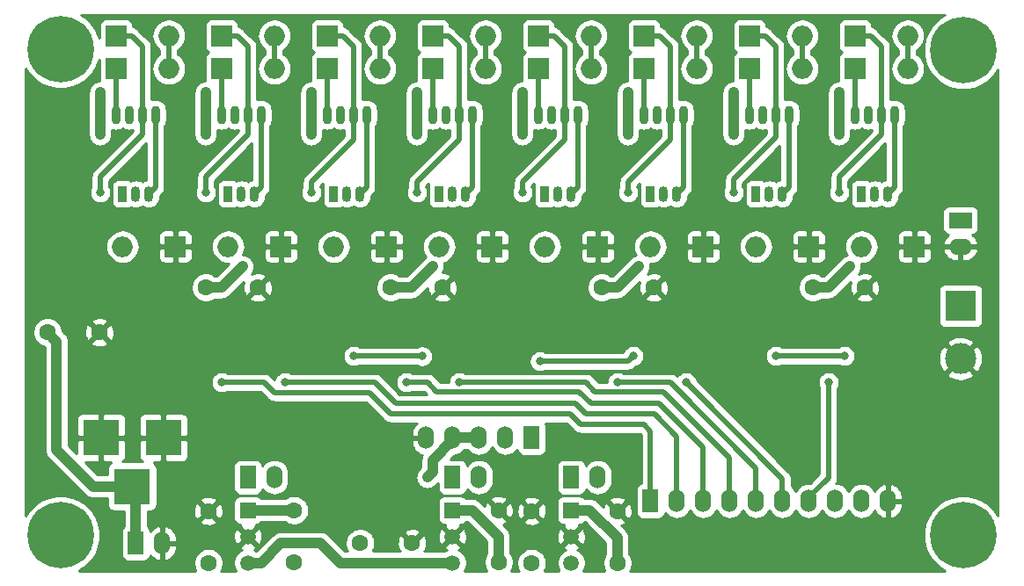
<source format=gbr>
G04 #@! TF.GenerationSoftware,KiCad,Pcbnew,5.1.2-f72e74a~84~ubuntu18.04.1*
G04 #@! TF.CreationDate,2019-04-28T16:37:14+03:00*
G04 #@! TF.ProjectId,logic-probe,6c6f6769-632d-4707-926f-62652e6b6963,rev?*
G04 #@! TF.SameCoordinates,Original*
G04 #@! TF.FileFunction,Copper,L2,Bot*
G04 #@! TF.FilePolarity,Positive*
%FSLAX46Y46*%
G04 Gerber Fmt 4.6, Leading zero omitted, Abs format (unit mm)*
G04 Created by KiCad (PCBNEW 5.1.2-f72e74a~84~ubuntu18.04.1) date 2019-04-28 16:37:14*
%MOMM*%
%LPD*%
G04 APERTURE LIST*
%ADD10O,1.524000X2.199640*%
%ADD11R,1.524000X2.199640*%
%ADD12C,1.600000*%
%ADD13R,1.520000X1.520000*%
%ADD14C,1.520000*%
%ADD15R,2.000000X2.000000*%
%ADD16O,2.000000X2.000000*%
%ADD17O,0.900000X1.500000*%
%ADD18R,0.900000X1.500000*%
%ADD19O,0.889000X1.778000*%
%ADD20R,3.500000X3.500000*%
%ADD21O,2.199640X1.524000*%
%ADD22R,2.199640X1.524000*%
%ADD23R,2.999740X2.999740*%
%ADD24C,2.999740*%
%ADD25C,0.800000*%
%ADD26C,6.400000*%
%ADD27C,1.000000*%
%ADD28C,0.500000*%
%ADD29C,0.254000*%
G04 APERTURE END LIST*
D10*
X118745000Y-140970000D03*
X121285000Y-140970000D03*
X123825000Y-140970000D03*
X126365000Y-140970000D03*
D11*
X128905000Y-140970000D03*
D12*
X112395000Y-151130000D03*
X117395000Y-151130000D03*
D13*
X132715000Y-147955000D03*
D14*
X132715000Y-153035000D03*
X132715000Y-150495000D03*
D10*
X163195000Y-147066000D03*
X160655000Y-147066000D03*
X158115000Y-147066000D03*
X155575000Y-147066000D03*
X153035000Y-147066000D03*
X150495000Y-147066000D03*
X147955000Y-147066000D03*
X145415000Y-147066000D03*
X142875000Y-147066000D03*
D11*
X140335000Y-147066000D03*
D15*
X165735000Y-122555000D03*
D16*
X160655000Y-122555000D03*
D15*
X160020000Y-105410000D03*
D16*
X165100000Y-105410000D03*
D15*
X160020000Y-102235000D03*
D16*
X165100000Y-102235000D03*
D15*
X155575000Y-122555000D03*
D16*
X150495000Y-122555000D03*
D15*
X149860000Y-102235000D03*
D16*
X154940000Y-102235000D03*
D15*
X149860000Y-105410000D03*
D16*
X154940000Y-105410000D03*
D15*
X145415000Y-122555000D03*
D16*
X140335000Y-122555000D03*
D15*
X139700000Y-105410000D03*
D16*
X144780000Y-105410000D03*
D15*
X139700000Y-102235000D03*
D16*
X144780000Y-102235000D03*
D15*
X129540000Y-102235000D03*
D16*
X134620000Y-102235000D03*
D15*
X129540000Y-105410000D03*
D16*
X134620000Y-105410000D03*
D15*
X135255000Y-122555000D03*
D16*
X130175000Y-122555000D03*
D15*
X119380000Y-102235000D03*
D16*
X124460000Y-102235000D03*
D15*
X125095000Y-122555000D03*
D16*
X120015000Y-122555000D03*
D15*
X119380000Y-105410000D03*
D16*
X124460000Y-105410000D03*
D15*
X114935000Y-122555000D03*
D16*
X109855000Y-122555000D03*
D15*
X109220000Y-102235000D03*
D16*
X114300000Y-102235000D03*
D15*
X109220000Y-105410000D03*
D16*
X114300000Y-105410000D03*
D15*
X99060000Y-102235000D03*
D16*
X104140000Y-102235000D03*
D15*
X99060000Y-105410000D03*
D16*
X104140000Y-105410000D03*
D15*
X104775000Y-122555000D03*
D16*
X99695000Y-122555000D03*
D15*
X94615000Y-122555000D03*
D16*
X89535000Y-122555000D03*
D15*
X88900000Y-105410000D03*
D16*
X93980000Y-105410000D03*
D15*
X88900000Y-102235000D03*
D16*
X93980000Y-102235000D03*
D17*
X90805000Y-117475000D03*
X92075000Y-117475000D03*
D18*
X89535000Y-117475000D03*
D17*
X161925000Y-117475000D03*
X163195000Y-117475000D03*
D18*
X160655000Y-117475000D03*
D17*
X151765000Y-117475000D03*
X153035000Y-117475000D03*
D18*
X150495000Y-117475000D03*
D17*
X141605000Y-117475000D03*
X142875000Y-117475000D03*
D18*
X140335000Y-117475000D03*
D19*
X163830000Y-109855000D03*
X162560000Y-109855000D03*
X161290000Y-109855000D03*
X160020000Y-109855000D03*
X153670000Y-109855000D03*
X152400000Y-109855000D03*
X151130000Y-109855000D03*
X149860000Y-109855000D03*
X143510000Y-109855000D03*
X142240000Y-109855000D03*
X140970000Y-109855000D03*
X139700000Y-109855000D03*
X92710000Y-109855000D03*
X91440000Y-109855000D03*
X90170000Y-109855000D03*
X88900000Y-109855000D03*
D10*
X93345000Y-151130000D03*
D11*
X90805000Y-151130000D03*
D12*
X155956000Y-126492000D03*
X160956000Y-126492000D03*
X135636000Y-126492000D03*
X140636000Y-126492000D03*
X82296000Y-130810000D03*
X87296000Y-130810000D03*
X97790000Y-148035000D03*
X97790000Y-153035000D03*
X128905000Y-153035000D03*
X128905000Y-148035000D03*
X106045000Y-152955000D03*
X106045000Y-147955000D03*
X125730000Y-152955000D03*
X125730000Y-147955000D03*
X137160000Y-148035000D03*
X137160000Y-153035000D03*
X102536000Y-126492000D03*
X97536000Y-126492000D03*
X120316000Y-126492000D03*
X115316000Y-126492000D03*
D20*
X90472000Y-145670000D03*
X87472000Y-140970000D03*
X93472000Y-140970000D03*
D21*
X170180000Y-122555000D03*
D22*
X170180000Y-120015000D03*
D23*
X170180000Y-128270000D03*
D24*
X170180000Y-133350000D03*
D11*
X101600000Y-144780000D03*
D10*
X104140000Y-144780000D03*
X123825000Y-144780000D03*
D11*
X121285000Y-144780000D03*
X132715000Y-144780000D03*
D10*
X135255000Y-144780000D03*
D19*
X102870000Y-109855000D03*
X101600000Y-109855000D03*
X100330000Y-109855000D03*
X99060000Y-109855000D03*
X109220000Y-109855000D03*
X110490000Y-109855000D03*
X111760000Y-109855000D03*
X113030000Y-109855000D03*
X119380000Y-109855000D03*
X120650000Y-109855000D03*
X121920000Y-109855000D03*
X123190000Y-109855000D03*
X133350000Y-109855000D03*
X132080000Y-109855000D03*
X130810000Y-109855000D03*
X129540000Y-109855000D03*
D17*
X100965000Y-117475000D03*
X102235000Y-117475000D03*
D18*
X99695000Y-117475000D03*
X109855000Y-117475000D03*
D17*
X112395000Y-117475000D03*
X111125000Y-117475000D03*
D18*
X120015000Y-117475000D03*
D17*
X122555000Y-117475000D03*
X121285000Y-117475000D03*
X131445000Y-117475000D03*
X132715000Y-117475000D03*
D18*
X130175000Y-117475000D03*
D13*
X101600000Y-147955000D03*
D14*
X101600000Y-153035000D03*
X101600000Y-150495000D03*
X121285000Y-150495000D03*
X121285000Y-153035000D03*
D13*
X121285000Y-147955000D03*
D25*
X85263056Y-101807944D03*
X83566000Y-101105000D03*
X81868944Y-101807944D03*
X81166000Y-103505000D03*
X81868944Y-105202056D03*
X83566000Y-105905000D03*
X85263056Y-105202056D03*
X85966000Y-103505000D03*
D26*
X83566000Y-103505000D03*
D25*
X85263056Y-148670944D03*
X83566000Y-147968000D03*
X81868944Y-148670944D03*
X81166000Y-150368000D03*
X81868944Y-152065056D03*
X83566000Y-152768000D03*
X85263056Y-152065056D03*
X85966000Y-150368000D03*
D26*
X83566000Y-150368000D03*
X170434000Y-103632000D03*
D25*
X172834000Y-103632000D03*
X172131056Y-105329056D03*
X170434000Y-106032000D03*
X168736944Y-105329056D03*
X168034000Y-103632000D03*
X168736944Y-101934944D03*
X170434000Y-101232000D03*
X172131056Y-101934944D03*
D26*
X170434000Y-150368000D03*
D25*
X172834000Y-150368000D03*
X172131056Y-152065056D03*
X170434000Y-152768000D03*
X168736944Y-152065056D03*
X168034000Y-150368000D03*
X168736944Y-148670944D03*
X170434000Y-147968000D03*
X172131056Y-148670944D03*
X149225000Y-151130000D03*
X159004000Y-131826000D03*
X138684000Y-131826000D03*
X118364000Y-131826000D03*
X100584000Y-131826000D03*
X97536000Y-111760000D03*
X97536000Y-107696000D03*
X107696000Y-111760000D03*
X107696000Y-107696000D03*
X117856000Y-111760000D03*
X117856000Y-107696000D03*
X128016000Y-111760000D03*
X128016000Y-107696000D03*
X138176000Y-111760000D03*
X138176000Y-107696000D03*
X148336000Y-111760000D03*
X148336000Y-107696000D03*
X158496000Y-111760000D03*
X158496000Y-107696000D03*
X101092000Y-124460000D03*
X119380000Y-124460000D03*
X139192000Y-124460000D03*
X159512000Y-124460000D03*
X87376000Y-111760000D03*
X87376000Y-107696000D03*
X157480000Y-135636000D03*
X143764008Y-135636000D03*
X137160000Y-135636000D03*
X121920000Y-135636000D03*
X116840000Y-135636000D03*
X105156000Y-135636000D03*
X99060000Y-135636000D03*
X111760000Y-133096000D03*
X152400000Y-133096000D03*
X159004000Y-133096000D03*
X118364000Y-133116500D03*
X129690000Y-133604000D03*
X138684000Y-133096000D03*
X87376000Y-117348000D03*
X97536000Y-117348000D03*
X107696000Y-117348000D03*
X117856000Y-117348000D03*
X128016000Y-117348000D03*
X138176000Y-117348000D03*
X148336000Y-117348000D03*
X158496000Y-117348000D03*
X118872000Y-144780000D03*
D27*
X120210198Y-153035000D02*
X121285000Y-153035000D01*
X110490000Y-153035000D02*
X120210198Y-153035000D01*
X108585000Y-151130000D02*
X110490000Y-153035000D01*
X104775000Y-151130000D02*
X108585000Y-151130000D01*
X101600000Y-153035000D02*
X102870000Y-153035000D01*
X102870000Y-153035000D02*
X104775000Y-151130000D01*
X90805000Y-146003000D02*
X90472000Y-145670000D01*
X90805000Y-151130000D02*
X90805000Y-146003000D01*
X83185000Y-142159001D02*
X86695999Y-145670000D01*
X86695999Y-145670000D02*
X90472000Y-145670000D01*
X82296000Y-130810000D02*
X83185000Y-131699000D01*
X83185000Y-131699000D02*
X83185000Y-142159001D01*
X106045000Y-147955000D02*
X101600000Y-147955000D01*
X125730000Y-152955000D02*
X125730000Y-150495000D01*
X123190000Y-147955000D02*
X121285000Y-147955000D01*
X125730000Y-150495000D02*
X123190000Y-147955000D01*
X134475000Y-147955000D02*
X132715000Y-147955000D01*
X137160000Y-150640000D02*
X134475000Y-147955000D01*
X137160000Y-153035000D02*
X137160000Y-150640000D01*
X97536000Y-111760000D02*
X97536000Y-107696000D01*
X107696000Y-111760000D02*
X107696000Y-107696000D01*
X117856000Y-111760000D02*
X117856000Y-107696000D01*
X128016000Y-111760000D02*
X128016000Y-107696000D01*
X138176000Y-111760000D02*
X138176000Y-107696000D01*
X148336000Y-111760000D02*
X148336000Y-107696000D01*
X158496000Y-111760000D02*
X158496000Y-107696000D01*
X97536000Y-126492000D02*
X99060000Y-126492000D01*
X99060000Y-126492000D02*
X101092000Y-124460000D01*
X115316000Y-126492000D02*
X117348000Y-126492000D01*
X117348000Y-126492000D02*
X119380000Y-124460000D01*
X135636000Y-126492000D02*
X137160000Y-126492000D01*
X137160000Y-126492000D02*
X139192000Y-124460000D01*
X155956000Y-126492000D02*
X157480000Y-126492000D01*
X157480000Y-126492000D02*
X159512000Y-124460000D01*
X87376000Y-111760000D02*
X87376000Y-107696000D01*
D28*
X102870000Y-116840000D02*
X102235000Y-117475000D01*
X102870000Y-109855000D02*
X102870000Y-116840000D01*
X113030000Y-116840000D02*
X112395000Y-117475000D01*
X113030000Y-109855000D02*
X113030000Y-116840000D01*
X123190000Y-116840000D02*
X122555000Y-117475000D01*
X123190000Y-109855000D02*
X123190000Y-116840000D01*
X133350000Y-116840000D02*
X132715000Y-117475000D01*
X133350000Y-109855000D02*
X133350000Y-116840000D01*
X93980000Y-105410000D02*
X93980000Y-102235000D01*
X104140000Y-105410000D02*
X104140000Y-102235000D01*
X114300000Y-105410000D02*
X114300000Y-102235000D01*
X124460000Y-105410000D02*
X124460000Y-102235000D01*
X134620000Y-105410000D02*
X134620000Y-102235000D01*
X144780000Y-105410000D02*
X144780000Y-102235000D01*
X154940000Y-105410000D02*
X154940000Y-102235000D01*
X165100000Y-105410000D02*
X165100000Y-102235000D01*
X157480000Y-144823180D02*
X157480000Y-135636000D01*
X155575000Y-147066000D02*
X155575000Y-146728180D01*
X155575000Y-146728180D02*
X157480000Y-144823180D01*
X153035000Y-147066000D02*
X153035000Y-144906992D01*
X144164007Y-136035999D02*
X143764008Y-135636000D01*
X153035000Y-144906992D02*
X144164007Y-136035999D01*
X142240000Y-135636000D02*
X137160000Y-135636000D01*
X150495000Y-147066000D02*
X150495000Y-143891000D01*
X150495000Y-143891000D02*
X142240000Y-135636000D01*
X134112000Y-135636000D02*
X121920000Y-135636000D01*
X135001000Y-136525000D02*
X134112000Y-135636000D01*
X141605000Y-136525000D02*
X135001000Y-136525000D01*
X147955000Y-147066000D02*
X147955000Y-142875000D01*
X147955000Y-142875000D02*
X141605000Y-136525000D01*
X118872000Y-135636000D02*
X116840000Y-135636000D01*
X141160500Y-137668000D02*
X134620000Y-137668000D01*
X145415000Y-147066000D02*
X145415000Y-141922500D01*
X145415000Y-141922500D02*
X141160500Y-137668000D01*
X133477000Y-136525000D02*
X119761000Y-136525000D01*
X119761000Y-136525000D02*
X118872000Y-135636000D01*
X134620000Y-137668000D02*
X133477000Y-136525000D01*
X142875000Y-140843000D02*
X140716000Y-138684000D01*
X140716000Y-138684000D02*
X134112000Y-138684000D01*
X142875000Y-147066000D02*
X142875000Y-140843000D01*
X115824000Y-137668000D02*
X113792000Y-135636000D01*
X134112000Y-138684000D02*
X133096000Y-137668000D01*
X113792000Y-135636000D02*
X105156000Y-135636000D01*
X133096000Y-137668000D02*
X115824000Y-137668000D01*
X103124000Y-135636000D02*
X99060000Y-135636000D01*
X104140000Y-136652000D02*
X103124000Y-135636000D01*
X140335000Y-140335000D02*
X139700000Y-139700000D01*
X113284000Y-136652000D02*
X104140000Y-136652000D01*
X132588000Y-138684000D02*
X115316000Y-138684000D01*
X139700000Y-139700000D02*
X133604000Y-139700000D01*
X133604000Y-139700000D02*
X132588000Y-138684000D01*
X140335000Y-147066000D02*
X140335000Y-140335000D01*
X115316000Y-138684000D02*
X113284000Y-136652000D01*
X92710000Y-116840000D02*
X92075000Y-117475000D01*
X92710000Y-109855000D02*
X92710000Y-116840000D01*
X143510000Y-116840000D02*
X142875000Y-117475000D01*
X143510000Y-109855000D02*
X143510000Y-116840000D01*
X153670000Y-116840000D02*
X153035000Y-117475000D01*
X153670000Y-109855000D02*
X153670000Y-116840000D01*
X163830000Y-116840000D02*
X163195000Y-117475000D01*
X163830000Y-109855000D02*
X163830000Y-116840000D01*
X152400000Y-133096000D02*
X159004000Y-133096000D01*
X118343500Y-133096000D02*
X118364000Y-133116500D01*
X111760000Y-133096000D02*
X118343500Y-133096000D01*
X129690000Y-133604000D02*
X138176000Y-133604000D01*
X138176000Y-133604000D02*
X138684000Y-133096000D01*
X90400000Y-102235000D02*
X88900000Y-102235000D01*
X91440000Y-103275000D02*
X90400000Y-102235000D01*
X91440000Y-109855000D02*
X91440000Y-103275000D01*
X87376000Y-117348000D02*
X87376000Y-115824000D01*
X91440000Y-111760000D02*
X91440000Y-109855000D01*
X87376000Y-115824000D02*
X91440000Y-111760000D01*
X88900000Y-109855000D02*
X88900000Y-105410000D01*
X100560000Y-102235000D02*
X99060000Y-102235000D01*
X101600000Y-103275000D02*
X100560000Y-102235000D01*
X101600000Y-109855000D02*
X101600000Y-103275000D01*
X97536000Y-117348000D02*
X97536000Y-115824000D01*
X101600000Y-111760000D02*
X101600000Y-109855000D01*
X97536000Y-115824000D02*
X101600000Y-111760000D01*
X99060000Y-109855000D02*
X99060000Y-105410000D01*
X110720000Y-102235000D02*
X109220000Y-102235000D01*
X111760000Y-103275000D02*
X110720000Y-102235000D01*
X111760000Y-109855000D02*
X111760000Y-103275000D01*
X107696000Y-117348000D02*
X107696000Y-116332000D01*
X111760000Y-112268000D02*
X111760000Y-109855000D01*
X107696000Y-116332000D02*
X111760000Y-112268000D01*
X109220000Y-109855000D02*
X109220000Y-105410000D01*
X120880000Y-102235000D02*
X119380000Y-102235000D01*
X121920000Y-103275000D02*
X120880000Y-102235000D01*
X121920000Y-109855000D02*
X121920000Y-103275000D01*
X117856000Y-117348000D02*
X117856000Y-116332000D01*
X121920000Y-112268000D02*
X121920000Y-109855000D01*
X117856000Y-116332000D02*
X121920000Y-112268000D01*
X119380000Y-109855000D02*
X119380000Y-105410000D01*
X131040000Y-102235000D02*
X129540000Y-102235000D01*
X132080000Y-103275000D02*
X131040000Y-102235000D01*
X132080000Y-109855000D02*
X132080000Y-103275000D01*
X128016000Y-117348000D02*
X128016000Y-116332000D01*
X132080000Y-112268000D02*
X132080000Y-109855000D01*
X128016000Y-116332000D02*
X132080000Y-112268000D01*
X129540000Y-109855000D02*
X129540000Y-105410000D01*
X141200000Y-102235000D02*
X139700000Y-102235000D01*
X142240000Y-103275000D02*
X141200000Y-102235000D01*
X142240000Y-109855000D02*
X142240000Y-103275000D01*
X138176000Y-117348000D02*
X138176000Y-116332000D01*
X142240000Y-112268000D02*
X142240000Y-109855000D01*
X138176000Y-116332000D02*
X142240000Y-112268000D01*
X139700000Y-109855000D02*
X139700000Y-105410000D01*
X151360000Y-102235000D02*
X149860000Y-102235000D01*
X152400000Y-103275000D02*
X151360000Y-102235000D01*
X152400000Y-109855000D02*
X152400000Y-103275000D01*
X148336000Y-116078000D02*
X148336000Y-117348000D01*
X152400000Y-109855000D02*
X152400000Y-112014000D01*
X152400000Y-112014000D02*
X148336000Y-116078000D01*
X149860000Y-109855000D02*
X149860000Y-105410000D01*
X161520000Y-102235000D02*
X160020000Y-102235000D01*
X162560000Y-103275000D02*
X161520000Y-102235000D01*
X162560000Y-109855000D02*
X162560000Y-103275000D01*
X158496000Y-115824000D02*
X158496000Y-117348000D01*
X162560000Y-109855000D02*
X162560000Y-111760000D01*
X162560000Y-111760000D02*
X158496000Y-115824000D01*
X160020000Y-109855000D02*
X160020000Y-105410000D01*
D27*
X121285000Y-140970000D02*
X123825000Y-140970000D01*
X112395000Y-151130000D02*
X112522000Y-151130000D01*
X121285000Y-141215179D02*
X121285000Y-140970000D01*
X119380000Y-143120179D02*
X121285000Y-141215179D01*
X118872000Y-144780000D02*
X119380000Y-144272000D01*
X119380000Y-144272000D02*
X119380000Y-143120179D01*
D29*
G36*
X168617446Y-100233467D02*
G01*
X167989330Y-100653161D01*
X167455161Y-101187330D01*
X167035467Y-101815446D01*
X166746377Y-102513372D01*
X166599000Y-103254285D01*
X166599000Y-104009715D01*
X166746377Y-104750628D01*
X167035467Y-105448554D01*
X167455161Y-106076670D01*
X167989330Y-106610839D01*
X168617446Y-107030533D01*
X169315372Y-107319623D01*
X170056285Y-107467000D01*
X170811715Y-107467000D01*
X171552628Y-107319623D01*
X172250554Y-107030533D01*
X172878670Y-106610839D01*
X173412839Y-106076670D01*
X173790000Y-105512209D01*
X173790001Y-148487792D01*
X173412839Y-147923330D01*
X172878670Y-147389161D01*
X172250554Y-146969467D01*
X171552628Y-146680377D01*
X170811715Y-146533000D01*
X170056285Y-146533000D01*
X169315372Y-146680377D01*
X168617446Y-146969467D01*
X167989330Y-147389161D01*
X167455161Y-147923330D01*
X167035467Y-148551446D01*
X166746377Y-149249372D01*
X166599000Y-149990285D01*
X166599000Y-150745715D01*
X166746377Y-151486628D01*
X167035467Y-152184554D01*
X167455161Y-152812670D01*
X167989330Y-153346839D01*
X168617446Y-153766533D01*
X168674100Y-153790000D01*
X138381384Y-153790000D01*
X138431680Y-153714727D01*
X138539853Y-153453574D01*
X138595000Y-153176335D01*
X138595000Y-152893665D01*
X138539853Y-152616426D01*
X138431680Y-152355273D01*
X138295000Y-152150716D01*
X138295000Y-150695741D01*
X138300490Y-150639999D01*
X138295000Y-150584257D01*
X138295000Y-150584248D01*
X138278577Y-150417501D01*
X138213676Y-150203553D01*
X138108284Y-150006377D01*
X137966449Y-149833551D01*
X137923141Y-149798009D01*
X137546067Y-149420935D01*
X137776292Y-149338603D01*
X137901514Y-149271671D01*
X137973097Y-149027702D01*
X137160000Y-148214605D01*
X137145858Y-148228748D01*
X136966253Y-148049143D01*
X136980395Y-148035000D01*
X137339605Y-148035000D01*
X138152702Y-148848097D01*
X138396671Y-148776514D01*
X138517571Y-148521004D01*
X138586300Y-148246816D01*
X138600217Y-147964488D01*
X138558787Y-147684870D01*
X138463603Y-147418708D01*
X138396671Y-147293486D01*
X138152702Y-147221903D01*
X137339605Y-148035000D01*
X136980395Y-148035000D01*
X136167298Y-147221903D01*
X135923329Y-147293486D01*
X135802429Y-147548996D01*
X135776714Y-147651583D01*
X135316996Y-147191865D01*
X135281449Y-147148551D01*
X135151980Y-147042298D01*
X136346903Y-147042298D01*
X137160000Y-147855395D01*
X137973097Y-147042298D01*
X137901514Y-146798329D01*
X137646004Y-146677429D01*
X137371816Y-146608700D01*
X137089488Y-146594783D01*
X136809870Y-146636213D01*
X136543708Y-146731397D01*
X136418486Y-146798329D01*
X136346903Y-147042298D01*
X135151980Y-147042298D01*
X135108623Y-147006716D01*
X134911447Y-146901324D01*
X134697499Y-146836423D01*
X134530752Y-146820000D01*
X134530751Y-146820000D01*
X134475000Y-146814509D01*
X134419249Y-146820000D01*
X133988708Y-146820000D01*
X133926185Y-146743815D01*
X133829494Y-146664463D01*
X133719180Y-146605498D01*
X133599482Y-146569188D01*
X133475000Y-146556928D01*
X131955000Y-146556928D01*
X131830518Y-146569188D01*
X131710820Y-146605498D01*
X131600506Y-146664463D01*
X131503815Y-146743815D01*
X131424463Y-146840506D01*
X131365498Y-146950820D01*
X131329188Y-147070518D01*
X131316928Y-147195000D01*
X131316928Y-148715000D01*
X131329188Y-148839482D01*
X131365498Y-148959180D01*
X131424463Y-149069494D01*
X131503815Y-149166185D01*
X131600506Y-149245537D01*
X131710820Y-149304502D01*
X131830518Y-149340812D01*
X131955000Y-149353072D01*
X131979931Y-149353072D01*
X131930469Y-149530863D01*
X132715000Y-150315395D01*
X133499531Y-149530863D01*
X133450069Y-149353072D01*
X133475000Y-149353072D01*
X133599482Y-149340812D01*
X133719180Y-149304502D01*
X133829494Y-149245537D01*
X133926185Y-149166185D01*
X133988708Y-149090000D01*
X134004869Y-149090000D01*
X136025001Y-151110133D01*
X136025000Y-152150716D01*
X135888320Y-152355273D01*
X135780147Y-152616426D01*
X135725000Y-152893665D01*
X135725000Y-153176335D01*
X135780147Y-153453574D01*
X135888320Y-153714727D01*
X135938616Y-153790000D01*
X133888277Y-153790000D01*
X133951233Y-153695780D01*
X134056391Y-153441907D01*
X134110000Y-153172396D01*
X134110000Y-152897604D01*
X134056391Y-152628093D01*
X133951233Y-152374220D01*
X133798567Y-152145739D01*
X133604261Y-151951433D01*
X133375780Y-151798767D01*
X133299499Y-151767170D01*
X133317326Y-151760744D01*
X133432794Y-151699025D01*
X133499531Y-151459137D01*
X132715000Y-150674605D01*
X131930469Y-151459137D01*
X131997206Y-151699025D01*
X132136707Y-151764600D01*
X132054220Y-151798767D01*
X131825739Y-151951433D01*
X131631433Y-152145739D01*
X131478767Y-152374220D01*
X131373609Y-152628093D01*
X131320000Y-152897604D01*
X131320000Y-153172396D01*
X131373609Y-153441907D01*
X131478767Y-153695780D01*
X131541723Y-153790000D01*
X130126384Y-153790000D01*
X130176680Y-153714727D01*
X130284853Y-153453574D01*
X130340000Y-153176335D01*
X130340000Y-152893665D01*
X130284853Y-152616426D01*
X130176680Y-152355273D01*
X130019637Y-152120241D01*
X129819759Y-151920363D01*
X129584727Y-151763320D01*
X129323574Y-151655147D01*
X129046335Y-151600000D01*
X128763665Y-151600000D01*
X128486426Y-151655147D01*
X128225273Y-151763320D01*
X127990241Y-151920363D01*
X127790363Y-152120241D01*
X127633320Y-152355273D01*
X127525147Y-152616426D01*
X127470000Y-152893665D01*
X127470000Y-153176335D01*
X127525147Y-153453574D01*
X127633320Y-153714727D01*
X127683616Y-153790000D01*
X126897930Y-153790000D01*
X127001680Y-153634727D01*
X127109853Y-153373574D01*
X127165000Y-153096335D01*
X127165000Y-152813665D01*
X127109853Y-152536426D01*
X127001680Y-152275273D01*
X126865000Y-152070716D01*
X126865000Y-150567097D01*
X131315105Y-150567097D01*
X131356069Y-150838817D01*
X131449256Y-151097326D01*
X131510975Y-151212794D01*
X131750863Y-151279531D01*
X132535395Y-150495000D01*
X132894605Y-150495000D01*
X133679137Y-151279531D01*
X133919025Y-151212794D01*
X134035924Y-150964108D01*
X134102061Y-150697394D01*
X134114895Y-150422903D01*
X134073931Y-150151183D01*
X133980744Y-149892674D01*
X133919025Y-149777206D01*
X133679137Y-149710469D01*
X132894605Y-150495000D01*
X132535395Y-150495000D01*
X131750863Y-149710469D01*
X131510975Y-149777206D01*
X131394076Y-150025892D01*
X131327939Y-150292606D01*
X131315105Y-150567097D01*
X126865000Y-150567097D01*
X126865000Y-150550741D01*
X126870490Y-150494999D01*
X126865000Y-150439257D01*
X126865000Y-150439248D01*
X126848577Y-150272501D01*
X126783676Y-150058553D01*
X126678284Y-149861377D01*
X126536449Y-149688551D01*
X126493141Y-149653009D01*
X126163945Y-149323813D01*
X126346292Y-149258603D01*
X126471514Y-149191671D01*
X126519624Y-149027702D01*
X128091903Y-149027702D01*
X128163486Y-149271671D01*
X128418996Y-149392571D01*
X128693184Y-149461300D01*
X128975512Y-149475217D01*
X129255130Y-149433787D01*
X129521292Y-149338603D01*
X129646514Y-149271671D01*
X129718097Y-149027702D01*
X128905000Y-148214605D01*
X128091903Y-149027702D01*
X126519624Y-149027702D01*
X126543097Y-148947702D01*
X125730000Y-148134605D01*
X125715858Y-148148748D01*
X125536253Y-147969143D01*
X125550395Y-147955000D01*
X125909605Y-147955000D01*
X126722702Y-148768097D01*
X126966671Y-148696514D01*
X127087571Y-148441004D01*
X127156300Y-148166816D01*
X127159321Y-148105512D01*
X127464783Y-148105512D01*
X127506213Y-148385130D01*
X127601397Y-148651292D01*
X127668329Y-148776514D01*
X127912298Y-148848097D01*
X128725395Y-148035000D01*
X129084605Y-148035000D01*
X129897702Y-148848097D01*
X130141671Y-148776514D01*
X130262571Y-148521004D01*
X130331300Y-148246816D01*
X130345217Y-147964488D01*
X130303787Y-147684870D01*
X130208603Y-147418708D01*
X130141671Y-147293486D01*
X129897702Y-147221903D01*
X129084605Y-148035000D01*
X128725395Y-148035000D01*
X127912298Y-147221903D01*
X127668329Y-147293486D01*
X127547429Y-147548996D01*
X127478700Y-147823184D01*
X127464783Y-148105512D01*
X127159321Y-148105512D01*
X127170217Y-147884488D01*
X127128787Y-147604870D01*
X127033603Y-147338708D01*
X126966671Y-147213486D01*
X126722702Y-147141903D01*
X125909605Y-147955000D01*
X125550395Y-147955000D01*
X124737298Y-147141903D01*
X124493329Y-147213486D01*
X124372429Y-147468996D01*
X124359742Y-147519611D01*
X124031996Y-147191865D01*
X123996449Y-147148551D01*
X123823623Y-147006716D01*
X123740523Y-146962298D01*
X124916903Y-146962298D01*
X125730000Y-147775395D01*
X126463097Y-147042298D01*
X128091903Y-147042298D01*
X128905000Y-147855395D01*
X129718097Y-147042298D01*
X129646514Y-146798329D01*
X129391004Y-146677429D01*
X129116816Y-146608700D01*
X128834488Y-146594783D01*
X128554870Y-146636213D01*
X128288708Y-146731397D01*
X128163486Y-146798329D01*
X128091903Y-147042298D01*
X126463097Y-147042298D01*
X126543097Y-146962298D01*
X126471514Y-146718329D01*
X126216004Y-146597429D01*
X125941816Y-146528700D01*
X125659488Y-146514783D01*
X125379870Y-146556213D01*
X125113708Y-146651397D01*
X124988486Y-146718329D01*
X124916903Y-146962298D01*
X123740523Y-146962298D01*
X123626447Y-146901324D01*
X123412499Y-146836423D01*
X123245752Y-146820000D01*
X123245751Y-146820000D01*
X123190000Y-146814509D01*
X123134249Y-146820000D01*
X122558708Y-146820000D01*
X122496185Y-146743815D01*
X122399494Y-146664463D01*
X122289180Y-146605498D01*
X122169482Y-146569188D01*
X122045000Y-146556928D01*
X120525000Y-146556928D01*
X120400518Y-146569188D01*
X120280820Y-146605498D01*
X120170506Y-146664463D01*
X120073815Y-146743815D01*
X119994463Y-146840506D01*
X119935498Y-146950820D01*
X119899188Y-147070518D01*
X119886928Y-147195000D01*
X119886928Y-148715000D01*
X119899188Y-148839482D01*
X119935498Y-148959180D01*
X119994463Y-149069494D01*
X120073815Y-149166185D01*
X120170506Y-149245537D01*
X120280820Y-149304502D01*
X120400518Y-149340812D01*
X120525000Y-149353072D01*
X120549931Y-149353072D01*
X120500469Y-149530863D01*
X121285000Y-150315395D01*
X122069531Y-149530863D01*
X122020069Y-149353072D01*
X122045000Y-149353072D01*
X122169482Y-149340812D01*
X122289180Y-149304502D01*
X122399494Y-149245537D01*
X122496185Y-149166185D01*
X122558708Y-149090000D01*
X122719869Y-149090000D01*
X124595001Y-150965133D01*
X124595000Y-152070716D01*
X124458320Y-152275273D01*
X124350147Y-152536426D01*
X124295000Y-152813665D01*
X124295000Y-153096335D01*
X124350147Y-153373574D01*
X124458320Y-153634727D01*
X124562070Y-153790000D01*
X122458277Y-153790000D01*
X122521233Y-153695780D01*
X122626391Y-153441907D01*
X122680000Y-153172396D01*
X122680000Y-152897604D01*
X122626391Y-152628093D01*
X122521233Y-152374220D01*
X122368567Y-152145739D01*
X122174261Y-151951433D01*
X121945780Y-151798767D01*
X121869499Y-151767170D01*
X121887326Y-151760744D01*
X122002794Y-151699025D01*
X122069531Y-151459137D01*
X121285000Y-150674605D01*
X120500469Y-151459137D01*
X120567206Y-151699025D01*
X120706707Y-151764600D01*
X120624220Y-151798767D01*
X120472714Y-151900000D01*
X118534585Y-151900000D01*
X118631671Y-151871514D01*
X118752571Y-151616004D01*
X118821300Y-151341816D01*
X118835217Y-151059488D01*
X118793787Y-150779870D01*
X118717696Y-150567097D01*
X119885105Y-150567097D01*
X119926069Y-150838817D01*
X120019256Y-151097326D01*
X120080975Y-151212794D01*
X120320863Y-151279531D01*
X121105395Y-150495000D01*
X121464605Y-150495000D01*
X122249137Y-151279531D01*
X122489025Y-151212794D01*
X122605924Y-150964108D01*
X122672061Y-150697394D01*
X122684895Y-150422903D01*
X122643931Y-150151183D01*
X122550744Y-149892674D01*
X122489025Y-149777206D01*
X122249137Y-149710469D01*
X121464605Y-150495000D01*
X121105395Y-150495000D01*
X120320863Y-149710469D01*
X120080975Y-149777206D01*
X119964076Y-150025892D01*
X119897939Y-150292606D01*
X119885105Y-150567097D01*
X118717696Y-150567097D01*
X118698603Y-150513708D01*
X118631671Y-150388486D01*
X118387702Y-150316903D01*
X117574605Y-151130000D01*
X117588748Y-151144143D01*
X117409143Y-151323748D01*
X117395000Y-151309605D01*
X117380858Y-151323748D01*
X117201253Y-151144143D01*
X117215395Y-151130000D01*
X116402298Y-150316903D01*
X116158329Y-150388486D01*
X116037429Y-150643996D01*
X115968700Y-150918184D01*
X115954783Y-151200512D01*
X115996213Y-151480130D01*
X116091397Y-151746292D01*
X116158329Y-151871514D01*
X116255415Y-151900000D01*
X113606362Y-151900000D01*
X113666680Y-151809727D01*
X113774853Y-151548574D01*
X113830000Y-151271335D01*
X113830000Y-150988665D01*
X113774853Y-150711426D01*
X113666680Y-150450273D01*
X113509637Y-150215241D01*
X113431694Y-150137298D01*
X116581903Y-150137298D01*
X117395000Y-150950395D01*
X118208097Y-150137298D01*
X118136514Y-149893329D01*
X117881004Y-149772429D01*
X117606816Y-149703700D01*
X117324488Y-149689783D01*
X117044870Y-149731213D01*
X116778708Y-149826397D01*
X116653486Y-149893329D01*
X116581903Y-150137298D01*
X113431694Y-150137298D01*
X113309759Y-150015363D01*
X113074727Y-149858320D01*
X112813574Y-149750147D01*
X112536335Y-149695000D01*
X112253665Y-149695000D01*
X111976426Y-149750147D01*
X111715273Y-149858320D01*
X111480241Y-150015363D01*
X111280363Y-150215241D01*
X111123320Y-150450273D01*
X111015147Y-150711426D01*
X110960000Y-150988665D01*
X110960000Y-151271335D01*
X111015147Y-151548574D01*
X111123320Y-151809727D01*
X111183638Y-151900000D01*
X110960132Y-151900000D01*
X109426996Y-150366865D01*
X109391449Y-150323551D01*
X109218623Y-150181716D01*
X109021447Y-150076324D01*
X108807499Y-150011423D01*
X108640752Y-149995000D01*
X108640751Y-149995000D01*
X108585000Y-149989509D01*
X108529249Y-149995000D01*
X104830752Y-149995000D01*
X104775000Y-149989509D01*
X104719248Y-149995000D01*
X104552501Y-150011423D01*
X104338553Y-150076324D01*
X104141377Y-150181716D01*
X103968551Y-150323551D01*
X103933009Y-150366859D01*
X102404842Y-151895026D01*
X102260780Y-151798767D01*
X102184499Y-151767170D01*
X102202326Y-151760744D01*
X102317794Y-151699025D01*
X102384531Y-151459137D01*
X101600000Y-150674605D01*
X100815469Y-151459137D01*
X100882206Y-151699025D01*
X101021707Y-151764600D01*
X100939220Y-151798767D01*
X100710739Y-151951433D01*
X100516433Y-152145739D01*
X100363767Y-152374220D01*
X100258609Y-152628093D01*
X100205000Y-152897604D01*
X100205000Y-153172396D01*
X100258609Y-153441907D01*
X100363767Y-153695780D01*
X100426723Y-153790000D01*
X99011384Y-153790000D01*
X99061680Y-153714727D01*
X99169853Y-153453574D01*
X99225000Y-153176335D01*
X99225000Y-152893665D01*
X99169853Y-152616426D01*
X99061680Y-152355273D01*
X98904637Y-152120241D01*
X98704759Y-151920363D01*
X98469727Y-151763320D01*
X98208574Y-151655147D01*
X97931335Y-151600000D01*
X97648665Y-151600000D01*
X97371426Y-151655147D01*
X97110273Y-151763320D01*
X96875241Y-151920363D01*
X96675363Y-152120241D01*
X96518320Y-152355273D01*
X96410147Y-152616426D01*
X96355000Y-152893665D01*
X96355000Y-153176335D01*
X96410147Y-153453574D01*
X96518320Y-153714727D01*
X96568616Y-153790000D01*
X85325900Y-153790000D01*
X85382554Y-153766533D01*
X86010670Y-153346839D01*
X86544839Y-152812670D01*
X86964533Y-152184554D01*
X87253623Y-151486628D01*
X87401000Y-150745715D01*
X87401000Y-149990285D01*
X87253623Y-149249372D01*
X86964533Y-148551446D01*
X86544839Y-147923330D01*
X86010670Y-147389161D01*
X85382554Y-146969467D01*
X84684628Y-146680377D01*
X83943715Y-146533000D01*
X83188285Y-146533000D01*
X82447372Y-146680377D01*
X81749446Y-146969467D01*
X81121330Y-147389161D01*
X80587161Y-147923330D01*
X80210000Y-148487791D01*
X80210000Y-130668665D01*
X80861000Y-130668665D01*
X80861000Y-130951335D01*
X80916147Y-131228574D01*
X81024320Y-131489727D01*
X81181363Y-131724759D01*
X81381241Y-131924637D01*
X81616273Y-132081680D01*
X81877426Y-132189853D01*
X82050000Y-132224181D01*
X82050001Y-142103240D01*
X82044509Y-142159001D01*
X82066423Y-142381499D01*
X82131324Y-142595447D01*
X82136283Y-142604724D01*
X82236717Y-142792624D01*
X82378552Y-142965450D01*
X82421860Y-143000992D01*
X85854008Y-146433141D01*
X85889550Y-146476449D01*
X86062376Y-146618284D01*
X86259552Y-146723676D01*
X86473500Y-146788577D01*
X86640247Y-146805000D01*
X86640256Y-146805000D01*
X86695998Y-146810490D01*
X86751740Y-146805000D01*
X88083928Y-146805000D01*
X88083928Y-147420000D01*
X88096188Y-147544482D01*
X88132498Y-147664180D01*
X88191463Y-147774494D01*
X88270815Y-147871185D01*
X88367506Y-147950537D01*
X88477820Y-148009502D01*
X88597518Y-148045812D01*
X88722000Y-148058072D01*
X89670001Y-148058072D01*
X89670000Y-149514830D01*
X89591815Y-149578995D01*
X89512463Y-149675686D01*
X89453498Y-149786000D01*
X89417188Y-149905698D01*
X89404928Y-150030180D01*
X89404928Y-152229820D01*
X89417188Y-152354302D01*
X89453498Y-152474000D01*
X89512463Y-152584314D01*
X89591815Y-152681005D01*
X89688506Y-152760357D01*
X89798820Y-152819322D01*
X89918518Y-152855632D01*
X90043000Y-152867892D01*
X91567000Y-152867892D01*
X91691482Y-152855632D01*
X91811180Y-152819322D01*
X91921494Y-152760357D01*
X92018185Y-152681005D01*
X92097537Y-152584314D01*
X92156502Y-152474000D01*
X92192812Y-152354302D01*
X92201191Y-152269224D01*
X92253994Y-152349549D01*
X92446974Y-152545452D01*
X92674465Y-152699942D01*
X92927724Y-152807082D01*
X93001930Y-152822040D01*
X93218000Y-152699540D01*
X93218000Y-151257000D01*
X93472000Y-151257000D01*
X93472000Y-152699540D01*
X93688070Y-152822040D01*
X93762276Y-152807082D01*
X94015535Y-152699942D01*
X94243026Y-152545452D01*
X94436006Y-152349549D01*
X94587059Y-152119762D01*
X94690381Y-151864921D01*
X94742000Y-151594820D01*
X94742000Y-151257000D01*
X93472000Y-151257000D01*
X93218000Y-151257000D01*
X93198000Y-151257000D01*
X93198000Y-151003000D01*
X93218000Y-151003000D01*
X93218000Y-149560460D01*
X93472000Y-149560460D01*
X93472000Y-151003000D01*
X94742000Y-151003000D01*
X94742000Y-150665180D01*
X94723256Y-150567097D01*
X100200105Y-150567097D01*
X100241069Y-150838817D01*
X100334256Y-151097326D01*
X100395975Y-151212794D01*
X100635863Y-151279531D01*
X101420395Y-150495000D01*
X101779605Y-150495000D01*
X102564137Y-151279531D01*
X102804025Y-151212794D01*
X102920924Y-150964108D01*
X102987061Y-150697394D01*
X102999895Y-150422903D01*
X102958931Y-150151183D01*
X102865744Y-149892674D01*
X102804025Y-149777206D01*
X102564137Y-149710469D01*
X101779605Y-150495000D01*
X101420395Y-150495000D01*
X100635863Y-149710469D01*
X100395975Y-149777206D01*
X100279076Y-150025892D01*
X100212939Y-150292606D01*
X100200105Y-150567097D01*
X94723256Y-150567097D01*
X94690381Y-150395079D01*
X94587059Y-150140238D01*
X94436006Y-149910451D01*
X94243026Y-149714548D01*
X94015535Y-149560058D01*
X93762276Y-149452918D01*
X93688070Y-149437960D01*
X93472000Y-149560460D01*
X93218000Y-149560460D01*
X93001930Y-149437960D01*
X92927724Y-149452918D01*
X92674465Y-149560058D01*
X92446974Y-149714548D01*
X92253994Y-149910451D01*
X92201191Y-149990776D01*
X92192812Y-149905698D01*
X92156502Y-149786000D01*
X92097537Y-149675686D01*
X92018185Y-149578995D01*
X91940000Y-149514830D01*
X91940000Y-149027702D01*
X96976903Y-149027702D01*
X97048486Y-149271671D01*
X97303996Y-149392571D01*
X97578184Y-149461300D01*
X97860512Y-149475217D01*
X98140130Y-149433787D01*
X98406292Y-149338603D01*
X98531514Y-149271671D01*
X98603097Y-149027702D01*
X97790000Y-148214605D01*
X96976903Y-149027702D01*
X91940000Y-149027702D01*
X91940000Y-148105512D01*
X96349783Y-148105512D01*
X96391213Y-148385130D01*
X96486397Y-148651292D01*
X96553329Y-148776514D01*
X96797298Y-148848097D01*
X97610395Y-148035000D01*
X97969605Y-148035000D01*
X98782702Y-148848097D01*
X99026671Y-148776514D01*
X99147571Y-148521004D01*
X99216300Y-148246816D01*
X99230217Y-147964488D01*
X99188787Y-147684870D01*
X99093603Y-147418708D01*
X99026671Y-147293486D01*
X98782702Y-147221903D01*
X97969605Y-148035000D01*
X97610395Y-148035000D01*
X96797298Y-147221903D01*
X96553329Y-147293486D01*
X96432429Y-147548996D01*
X96363700Y-147823184D01*
X96349783Y-148105512D01*
X91940000Y-148105512D01*
X91940000Y-148058072D01*
X92222000Y-148058072D01*
X92346482Y-148045812D01*
X92466180Y-148009502D01*
X92576494Y-147950537D01*
X92673185Y-147871185D01*
X92752537Y-147774494D01*
X92811502Y-147664180D01*
X92847812Y-147544482D01*
X92860072Y-147420000D01*
X92860072Y-147042298D01*
X96976903Y-147042298D01*
X97790000Y-147855395D01*
X98450395Y-147195000D01*
X100201928Y-147195000D01*
X100201928Y-148715000D01*
X100214188Y-148839482D01*
X100250498Y-148959180D01*
X100309463Y-149069494D01*
X100388815Y-149166185D01*
X100485506Y-149245537D01*
X100595820Y-149304502D01*
X100715518Y-149340812D01*
X100840000Y-149353072D01*
X100864931Y-149353072D01*
X100815469Y-149530863D01*
X101600000Y-150315395D01*
X102384531Y-149530863D01*
X102335069Y-149353072D01*
X102360000Y-149353072D01*
X102484482Y-149340812D01*
X102604180Y-149304502D01*
X102714494Y-149245537D01*
X102811185Y-149166185D01*
X102873708Y-149090000D01*
X105160716Y-149090000D01*
X105365273Y-149226680D01*
X105626426Y-149334853D01*
X105903665Y-149390000D01*
X106186335Y-149390000D01*
X106463574Y-149334853D01*
X106724727Y-149226680D01*
X106959759Y-149069637D01*
X107159637Y-148869759D01*
X107316680Y-148634727D01*
X107424853Y-148373574D01*
X107480000Y-148096335D01*
X107480000Y-147813665D01*
X107424853Y-147536426D01*
X107316680Y-147275273D01*
X107159637Y-147040241D01*
X106959759Y-146840363D01*
X106724727Y-146683320D01*
X106463574Y-146575147D01*
X106186335Y-146520000D01*
X105903665Y-146520000D01*
X105626426Y-146575147D01*
X105365273Y-146683320D01*
X105160716Y-146820000D01*
X102873708Y-146820000D01*
X102811185Y-146743815D01*
X102714494Y-146664463D01*
X102604180Y-146605498D01*
X102484482Y-146569188D01*
X102360000Y-146556928D01*
X100840000Y-146556928D01*
X100715518Y-146569188D01*
X100595820Y-146605498D01*
X100485506Y-146664463D01*
X100388815Y-146743815D01*
X100309463Y-146840506D01*
X100250498Y-146950820D01*
X100214188Y-147070518D01*
X100201928Y-147195000D01*
X98450395Y-147195000D01*
X98603097Y-147042298D01*
X98531514Y-146798329D01*
X98276004Y-146677429D01*
X98001816Y-146608700D01*
X97719488Y-146594783D01*
X97439870Y-146636213D01*
X97173708Y-146731397D01*
X97048486Y-146798329D01*
X96976903Y-147042298D01*
X92860072Y-147042298D01*
X92860072Y-143920000D01*
X92847812Y-143795518D01*
X92812825Y-143680180D01*
X100199928Y-143680180D01*
X100199928Y-145879820D01*
X100212188Y-146004302D01*
X100248498Y-146124000D01*
X100307463Y-146234314D01*
X100386815Y-146331005D01*
X100483506Y-146410357D01*
X100593820Y-146469322D01*
X100713518Y-146505632D01*
X100838000Y-146517892D01*
X102362000Y-146517892D01*
X102486482Y-146505632D01*
X102606180Y-146469322D01*
X102716494Y-146410357D01*
X102813185Y-146331005D01*
X102892537Y-146234314D01*
X102951502Y-146124000D01*
X102987812Y-146004302D01*
X102995579Y-145925442D01*
X103147393Y-146110428D01*
X103360114Y-146285003D01*
X103602806Y-146414724D01*
X103866141Y-146494606D01*
X104140000Y-146521579D01*
X104413860Y-146494606D01*
X104677195Y-146414724D01*
X104919887Y-146285003D01*
X105132608Y-146110428D01*
X105307183Y-145897707D01*
X105436904Y-145655015D01*
X105516786Y-145391679D01*
X105537000Y-145186444D01*
X105537000Y-144373555D01*
X105516786Y-144168320D01*
X105436904Y-143904985D01*
X105307183Y-143662293D01*
X105132607Y-143449572D01*
X104919886Y-143274997D01*
X104677194Y-143145276D01*
X104413859Y-143065394D01*
X104140000Y-143038421D01*
X103866140Y-143065394D01*
X103602805Y-143145276D01*
X103360113Y-143274997D01*
X103147392Y-143449573D01*
X102995579Y-143634559D01*
X102987812Y-143555698D01*
X102951502Y-143436000D01*
X102892537Y-143325686D01*
X102813185Y-143228995D01*
X102716494Y-143149643D01*
X102606180Y-143090678D01*
X102486482Y-143054368D01*
X102362000Y-143042108D01*
X100838000Y-143042108D01*
X100713518Y-143054368D01*
X100593820Y-143090678D01*
X100483506Y-143149643D01*
X100386815Y-143228995D01*
X100307463Y-143325686D01*
X100248498Y-143436000D01*
X100212188Y-143555698D01*
X100199928Y-143680180D01*
X92812825Y-143680180D01*
X92811502Y-143675820D01*
X92752537Y-143565506D01*
X92673185Y-143468815D01*
X92576494Y-143389463D01*
X92514655Y-143356409D01*
X93186250Y-143355000D01*
X93345000Y-143196250D01*
X93345000Y-141097000D01*
X93599000Y-141097000D01*
X93599000Y-143196250D01*
X93757750Y-143355000D01*
X95222000Y-143358072D01*
X95346482Y-143345812D01*
X95466180Y-143309502D01*
X95576494Y-143250537D01*
X95673185Y-143171185D01*
X95752537Y-143074494D01*
X95811502Y-142964180D01*
X95847812Y-142844482D01*
X95860072Y-142720000D01*
X95857000Y-141255750D01*
X95698250Y-141097000D01*
X93599000Y-141097000D01*
X93345000Y-141097000D01*
X91245750Y-141097000D01*
X91087000Y-141255750D01*
X91083928Y-142720000D01*
X91096188Y-142844482D01*
X91132498Y-142964180D01*
X91191463Y-143074494D01*
X91270815Y-143171185D01*
X91367506Y-143250537D01*
X91426233Y-143281928D01*
X89517767Y-143281928D01*
X89576494Y-143250537D01*
X89673185Y-143171185D01*
X89752537Y-143074494D01*
X89811502Y-142964180D01*
X89847812Y-142844482D01*
X89860072Y-142720000D01*
X89857000Y-141255750D01*
X89698250Y-141097000D01*
X87599000Y-141097000D01*
X87599000Y-143196250D01*
X87757750Y-143355000D01*
X88429345Y-143356409D01*
X88367506Y-143389463D01*
X88270815Y-143468815D01*
X88191463Y-143565506D01*
X88132498Y-143675820D01*
X88096188Y-143795518D01*
X88083928Y-143920000D01*
X88083928Y-144535000D01*
X87166131Y-144535000D01*
X85988643Y-143357513D01*
X87186250Y-143355000D01*
X87345000Y-143196250D01*
X87345000Y-141097000D01*
X85245750Y-141097000D01*
X85087000Y-141255750D01*
X85084487Y-142453357D01*
X84320000Y-141688870D01*
X84320000Y-139220000D01*
X85083928Y-139220000D01*
X85087000Y-140684250D01*
X85245750Y-140843000D01*
X87345000Y-140843000D01*
X87345000Y-138743750D01*
X87599000Y-138743750D01*
X87599000Y-140843000D01*
X89698250Y-140843000D01*
X89857000Y-140684250D01*
X89860072Y-139220000D01*
X91083928Y-139220000D01*
X91087000Y-140684250D01*
X91245750Y-140843000D01*
X93345000Y-140843000D01*
X93345000Y-138743750D01*
X93599000Y-138743750D01*
X93599000Y-140843000D01*
X95698250Y-140843000D01*
X95857000Y-140684250D01*
X95860072Y-139220000D01*
X95847812Y-139095518D01*
X95811502Y-138975820D01*
X95752537Y-138865506D01*
X95673185Y-138768815D01*
X95576494Y-138689463D01*
X95466180Y-138630498D01*
X95346482Y-138594188D01*
X95222000Y-138581928D01*
X93757750Y-138585000D01*
X93599000Y-138743750D01*
X93345000Y-138743750D01*
X93186250Y-138585000D01*
X91722000Y-138581928D01*
X91597518Y-138594188D01*
X91477820Y-138630498D01*
X91367506Y-138689463D01*
X91270815Y-138768815D01*
X91191463Y-138865506D01*
X91132498Y-138975820D01*
X91096188Y-139095518D01*
X91083928Y-139220000D01*
X89860072Y-139220000D01*
X89847812Y-139095518D01*
X89811502Y-138975820D01*
X89752537Y-138865506D01*
X89673185Y-138768815D01*
X89576494Y-138689463D01*
X89466180Y-138630498D01*
X89346482Y-138594188D01*
X89222000Y-138581928D01*
X87757750Y-138585000D01*
X87599000Y-138743750D01*
X87345000Y-138743750D01*
X87186250Y-138585000D01*
X85722000Y-138581928D01*
X85597518Y-138594188D01*
X85477820Y-138630498D01*
X85367506Y-138689463D01*
X85270815Y-138768815D01*
X85191463Y-138865506D01*
X85132498Y-138975820D01*
X85096188Y-139095518D01*
X85083928Y-139220000D01*
X84320000Y-139220000D01*
X84320000Y-135534061D01*
X98025000Y-135534061D01*
X98025000Y-135737939D01*
X98064774Y-135937898D01*
X98142795Y-136126256D01*
X98256063Y-136295774D01*
X98400226Y-136439937D01*
X98569744Y-136553205D01*
X98758102Y-136631226D01*
X98958061Y-136671000D01*
X99161939Y-136671000D01*
X99361898Y-136631226D01*
X99550256Y-136553205D01*
X99598454Y-136521000D01*
X102757422Y-136521000D01*
X103483470Y-137247049D01*
X103511183Y-137280817D01*
X103544951Y-137308530D01*
X103544953Y-137308532D01*
X103591324Y-137346588D01*
X103645941Y-137391411D01*
X103799687Y-137473589D01*
X103915903Y-137508843D01*
X103966509Y-137524195D01*
X103981306Y-137525652D01*
X104096523Y-137537000D01*
X104096531Y-137537000D01*
X104140000Y-137541281D01*
X104183469Y-137537000D01*
X112917422Y-137537000D01*
X114659470Y-139279049D01*
X114687183Y-139312817D01*
X114720951Y-139340530D01*
X114720953Y-139340532D01*
X114792452Y-139399210D01*
X114821941Y-139423411D01*
X114975687Y-139505589D01*
X115091903Y-139540843D01*
X115142509Y-139556195D01*
X115157306Y-139557652D01*
X115272523Y-139569000D01*
X115272531Y-139569000D01*
X115316000Y-139573281D01*
X115359469Y-139569000D01*
X117832738Y-139569000D01*
X117653994Y-139750451D01*
X117502941Y-139980238D01*
X117399619Y-140235079D01*
X117348000Y-140505180D01*
X117348000Y-140843000D01*
X118618000Y-140843000D01*
X118618000Y-140823000D01*
X118872000Y-140823000D01*
X118872000Y-140843000D01*
X118892000Y-140843000D01*
X118892000Y-141097000D01*
X118872000Y-141097000D01*
X118872000Y-141117000D01*
X118618000Y-141117000D01*
X118618000Y-141097000D01*
X117348000Y-141097000D01*
X117348000Y-141434820D01*
X117399619Y-141704921D01*
X117502941Y-141959762D01*
X117653994Y-142189549D01*
X117846974Y-142385452D01*
X118074465Y-142539942D01*
X118327724Y-142647082D01*
X118344145Y-142650392D01*
X118326324Y-142683732D01*
X118261423Y-142897680D01*
X118261423Y-142897681D01*
X118239509Y-143120179D01*
X118245000Y-143175930D01*
X118245000Y-143801869D01*
X118030012Y-144016857D01*
X117923717Y-144146378D01*
X117818324Y-144343554D01*
X117753423Y-144557502D01*
X117731509Y-144780000D01*
X117753423Y-145002498D01*
X117818324Y-145216446D01*
X117923717Y-145413622D01*
X118065552Y-145586448D01*
X118238378Y-145728283D01*
X118435554Y-145833676D01*
X118649502Y-145898577D01*
X118872000Y-145920491D01*
X119094498Y-145898577D01*
X119308446Y-145833676D01*
X119505622Y-145728283D01*
X119635143Y-145621988D01*
X119884928Y-145372203D01*
X119884928Y-145879820D01*
X119897188Y-146004302D01*
X119933498Y-146124000D01*
X119992463Y-146234314D01*
X120071815Y-146331005D01*
X120168506Y-146410357D01*
X120278820Y-146469322D01*
X120398518Y-146505632D01*
X120523000Y-146517892D01*
X122047000Y-146517892D01*
X122171482Y-146505632D01*
X122291180Y-146469322D01*
X122401494Y-146410357D01*
X122498185Y-146331005D01*
X122577537Y-146234314D01*
X122636502Y-146124000D01*
X122672812Y-146004302D01*
X122680579Y-145925442D01*
X122832393Y-146110428D01*
X123045114Y-146285003D01*
X123287806Y-146414724D01*
X123551141Y-146494606D01*
X123825000Y-146521579D01*
X124098860Y-146494606D01*
X124362195Y-146414724D01*
X124604887Y-146285003D01*
X124817608Y-146110428D01*
X124992183Y-145897707D01*
X125121904Y-145655015D01*
X125201786Y-145391679D01*
X125222000Y-145186444D01*
X125222000Y-144373555D01*
X125201786Y-144168320D01*
X125121904Y-143904985D01*
X125001744Y-143680180D01*
X131314928Y-143680180D01*
X131314928Y-145879820D01*
X131327188Y-146004302D01*
X131363498Y-146124000D01*
X131422463Y-146234314D01*
X131501815Y-146331005D01*
X131598506Y-146410357D01*
X131708820Y-146469322D01*
X131828518Y-146505632D01*
X131953000Y-146517892D01*
X133477000Y-146517892D01*
X133601482Y-146505632D01*
X133721180Y-146469322D01*
X133831494Y-146410357D01*
X133928185Y-146331005D01*
X134007537Y-146234314D01*
X134066502Y-146124000D01*
X134102812Y-146004302D01*
X134110579Y-145925442D01*
X134262393Y-146110428D01*
X134475114Y-146285003D01*
X134717806Y-146414724D01*
X134981141Y-146494606D01*
X135255000Y-146521579D01*
X135528860Y-146494606D01*
X135792195Y-146414724D01*
X136034887Y-146285003D01*
X136247608Y-146110428D01*
X136422183Y-145897707D01*
X136551904Y-145655015D01*
X136631786Y-145391679D01*
X136652000Y-145186444D01*
X136652000Y-144373555D01*
X136631786Y-144168320D01*
X136551904Y-143904985D01*
X136422183Y-143662293D01*
X136247607Y-143449572D01*
X136034886Y-143274997D01*
X135792194Y-143145276D01*
X135528859Y-143065394D01*
X135255000Y-143038421D01*
X134981140Y-143065394D01*
X134717805Y-143145276D01*
X134475113Y-143274997D01*
X134262392Y-143449573D01*
X134110579Y-143634559D01*
X134102812Y-143555698D01*
X134066502Y-143436000D01*
X134007537Y-143325686D01*
X133928185Y-143228995D01*
X133831494Y-143149643D01*
X133721180Y-143090678D01*
X133601482Y-143054368D01*
X133477000Y-143042108D01*
X131953000Y-143042108D01*
X131828518Y-143054368D01*
X131708820Y-143090678D01*
X131598506Y-143149643D01*
X131501815Y-143228995D01*
X131422463Y-143325686D01*
X131363498Y-143436000D01*
X131327188Y-143555698D01*
X131314928Y-143680180D01*
X125001744Y-143680180D01*
X124992183Y-143662293D01*
X124817607Y-143449572D01*
X124604886Y-143274997D01*
X124362194Y-143145276D01*
X124098859Y-143065394D01*
X123825000Y-143038421D01*
X123551140Y-143065394D01*
X123287805Y-143145276D01*
X123045113Y-143274997D01*
X122832392Y-143449573D01*
X122680579Y-143634559D01*
X122672812Y-143555698D01*
X122636502Y-143436000D01*
X122577537Y-143325686D01*
X122498185Y-143228995D01*
X122401494Y-143149643D01*
X122291180Y-143090678D01*
X122171482Y-143054368D01*
X122047000Y-143042108D01*
X121063202Y-143042108D01*
X121405611Y-142699700D01*
X121558859Y-142684606D01*
X121822194Y-142604724D01*
X122064886Y-142475003D01*
X122277607Y-142300428D01*
X122437991Y-142105000D01*
X122672010Y-142105000D01*
X122832392Y-142300427D01*
X123045113Y-142475003D01*
X123287805Y-142604724D01*
X123551140Y-142684606D01*
X123825000Y-142711579D01*
X124098859Y-142684606D01*
X124362194Y-142604724D01*
X124604886Y-142475003D01*
X124817607Y-142300428D01*
X124992183Y-142087707D01*
X125095000Y-141895349D01*
X125197817Y-142087706D01*
X125372392Y-142300427D01*
X125585113Y-142475003D01*
X125827805Y-142604724D01*
X126091140Y-142684606D01*
X126365000Y-142711579D01*
X126638859Y-142684606D01*
X126902194Y-142604724D01*
X127144886Y-142475003D01*
X127357607Y-142300428D01*
X127509421Y-142115442D01*
X127517188Y-142194302D01*
X127553498Y-142314000D01*
X127612463Y-142424314D01*
X127691815Y-142521005D01*
X127788506Y-142600357D01*
X127898820Y-142659322D01*
X128018518Y-142695632D01*
X128143000Y-142707892D01*
X129667000Y-142707892D01*
X129791482Y-142695632D01*
X129911180Y-142659322D01*
X130021494Y-142600357D01*
X130118185Y-142521005D01*
X130197537Y-142424314D01*
X130256502Y-142314000D01*
X130292812Y-142194302D01*
X130305072Y-142069820D01*
X130305072Y-139870180D01*
X130292812Y-139745698D01*
X130256502Y-139626000D01*
X130226034Y-139569000D01*
X132221422Y-139569000D01*
X132947470Y-140295049D01*
X132975183Y-140328817D01*
X133008951Y-140356530D01*
X133008953Y-140356532D01*
X133011132Y-140358320D01*
X133109941Y-140439411D01*
X133263687Y-140521589D01*
X133379903Y-140556843D01*
X133430509Y-140572195D01*
X133445306Y-140573652D01*
X133560523Y-140585000D01*
X133560531Y-140585000D01*
X133604000Y-140589281D01*
X133647469Y-140585000D01*
X139333422Y-140585000D01*
X139450001Y-140701580D01*
X139450000Y-145340222D01*
X139448518Y-145340368D01*
X139328820Y-145376678D01*
X139218506Y-145435643D01*
X139121815Y-145514995D01*
X139042463Y-145611686D01*
X138983498Y-145722000D01*
X138947188Y-145841698D01*
X138934928Y-145966180D01*
X138934928Y-148165820D01*
X138947188Y-148290302D01*
X138983498Y-148410000D01*
X139042463Y-148520314D01*
X139121815Y-148617005D01*
X139218506Y-148696357D01*
X139328820Y-148755322D01*
X139448518Y-148791632D01*
X139573000Y-148803892D01*
X141097000Y-148803892D01*
X141221482Y-148791632D01*
X141341180Y-148755322D01*
X141451494Y-148696357D01*
X141548185Y-148617005D01*
X141627537Y-148520314D01*
X141686502Y-148410000D01*
X141722812Y-148290302D01*
X141730579Y-148211442D01*
X141882393Y-148396428D01*
X142095114Y-148571003D01*
X142337806Y-148700724D01*
X142601141Y-148780606D01*
X142875000Y-148807579D01*
X143148860Y-148780606D01*
X143412195Y-148700724D01*
X143654887Y-148571003D01*
X143867608Y-148396428D01*
X144042183Y-148183707D01*
X144145000Y-147991349D01*
X144247817Y-148183707D01*
X144422393Y-148396428D01*
X144635114Y-148571003D01*
X144877806Y-148700724D01*
X145141141Y-148780606D01*
X145415000Y-148807579D01*
X145688860Y-148780606D01*
X145952195Y-148700724D01*
X146194887Y-148571003D01*
X146407608Y-148396428D01*
X146582183Y-148183707D01*
X146685000Y-147991349D01*
X146787817Y-148183707D01*
X146962393Y-148396428D01*
X147175114Y-148571003D01*
X147417806Y-148700724D01*
X147681141Y-148780606D01*
X147955000Y-148807579D01*
X148228860Y-148780606D01*
X148492195Y-148700724D01*
X148734887Y-148571003D01*
X148947608Y-148396428D01*
X149122183Y-148183707D01*
X149225000Y-147991349D01*
X149327817Y-148183707D01*
X149502393Y-148396428D01*
X149715114Y-148571003D01*
X149957806Y-148700724D01*
X150221141Y-148780606D01*
X150495000Y-148807579D01*
X150768860Y-148780606D01*
X151032195Y-148700724D01*
X151274887Y-148571003D01*
X151487608Y-148396428D01*
X151662183Y-148183707D01*
X151765000Y-147991349D01*
X151867817Y-148183707D01*
X152042393Y-148396428D01*
X152255114Y-148571003D01*
X152497806Y-148700724D01*
X152761141Y-148780606D01*
X153035000Y-148807579D01*
X153308860Y-148780606D01*
X153572195Y-148700724D01*
X153814887Y-148571003D01*
X154027608Y-148396428D01*
X154202183Y-148183707D01*
X154305000Y-147991349D01*
X154407817Y-148183707D01*
X154582393Y-148396428D01*
X154795114Y-148571003D01*
X155037806Y-148700724D01*
X155301141Y-148780606D01*
X155575000Y-148807579D01*
X155848860Y-148780606D01*
X156112195Y-148700724D01*
X156354887Y-148571003D01*
X156567608Y-148396428D01*
X156742183Y-148183707D01*
X156845000Y-147991349D01*
X156947817Y-148183707D01*
X157122393Y-148396428D01*
X157335114Y-148571003D01*
X157577806Y-148700724D01*
X157841141Y-148780606D01*
X158115000Y-148807579D01*
X158388860Y-148780606D01*
X158652195Y-148700724D01*
X158894887Y-148571003D01*
X159107608Y-148396428D01*
X159282183Y-148183707D01*
X159385000Y-147991349D01*
X159487817Y-148183707D01*
X159662393Y-148396428D01*
X159875114Y-148571003D01*
X160117806Y-148700724D01*
X160381141Y-148780606D01*
X160655000Y-148807579D01*
X160928860Y-148780606D01*
X161192195Y-148700724D01*
X161434887Y-148571003D01*
X161647608Y-148396428D01*
X161822183Y-148183707D01*
X161926038Y-147989407D01*
X161952941Y-148055762D01*
X162103994Y-148285549D01*
X162296974Y-148481452D01*
X162524465Y-148635942D01*
X162777724Y-148743082D01*
X162851930Y-148758040D01*
X163068000Y-148635540D01*
X163068000Y-147193000D01*
X163322000Y-147193000D01*
X163322000Y-148635540D01*
X163538070Y-148758040D01*
X163612276Y-148743082D01*
X163865535Y-148635942D01*
X164093026Y-148481452D01*
X164286006Y-148285549D01*
X164437059Y-148055762D01*
X164540381Y-147800921D01*
X164592000Y-147530820D01*
X164592000Y-147193000D01*
X163322000Y-147193000D01*
X163068000Y-147193000D01*
X163048000Y-147193000D01*
X163048000Y-146939000D01*
X163068000Y-146939000D01*
X163068000Y-145496460D01*
X163322000Y-145496460D01*
X163322000Y-146939000D01*
X164592000Y-146939000D01*
X164592000Y-146601180D01*
X164540381Y-146331079D01*
X164437059Y-146076238D01*
X164286006Y-145846451D01*
X164093026Y-145650548D01*
X163865535Y-145496058D01*
X163612276Y-145388918D01*
X163538070Y-145373960D01*
X163322000Y-145496460D01*
X163068000Y-145496460D01*
X162851930Y-145373960D01*
X162777724Y-145388918D01*
X162524465Y-145496058D01*
X162296974Y-145650548D01*
X162103994Y-145846451D01*
X161952941Y-146076238D01*
X161926038Y-146142593D01*
X161822183Y-145948293D01*
X161647607Y-145735572D01*
X161434886Y-145560997D01*
X161192194Y-145431276D01*
X160928859Y-145351394D01*
X160655000Y-145324421D01*
X160381140Y-145351394D01*
X160117805Y-145431276D01*
X159875113Y-145560997D01*
X159662392Y-145735573D01*
X159487817Y-145948294D01*
X159385000Y-146140651D01*
X159282183Y-145948293D01*
X159107607Y-145735572D01*
X158894886Y-145560997D01*
X158652194Y-145431276D01*
X158388859Y-145351394D01*
X158206149Y-145333398D01*
X158219411Y-145317239D01*
X158264141Y-145233554D01*
X158301589Y-145163493D01*
X158352195Y-144996670D01*
X158365000Y-144866657D01*
X158365000Y-144866649D01*
X158369281Y-144823180D01*
X158365000Y-144779711D01*
X158365000Y-136174454D01*
X158397205Y-136126256D01*
X158475226Y-135937898D01*
X158515000Y-135737939D01*
X158515000Y-135534061D01*
X158475226Y-135334102D01*
X158397205Y-135145744D01*
X158283937Y-134976226D01*
X158149272Y-134841561D01*
X168868044Y-134841561D01*
X169024040Y-135157108D01*
X169398800Y-135347901D01*
X169803582Y-135461917D01*
X170222829Y-135494772D01*
X170640431Y-135445205D01*
X171040339Y-135315121D01*
X171335960Y-135157108D01*
X171491956Y-134841561D01*
X170180000Y-133529605D01*
X168868044Y-134841561D01*
X158149272Y-134841561D01*
X158139774Y-134832063D01*
X157970256Y-134718795D01*
X157781898Y-134640774D01*
X157581939Y-134601000D01*
X157378061Y-134601000D01*
X157178102Y-134640774D01*
X156989744Y-134718795D01*
X156820226Y-134832063D01*
X156676063Y-134976226D01*
X156562795Y-135145744D01*
X156484774Y-135334102D01*
X156445000Y-135534061D01*
X156445000Y-135737939D01*
X156484774Y-135937898D01*
X156562795Y-136126256D01*
X156595001Y-136174456D01*
X156595000Y-144456601D01*
X155713536Y-145338066D01*
X155575000Y-145324421D01*
X155301140Y-145351394D01*
X155037805Y-145431276D01*
X154795113Y-145560997D01*
X154582392Y-145735573D01*
X154407817Y-145948294D01*
X154305000Y-146140651D01*
X154202183Y-145948293D01*
X154027607Y-145735572D01*
X153920000Y-145647262D01*
X153920000Y-144950461D01*
X153924281Y-144906992D01*
X153920000Y-144863523D01*
X153920000Y-144863515D01*
X153907195Y-144733502D01*
X153856589Y-144566679D01*
X153856589Y-144566678D01*
X153774411Y-144412933D01*
X153691532Y-144311945D01*
X153691530Y-144311943D01*
X153663817Y-144278175D01*
X153630049Y-144250462D01*
X144770543Y-135390957D01*
X144759234Y-135334102D01*
X144681213Y-135145744D01*
X144567945Y-134976226D01*
X144423782Y-134832063D01*
X144254264Y-134718795D01*
X144065906Y-134640774D01*
X143865947Y-134601000D01*
X143662069Y-134601000D01*
X143462110Y-134640774D01*
X143273752Y-134718795D01*
X143104234Y-134832063D01*
X142960071Y-134976226D01*
X142908695Y-135053117D01*
X142896534Y-135040956D01*
X142868817Y-135007183D01*
X142734059Y-134896589D01*
X142580313Y-134814411D01*
X142413490Y-134763805D01*
X142283477Y-134751000D01*
X142283469Y-134751000D01*
X142240000Y-134746719D01*
X142196531Y-134751000D01*
X137698454Y-134751000D01*
X137650256Y-134718795D01*
X137461898Y-134640774D01*
X137261939Y-134601000D01*
X137058061Y-134601000D01*
X136858102Y-134640774D01*
X136669744Y-134718795D01*
X136500226Y-134832063D01*
X136356063Y-134976226D01*
X136242795Y-135145744D01*
X136164774Y-135334102D01*
X136125000Y-135534061D01*
X136125000Y-135640000D01*
X135367579Y-135640000D01*
X134768534Y-135040956D01*
X134740817Y-135007183D01*
X134606059Y-134896589D01*
X134452313Y-134814411D01*
X134285490Y-134763805D01*
X134155477Y-134751000D01*
X134155469Y-134751000D01*
X134112000Y-134746719D01*
X134068531Y-134751000D01*
X122458454Y-134751000D01*
X122410256Y-134718795D01*
X122221898Y-134640774D01*
X122021939Y-134601000D01*
X121818061Y-134601000D01*
X121618102Y-134640774D01*
X121429744Y-134718795D01*
X121260226Y-134832063D01*
X121116063Y-134976226D01*
X121002795Y-135145744D01*
X120924774Y-135334102D01*
X120885000Y-135534061D01*
X120885000Y-135640000D01*
X120127579Y-135640000D01*
X119528534Y-135040956D01*
X119500817Y-135007183D01*
X119366059Y-134896589D01*
X119212313Y-134814411D01*
X119045490Y-134763805D01*
X118915477Y-134751000D01*
X118915469Y-134751000D01*
X118872000Y-134746719D01*
X118828531Y-134751000D01*
X117378454Y-134751000D01*
X117330256Y-134718795D01*
X117141898Y-134640774D01*
X116941939Y-134601000D01*
X116738061Y-134601000D01*
X116538102Y-134640774D01*
X116349744Y-134718795D01*
X116180226Y-134832063D01*
X116036063Y-134976226D01*
X115922795Y-135145744D01*
X115844774Y-135334102D01*
X115805000Y-135534061D01*
X115805000Y-135737939D01*
X115844774Y-135937898D01*
X115922795Y-136126256D01*
X116036063Y-136295774D01*
X116180226Y-136439937D01*
X116349744Y-136553205D01*
X116538102Y-136631226D01*
X116738061Y-136671000D01*
X116941939Y-136671000D01*
X117141898Y-136631226D01*
X117330256Y-136553205D01*
X117378454Y-136521000D01*
X118505422Y-136521000D01*
X118767421Y-136783000D01*
X116190579Y-136783000D01*
X114448534Y-135040956D01*
X114420817Y-135007183D01*
X114286059Y-134896589D01*
X114132313Y-134814411D01*
X113965490Y-134763805D01*
X113835477Y-134751000D01*
X113835469Y-134751000D01*
X113792000Y-134746719D01*
X113748531Y-134751000D01*
X105694454Y-134751000D01*
X105646256Y-134718795D01*
X105457898Y-134640774D01*
X105257939Y-134601000D01*
X105054061Y-134601000D01*
X104854102Y-134640774D01*
X104665744Y-134718795D01*
X104496226Y-134832063D01*
X104352063Y-134976226D01*
X104238795Y-135145744D01*
X104160774Y-135334102D01*
X104146324Y-135406746D01*
X103780534Y-135040956D01*
X103752817Y-135007183D01*
X103618059Y-134896589D01*
X103464313Y-134814411D01*
X103297490Y-134763805D01*
X103167477Y-134751000D01*
X103167469Y-134751000D01*
X103124000Y-134746719D01*
X103080531Y-134751000D01*
X99598454Y-134751000D01*
X99550256Y-134718795D01*
X99361898Y-134640774D01*
X99161939Y-134601000D01*
X98958061Y-134601000D01*
X98758102Y-134640774D01*
X98569744Y-134718795D01*
X98400226Y-134832063D01*
X98256063Y-134976226D01*
X98142795Y-135145744D01*
X98064774Y-135334102D01*
X98025000Y-135534061D01*
X84320000Y-135534061D01*
X84320000Y-132994061D01*
X110725000Y-132994061D01*
X110725000Y-133197939D01*
X110764774Y-133397898D01*
X110842795Y-133586256D01*
X110956063Y-133755774D01*
X111100226Y-133899937D01*
X111269744Y-134013205D01*
X111458102Y-134091226D01*
X111658061Y-134131000D01*
X111861939Y-134131000D01*
X112061898Y-134091226D01*
X112250256Y-134013205D01*
X112298454Y-133981000D01*
X117794865Y-133981000D01*
X117873744Y-134033705D01*
X118062102Y-134111726D01*
X118262061Y-134151500D01*
X118465939Y-134151500D01*
X118665898Y-134111726D01*
X118854256Y-134033705D01*
X119023774Y-133920437D01*
X119167937Y-133776274D01*
X119281205Y-133606756D01*
X119324571Y-133502061D01*
X128655000Y-133502061D01*
X128655000Y-133705939D01*
X128694774Y-133905898D01*
X128772795Y-134094256D01*
X128886063Y-134263774D01*
X129030226Y-134407937D01*
X129199744Y-134521205D01*
X129388102Y-134599226D01*
X129588061Y-134639000D01*
X129791939Y-134639000D01*
X129991898Y-134599226D01*
X130180256Y-134521205D01*
X130228454Y-134489000D01*
X138132531Y-134489000D01*
X138176000Y-134493281D01*
X138219469Y-134489000D01*
X138219477Y-134489000D01*
X138349490Y-134476195D01*
X138516313Y-134425589D01*
X138670059Y-134343411D01*
X138804817Y-134232817D01*
X138832534Y-134199044D01*
X138929043Y-134102535D01*
X138985898Y-134091226D01*
X139174256Y-134013205D01*
X139343774Y-133899937D01*
X139487937Y-133755774D01*
X139601205Y-133586256D01*
X139679226Y-133397898D01*
X139719000Y-133197939D01*
X139719000Y-132994061D01*
X151365000Y-132994061D01*
X151365000Y-133197939D01*
X151404774Y-133397898D01*
X151482795Y-133586256D01*
X151596063Y-133755774D01*
X151740226Y-133899937D01*
X151909744Y-134013205D01*
X152098102Y-134091226D01*
X152298061Y-134131000D01*
X152501939Y-134131000D01*
X152701898Y-134091226D01*
X152890256Y-134013205D01*
X152938454Y-133981000D01*
X158465546Y-133981000D01*
X158513744Y-134013205D01*
X158702102Y-134091226D01*
X158902061Y-134131000D01*
X159105939Y-134131000D01*
X159305898Y-134091226D01*
X159494256Y-134013205D01*
X159663774Y-133899937D01*
X159807937Y-133755774D01*
X159921205Y-133586256D01*
X159999226Y-133397898D01*
X160000234Y-133392829D01*
X168035228Y-133392829D01*
X168084795Y-133810431D01*
X168214879Y-134210339D01*
X168372892Y-134505960D01*
X168688439Y-134661956D01*
X170000395Y-133350000D01*
X170359605Y-133350000D01*
X171671561Y-134661956D01*
X171987108Y-134505960D01*
X172177901Y-134131200D01*
X172291917Y-133726418D01*
X172324772Y-133307171D01*
X172275205Y-132889569D01*
X172145121Y-132489661D01*
X171987108Y-132194040D01*
X171671561Y-132038044D01*
X170359605Y-133350000D01*
X170000395Y-133350000D01*
X168688439Y-132038044D01*
X168372892Y-132194040D01*
X168182099Y-132568800D01*
X168068083Y-132973582D01*
X168035228Y-133392829D01*
X160000234Y-133392829D01*
X160039000Y-133197939D01*
X160039000Y-132994061D01*
X159999226Y-132794102D01*
X159921205Y-132605744D01*
X159807937Y-132436226D01*
X159663774Y-132292063D01*
X159494256Y-132178795D01*
X159305898Y-132100774D01*
X159105939Y-132061000D01*
X158902061Y-132061000D01*
X158702102Y-132100774D01*
X158513744Y-132178795D01*
X158465546Y-132211000D01*
X152938454Y-132211000D01*
X152890256Y-132178795D01*
X152701898Y-132100774D01*
X152501939Y-132061000D01*
X152298061Y-132061000D01*
X152098102Y-132100774D01*
X151909744Y-132178795D01*
X151740226Y-132292063D01*
X151596063Y-132436226D01*
X151482795Y-132605744D01*
X151404774Y-132794102D01*
X151365000Y-132994061D01*
X139719000Y-132994061D01*
X139679226Y-132794102D01*
X139601205Y-132605744D01*
X139487937Y-132436226D01*
X139343774Y-132292063D01*
X139174256Y-132178795D01*
X138985898Y-132100774D01*
X138785939Y-132061000D01*
X138582061Y-132061000D01*
X138382102Y-132100774D01*
X138193744Y-132178795D01*
X138024226Y-132292063D01*
X137880063Y-132436226D01*
X137766795Y-132605744D01*
X137719882Y-132719000D01*
X130228454Y-132719000D01*
X130180256Y-132686795D01*
X129991898Y-132608774D01*
X129791939Y-132569000D01*
X129588061Y-132569000D01*
X129388102Y-132608774D01*
X129199744Y-132686795D01*
X129030226Y-132800063D01*
X128886063Y-132944226D01*
X128772795Y-133113744D01*
X128694774Y-133302102D01*
X128655000Y-133502061D01*
X119324571Y-133502061D01*
X119359226Y-133418398D01*
X119399000Y-133218439D01*
X119399000Y-133014561D01*
X119359226Y-132814602D01*
X119281205Y-132626244D01*
X119167937Y-132456726D01*
X119023774Y-132312563D01*
X118854256Y-132199295D01*
X118665898Y-132121274D01*
X118465939Y-132081500D01*
X118262061Y-132081500D01*
X118062102Y-132121274D01*
X117873744Y-132199295D01*
X117856226Y-132211000D01*
X112298454Y-132211000D01*
X112250256Y-132178795D01*
X112061898Y-132100774D01*
X111861939Y-132061000D01*
X111658061Y-132061000D01*
X111458102Y-132100774D01*
X111269744Y-132178795D01*
X111100226Y-132292063D01*
X110956063Y-132436226D01*
X110842795Y-132605744D01*
X110764774Y-132794102D01*
X110725000Y-132994061D01*
X84320000Y-132994061D01*
X84320000Y-131802702D01*
X86482903Y-131802702D01*
X86554486Y-132046671D01*
X86809996Y-132167571D01*
X87084184Y-132236300D01*
X87366512Y-132250217D01*
X87646130Y-132208787D01*
X87912292Y-132113603D01*
X88037514Y-132046671D01*
X88092743Y-131858439D01*
X168868044Y-131858439D01*
X170180000Y-133170395D01*
X171491956Y-131858439D01*
X171335960Y-131542892D01*
X170961200Y-131352099D01*
X170556418Y-131238083D01*
X170137171Y-131205228D01*
X169719569Y-131254795D01*
X169319661Y-131384879D01*
X169024040Y-131542892D01*
X168868044Y-131858439D01*
X88092743Y-131858439D01*
X88109097Y-131802702D01*
X87296000Y-130989605D01*
X86482903Y-131802702D01*
X84320000Y-131802702D01*
X84320000Y-131754752D01*
X84325491Y-131699000D01*
X84303577Y-131476501D01*
X84238676Y-131262553D01*
X84133284Y-131065377D01*
X84071099Y-130989605D01*
X83991449Y-130892551D01*
X83976780Y-130880512D01*
X85855783Y-130880512D01*
X85897213Y-131160130D01*
X85992397Y-131426292D01*
X86059329Y-131551514D01*
X86303298Y-131623097D01*
X87116395Y-130810000D01*
X87475605Y-130810000D01*
X88288702Y-131623097D01*
X88532671Y-131551514D01*
X88653571Y-131296004D01*
X88722300Y-131021816D01*
X88736217Y-130739488D01*
X88694787Y-130459870D01*
X88599603Y-130193708D01*
X88532671Y-130068486D01*
X88288702Y-129996903D01*
X87475605Y-130810000D01*
X87116395Y-130810000D01*
X86303298Y-129996903D01*
X86059329Y-130068486D01*
X85938429Y-130323996D01*
X85869700Y-130598184D01*
X85855783Y-130880512D01*
X83976780Y-130880512D01*
X83948140Y-130857008D01*
X83723850Y-130632718D01*
X83675853Y-130391426D01*
X83567680Y-130130273D01*
X83410637Y-129895241D01*
X83332694Y-129817298D01*
X86482903Y-129817298D01*
X87296000Y-130630395D01*
X88109097Y-129817298D01*
X88037514Y-129573329D01*
X87782004Y-129452429D01*
X87507816Y-129383700D01*
X87225488Y-129369783D01*
X86945870Y-129411213D01*
X86679708Y-129506397D01*
X86554486Y-129573329D01*
X86482903Y-129817298D01*
X83332694Y-129817298D01*
X83210759Y-129695363D01*
X82975727Y-129538320D01*
X82714574Y-129430147D01*
X82437335Y-129375000D01*
X82154665Y-129375000D01*
X81877426Y-129430147D01*
X81616273Y-129538320D01*
X81381241Y-129695363D01*
X81181363Y-129895241D01*
X81024320Y-130130273D01*
X80916147Y-130391426D01*
X80861000Y-130668665D01*
X80210000Y-130668665D01*
X80210000Y-126350665D01*
X96101000Y-126350665D01*
X96101000Y-126633335D01*
X96156147Y-126910574D01*
X96264320Y-127171727D01*
X96421363Y-127406759D01*
X96621241Y-127606637D01*
X96856273Y-127763680D01*
X97117426Y-127871853D01*
X97394665Y-127927000D01*
X97677335Y-127927000D01*
X97954574Y-127871853D01*
X98215727Y-127763680D01*
X98420284Y-127627000D01*
X99004249Y-127627000D01*
X99060000Y-127632491D01*
X99115751Y-127627000D01*
X99115752Y-127627000D01*
X99282499Y-127610577D01*
X99496447Y-127545676D01*
X99610522Y-127484702D01*
X101722903Y-127484702D01*
X101794486Y-127728671D01*
X102049996Y-127849571D01*
X102324184Y-127918300D01*
X102606512Y-127932217D01*
X102886130Y-127890787D01*
X103152292Y-127795603D01*
X103277514Y-127728671D01*
X103349097Y-127484702D01*
X102536000Y-126671605D01*
X101722903Y-127484702D01*
X99610522Y-127484702D01*
X99693623Y-127440284D01*
X99866449Y-127298449D01*
X99901996Y-127255135D01*
X101202943Y-125954189D01*
X101178429Y-126005996D01*
X101109700Y-126280184D01*
X101095783Y-126562512D01*
X101137213Y-126842130D01*
X101232397Y-127108292D01*
X101299329Y-127233514D01*
X101543298Y-127305097D01*
X102356395Y-126492000D01*
X102715605Y-126492000D01*
X103528702Y-127305097D01*
X103772671Y-127233514D01*
X103893571Y-126978004D01*
X103962300Y-126703816D01*
X103976217Y-126421488D01*
X103965724Y-126350665D01*
X113881000Y-126350665D01*
X113881000Y-126633335D01*
X113936147Y-126910574D01*
X114044320Y-127171727D01*
X114201363Y-127406759D01*
X114401241Y-127606637D01*
X114636273Y-127763680D01*
X114897426Y-127871853D01*
X115174665Y-127927000D01*
X115457335Y-127927000D01*
X115734574Y-127871853D01*
X115995727Y-127763680D01*
X116200284Y-127627000D01*
X117292249Y-127627000D01*
X117348000Y-127632491D01*
X117403751Y-127627000D01*
X117403752Y-127627000D01*
X117570499Y-127610577D01*
X117784447Y-127545676D01*
X117898522Y-127484702D01*
X119502903Y-127484702D01*
X119574486Y-127728671D01*
X119829996Y-127849571D01*
X120104184Y-127918300D01*
X120386512Y-127932217D01*
X120666130Y-127890787D01*
X120932292Y-127795603D01*
X121057514Y-127728671D01*
X121129097Y-127484702D01*
X120316000Y-126671605D01*
X119502903Y-127484702D01*
X117898522Y-127484702D01*
X117981623Y-127440284D01*
X118154449Y-127298449D01*
X118189996Y-127255135D01*
X118876665Y-126568466D01*
X118917213Y-126842130D01*
X119012397Y-127108292D01*
X119079329Y-127233514D01*
X119323298Y-127305097D01*
X120136395Y-126492000D01*
X120495605Y-126492000D01*
X121308702Y-127305097D01*
X121552671Y-127233514D01*
X121673571Y-126978004D01*
X121742300Y-126703816D01*
X121756217Y-126421488D01*
X121745724Y-126350665D01*
X134201000Y-126350665D01*
X134201000Y-126633335D01*
X134256147Y-126910574D01*
X134364320Y-127171727D01*
X134521363Y-127406759D01*
X134721241Y-127606637D01*
X134956273Y-127763680D01*
X135217426Y-127871853D01*
X135494665Y-127927000D01*
X135777335Y-127927000D01*
X136054574Y-127871853D01*
X136315727Y-127763680D01*
X136520284Y-127627000D01*
X137104249Y-127627000D01*
X137160000Y-127632491D01*
X137215751Y-127627000D01*
X137215752Y-127627000D01*
X137382499Y-127610577D01*
X137596447Y-127545676D01*
X137710522Y-127484702D01*
X139822903Y-127484702D01*
X139894486Y-127728671D01*
X140149996Y-127849571D01*
X140424184Y-127918300D01*
X140706512Y-127932217D01*
X140986130Y-127890787D01*
X141252292Y-127795603D01*
X141377514Y-127728671D01*
X141449097Y-127484702D01*
X140636000Y-126671605D01*
X139822903Y-127484702D01*
X137710522Y-127484702D01*
X137793623Y-127440284D01*
X137966449Y-127298449D01*
X138001996Y-127255135D01*
X139302943Y-125954189D01*
X139278429Y-126005996D01*
X139209700Y-126280184D01*
X139195783Y-126562512D01*
X139237213Y-126842130D01*
X139332397Y-127108292D01*
X139399329Y-127233514D01*
X139643298Y-127305097D01*
X140456395Y-126492000D01*
X140815605Y-126492000D01*
X141628702Y-127305097D01*
X141872671Y-127233514D01*
X141993571Y-126978004D01*
X142062300Y-126703816D01*
X142076217Y-126421488D01*
X142065724Y-126350665D01*
X154521000Y-126350665D01*
X154521000Y-126633335D01*
X154576147Y-126910574D01*
X154684320Y-127171727D01*
X154841363Y-127406759D01*
X155041241Y-127606637D01*
X155276273Y-127763680D01*
X155537426Y-127871853D01*
X155814665Y-127927000D01*
X156097335Y-127927000D01*
X156374574Y-127871853D01*
X156635727Y-127763680D01*
X156840284Y-127627000D01*
X157424249Y-127627000D01*
X157480000Y-127632491D01*
X157535751Y-127627000D01*
X157535752Y-127627000D01*
X157702499Y-127610577D01*
X157916447Y-127545676D01*
X158030522Y-127484702D01*
X160142903Y-127484702D01*
X160214486Y-127728671D01*
X160469996Y-127849571D01*
X160744184Y-127918300D01*
X161026512Y-127932217D01*
X161306130Y-127890787D01*
X161572292Y-127795603D01*
X161697514Y-127728671D01*
X161769097Y-127484702D01*
X160956000Y-126671605D01*
X160142903Y-127484702D01*
X158030522Y-127484702D01*
X158113623Y-127440284D01*
X158286449Y-127298449D01*
X158321996Y-127255135D01*
X159622943Y-125954189D01*
X159598429Y-126005996D01*
X159529700Y-126280184D01*
X159515783Y-126562512D01*
X159557213Y-126842130D01*
X159652397Y-127108292D01*
X159719329Y-127233514D01*
X159963298Y-127305097D01*
X160776395Y-126492000D01*
X161135605Y-126492000D01*
X161948702Y-127305097D01*
X162192671Y-127233514D01*
X162313571Y-126978004D01*
X162365677Y-126770130D01*
X168042058Y-126770130D01*
X168042058Y-129769870D01*
X168054318Y-129894352D01*
X168090628Y-130014050D01*
X168149593Y-130124364D01*
X168228945Y-130221055D01*
X168325636Y-130300407D01*
X168435950Y-130359372D01*
X168555648Y-130395682D01*
X168680130Y-130407942D01*
X171679870Y-130407942D01*
X171804352Y-130395682D01*
X171924050Y-130359372D01*
X172034364Y-130300407D01*
X172131055Y-130221055D01*
X172210407Y-130124364D01*
X172269372Y-130014050D01*
X172305682Y-129894352D01*
X172317942Y-129769870D01*
X172317942Y-126770130D01*
X172305682Y-126645648D01*
X172269372Y-126525950D01*
X172210407Y-126415636D01*
X172131055Y-126318945D01*
X172034364Y-126239593D01*
X171924050Y-126180628D01*
X171804352Y-126144318D01*
X171679870Y-126132058D01*
X168680130Y-126132058D01*
X168555648Y-126144318D01*
X168435950Y-126180628D01*
X168325636Y-126239593D01*
X168228945Y-126318945D01*
X168149593Y-126415636D01*
X168090628Y-126525950D01*
X168054318Y-126645648D01*
X168042058Y-126770130D01*
X162365677Y-126770130D01*
X162382300Y-126703816D01*
X162396217Y-126421488D01*
X162354787Y-126141870D01*
X162259603Y-125875708D01*
X162192671Y-125750486D01*
X161948702Y-125678903D01*
X161135605Y-126492000D01*
X160776395Y-126492000D01*
X160762253Y-126477858D01*
X160941858Y-126298253D01*
X160956000Y-126312395D01*
X161769097Y-125499298D01*
X161697514Y-125255329D01*
X161442004Y-125134429D01*
X161167816Y-125065700D01*
X160885488Y-125051783D01*
X160605870Y-125093213D01*
X160400282Y-125166735D01*
X160460283Y-125093623D01*
X160565676Y-124896447D01*
X160630577Y-124682499D01*
X160652491Y-124460000D01*
X160630577Y-124237502D01*
X160616167Y-124190000D01*
X160735322Y-124190000D01*
X160975516Y-124166343D01*
X161283715Y-124072852D01*
X161567752Y-123921031D01*
X161816714Y-123716714D01*
X161949428Y-123555000D01*
X164096928Y-123555000D01*
X164109188Y-123679482D01*
X164145498Y-123799180D01*
X164204463Y-123909494D01*
X164283815Y-124006185D01*
X164380506Y-124085537D01*
X164490820Y-124144502D01*
X164610518Y-124180812D01*
X164735000Y-124193072D01*
X165449250Y-124190000D01*
X165608000Y-124031250D01*
X165608000Y-122682000D01*
X165862000Y-122682000D01*
X165862000Y-124031250D01*
X166020750Y-124190000D01*
X166735000Y-124193072D01*
X166859482Y-124180812D01*
X166979180Y-124144502D01*
X167089494Y-124085537D01*
X167186185Y-124006185D01*
X167265537Y-123909494D01*
X167324502Y-123799180D01*
X167360812Y-123679482D01*
X167373072Y-123555000D01*
X167370247Y-122898070D01*
X168487960Y-122898070D01*
X168502918Y-122972276D01*
X168610058Y-123225535D01*
X168764548Y-123453026D01*
X168960451Y-123646006D01*
X169190238Y-123797059D01*
X169445079Y-123900381D01*
X169715180Y-123952000D01*
X170053000Y-123952000D01*
X170053000Y-122682000D01*
X170307000Y-122682000D01*
X170307000Y-123952000D01*
X170644820Y-123952000D01*
X170914921Y-123900381D01*
X171169762Y-123797059D01*
X171399549Y-123646006D01*
X171595452Y-123453026D01*
X171749942Y-123225535D01*
X171857082Y-122972276D01*
X171872040Y-122898070D01*
X171749540Y-122682000D01*
X170307000Y-122682000D01*
X170053000Y-122682000D01*
X168610460Y-122682000D01*
X168487960Y-122898070D01*
X167370247Y-122898070D01*
X167370000Y-122840750D01*
X167211250Y-122682000D01*
X165862000Y-122682000D01*
X165608000Y-122682000D01*
X164258750Y-122682000D01*
X164100000Y-122840750D01*
X164096928Y-123555000D01*
X161949428Y-123555000D01*
X162021031Y-123467752D01*
X162172852Y-123183715D01*
X162266343Y-122875516D01*
X162297911Y-122555000D01*
X162266343Y-122234484D01*
X162172852Y-121926285D01*
X162021031Y-121642248D01*
X161949429Y-121555000D01*
X164096928Y-121555000D01*
X164100000Y-122269250D01*
X164258750Y-122428000D01*
X165608000Y-122428000D01*
X165608000Y-121078750D01*
X165862000Y-121078750D01*
X165862000Y-122428000D01*
X167211250Y-122428000D01*
X167370000Y-122269250D01*
X167373072Y-121555000D01*
X167360812Y-121430518D01*
X167324502Y-121310820D01*
X167265537Y-121200506D01*
X167186185Y-121103815D01*
X167089494Y-121024463D01*
X166979180Y-120965498D01*
X166859482Y-120929188D01*
X166735000Y-120916928D01*
X166020750Y-120920000D01*
X165862000Y-121078750D01*
X165608000Y-121078750D01*
X165449250Y-120920000D01*
X164735000Y-120916928D01*
X164610518Y-120929188D01*
X164490820Y-120965498D01*
X164380506Y-121024463D01*
X164283815Y-121103815D01*
X164204463Y-121200506D01*
X164145498Y-121310820D01*
X164109188Y-121430518D01*
X164096928Y-121555000D01*
X161949429Y-121555000D01*
X161816714Y-121393286D01*
X161567752Y-121188969D01*
X161283715Y-121037148D01*
X160975516Y-120943657D01*
X160735322Y-120920000D01*
X160574678Y-120920000D01*
X160334484Y-120943657D01*
X160026285Y-121037148D01*
X159742248Y-121188969D01*
X159493286Y-121393286D01*
X159288969Y-121642248D01*
X159137148Y-121926285D01*
X159043657Y-122234484D01*
X159012089Y-122555000D01*
X159043657Y-122875516D01*
X159137148Y-123183715D01*
X159230940Y-123359187D01*
X159075553Y-123406324D01*
X158878377Y-123511717D01*
X158748856Y-123618012D01*
X157009869Y-125357000D01*
X156840284Y-125357000D01*
X156635727Y-125220320D01*
X156374574Y-125112147D01*
X156097335Y-125057000D01*
X155814665Y-125057000D01*
X155537426Y-125112147D01*
X155276273Y-125220320D01*
X155041241Y-125377363D01*
X154841363Y-125577241D01*
X154684320Y-125812273D01*
X154576147Y-126073426D01*
X154521000Y-126350665D01*
X142065724Y-126350665D01*
X142034787Y-126141870D01*
X141939603Y-125875708D01*
X141872671Y-125750486D01*
X141628702Y-125678903D01*
X140815605Y-126492000D01*
X140456395Y-126492000D01*
X140442253Y-126477858D01*
X140621858Y-126298253D01*
X140636000Y-126312395D01*
X141449097Y-125499298D01*
X141377514Y-125255329D01*
X141122004Y-125134429D01*
X140847816Y-125065700D01*
X140565488Y-125051783D01*
X140285870Y-125093213D01*
X140080282Y-125166735D01*
X140140283Y-125093623D01*
X140245676Y-124896447D01*
X140310577Y-124682499D01*
X140332491Y-124460000D01*
X140310577Y-124237502D01*
X140296167Y-124190000D01*
X140415322Y-124190000D01*
X140655516Y-124166343D01*
X140963715Y-124072852D01*
X141247752Y-123921031D01*
X141496714Y-123716714D01*
X141629428Y-123555000D01*
X143776928Y-123555000D01*
X143789188Y-123679482D01*
X143825498Y-123799180D01*
X143884463Y-123909494D01*
X143963815Y-124006185D01*
X144060506Y-124085537D01*
X144170820Y-124144502D01*
X144290518Y-124180812D01*
X144415000Y-124193072D01*
X145129250Y-124190000D01*
X145288000Y-124031250D01*
X145288000Y-122682000D01*
X145542000Y-122682000D01*
X145542000Y-124031250D01*
X145700750Y-124190000D01*
X146415000Y-124193072D01*
X146539482Y-124180812D01*
X146659180Y-124144502D01*
X146769494Y-124085537D01*
X146866185Y-124006185D01*
X146945537Y-123909494D01*
X147004502Y-123799180D01*
X147040812Y-123679482D01*
X147053072Y-123555000D01*
X147050000Y-122840750D01*
X146891250Y-122682000D01*
X145542000Y-122682000D01*
X145288000Y-122682000D01*
X143938750Y-122682000D01*
X143780000Y-122840750D01*
X143776928Y-123555000D01*
X141629428Y-123555000D01*
X141701031Y-123467752D01*
X141852852Y-123183715D01*
X141946343Y-122875516D01*
X141977911Y-122555000D01*
X148852089Y-122555000D01*
X148883657Y-122875516D01*
X148977148Y-123183715D01*
X149128969Y-123467752D01*
X149333286Y-123716714D01*
X149582248Y-123921031D01*
X149866285Y-124072852D01*
X150174484Y-124166343D01*
X150414678Y-124190000D01*
X150575322Y-124190000D01*
X150815516Y-124166343D01*
X151123715Y-124072852D01*
X151407752Y-123921031D01*
X151656714Y-123716714D01*
X151789428Y-123555000D01*
X153936928Y-123555000D01*
X153949188Y-123679482D01*
X153985498Y-123799180D01*
X154044463Y-123909494D01*
X154123815Y-124006185D01*
X154220506Y-124085537D01*
X154330820Y-124144502D01*
X154450518Y-124180812D01*
X154575000Y-124193072D01*
X155289250Y-124190000D01*
X155448000Y-124031250D01*
X155448000Y-122682000D01*
X155702000Y-122682000D01*
X155702000Y-124031250D01*
X155860750Y-124190000D01*
X156575000Y-124193072D01*
X156699482Y-124180812D01*
X156819180Y-124144502D01*
X156929494Y-124085537D01*
X157026185Y-124006185D01*
X157105537Y-123909494D01*
X157164502Y-123799180D01*
X157200812Y-123679482D01*
X157213072Y-123555000D01*
X157210000Y-122840750D01*
X157051250Y-122682000D01*
X155702000Y-122682000D01*
X155448000Y-122682000D01*
X154098750Y-122682000D01*
X153940000Y-122840750D01*
X153936928Y-123555000D01*
X151789428Y-123555000D01*
X151861031Y-123467752D01*
X152012852Y-123183715D01*
X152106343Y-122875516D01*
X152137911Y-122555000D01*
X152106343Y-122234484D01*
X152012852Y-121926285D01*
X151861031Y-121642248D01*
X151789429Y-121555000D01*
X153936928Y-121555000D01*
X153940000Y-122269250D01*
X154098750Y-122428000D01*
X155448000Y-122428000D01*
X155448000Y-121078750D01*
X155702000Y-121078750D01*
X155702000Y-122428000D01*
X157051250Y-122428000D01*
X157210000Y-122269250D01*
X157213072Y-121555000D01*
X157200812Y-121430518D01*
X157164502Y-121310820D01*
X157105537Y-121200506D01*
X157026185Y-121103815D01*
X156929494Y-121024463D01*
X156819180Y-120965498D01*
X156699482Y-120929188D01*
X156575000Y-120916928D01*
X155860750Y-120920000D01*
X155702000Y-121078750D01*
X155448000Y-121078750D01*
X155289250Y-120920000D01*
X154575000Y-120916928D01*
X154450518Y-120929188D01*
X154330820Y-120965498D01*
X154220506Y-121024463D01*
X154123815Y-121103815D01*
X154044463Y-121200506D01*
X153985498Y-121310820D01*
X153949188Y-121430518D01*
X153936928Y-121555000D01*
X151789429Y-121555000D01*
X151656714Y-121393286D01*
X151407752Y-121188969D01*
X151123715Y-121037148D01*
X150815516Y-120943657D01*
X150575322Y-120920000D01*
X150414678Y-120920000D01*
X150174484Y-120943657D01*
X149866285Y-121037148D01*
X149582248Y-121188969D01*
X149333286Y-121393286D01*
X149128969Y-121642248D01*
X148977148Y-121926285D01*
X148883657Y-122234484D01*
X148852089Y-122555000D01*
X141977911Y-122555000D01*
X141946343Y-122234484D01*
X141852852Y-121926285D01*
X141701031Y-121642248D01*
X141629429Y-121555000D01*
X143776928Y-121555000D01*
X143780000Y-122269250D01*
X143938750Y-122428000D01*
X145288000Y-122428000D01*
X145288000Y-121078750D01*
X145542000Y-121078750D01*
X145542000Y-122428000D01*
X146891250Y-122428000D01*
X147050000Y-122269250D01*
X147053072Y-121555000D01*
X147040812Y-121430518D01*
X147004502Y-121310820D01*
X146945537Y-121200506D01*
X146866185Y-121103815D01*
X146769494Y-121024463D01*
X146659180Y-120965498D01*
X146539482Y-120929188D01*
X146415000Y-120916928D01*
X145700750Y-120920000D01*
X145542000Y-121078750D01*
X145288000Y-121078750D01*
X145129250Y-120920000D01*
X144415000Y-120916928D01*
X144290518Y-120929188D01*
X144170820Y-120965498D01*
X144060506Y-121024463D01*
X143963815Y-121103815D01*
X143884463Y-121200506D01*
X143825498Y-121310820D01*
X143789188Y-121430518D01*
X143776928Y-121555000D01*
X141629429Y-121555000D01*
X141496714Y-121393286D01*
X141247752Y-121188969D01*
X140963715Y-121037148D01*
X140655516Y-120943657D01*
X140415322Y-120920000D01*
X140254678Y-120920000D01*
X140014484Y-120943657D01*
X139706285Y-121037148D01*
X139422248Y-121188969D01*
X139173286Y-121393286D01*
X138968969Y-121642248D01*
X138817148Y-121926285D01*
X138723657Y-122234484D01*
X138692089Y-122555000D01*
X138723657Y-122875516D01*
X138817148Y-123183715D01*
X138910940Y-123359187D01*
X138755553Y-123406324D01*
X138558377Y-123511717D01*
X138428856Y-123618012D01*
X136689869Y-125357000D01*
X136520284Y-125357000D01*
X136315727Y-125220320D01*
X136054574Y-125112147D01*
X135777335Y-125057000D01*
X135494665Y-125057000D01*
X135217426Y-125112147D01*
X134956273Y-125220320D01*
X134721241Y-125377363D01*
X134521363Y-125577241D01*
X134364320Y-125812273D01*
X134256147Y-126073426D01*
X134201000Y-126350665D01*
X121745724Y-126350665D01*
X121714787Y-126141870D01*
X121619603Y-125875708D01*
X121552671Y-125750486D01*
X121308702Y-125678903D01*
X120495605Y-126492000D01*
X120136395Y-126492000D01*
X120122253Y-126477858D01*
X120301858Y-126298253D01*
X120316000Y-126312395D01*
X121129097Y-125499298D01*
X121057514Y-125255329D01*
X120802004Y-125134429D01*
X120527816Y-125065700D01*
X120347947Y-125056834D01*
X120433676Y-124896447D01*
X120498577Y-124682499D01*
X120520491Y-124460000D01*
X120498577Y-124237502D01*
X120465069Y-124127043D01*
X120643715Y-124072852D01*
X120927752Y-123921031D01*
X121176714Y-123716714D01*
X121309428Y-123555000D01*
X123456928Y-123555000D01*
X123469188Y-123679482D01*
X123505498Y-123799180D01*
X123564463Y-123909494D01*
X123643815Y-124006185D01*
X123740506Y-124085537D01*
X123850820Y-124144502D01*
X123970518Y-124180812D01*
X124095000Y-124193072D01*
X124809250Y-124190000D01*
X124968000Y-124031250D01*
X124968000Y-122682000D01*
X125222000Y-122682000D01*
X125222000Y-124031250D01*
X125380750Y-124190000D01*
X126095000Y-124193072D01*
X126219482Y-124180812D01*
X126339180Y-124144502D01*
X126449494Y-124085537D01*
X126546185Y-124006185D01*
X126625537Y-123909494D01*
X126684502Y-123799180D01*
X126720812Y-123679482D01*
X126733072Y-123555000D01*
X126730000Y-122840750D01*
X126571250Y-122682000D01*
X125222000Y-122682000D01*
X124968000Y-122682000D01*
X123618750Y-122682000D01*
X123460000Y-122840750D01*
X123456928Y-123555000D01*
X121309428Y-123555000D01*
X121381031Y-123467752D01*
X121532852Y-123183715D01*
X121626343Y-122875516D01*
X121657911Y-122555000D01*
X128532089Y-122555000D01*
X128563657Y-122875516D01*
X128657148Y-123183715D01*
X128808969Y-123467752D01*
X129013286Y-123716714D01*
X129262248Y-123921031D01*
X129546285Y-124072852D01*
X129854484Y-124166343D01*
X130094678Y-124190000D01*
X130255322Y-124190000D01*
X130495516Y-124166343D01*
X130803715Y-124072852D01*
X131087752Y-123921031D01*
X131336714Y-123716714D01*
X131469428Y-123555000D01*
X133616928Y-123555000D01*
X133629188Y-123679482D01*
X133665498Y-123799180D01*
X133724463Y-123909494D01*
X133803815Y-124006185D01*
X133900506Y-124085537D01*
X134010820Y-124144502D01*
X134130518Y-124180812D01*
X134255000Y-124193072D01*
X134969250Y-124190000D01*
X135128000Y-124031250D01*
X135128000Y-122682000D01*
X135382000Y-122682000D01*
X135382000Y-124031250D01*
X135540750Y-124190000D01*
X136255000Y-124193072D01*
X136379482Y-124180812D01*
X136499180Y-124144502D01*
X136609494Y-124085537D01*
X136706185Y-124006185D01*
X136785537Y-123909494D01*
X136844502Y-123799180D01*
X136880812Y-123679482D01*
X136893072Y-123555000D01*
X136890000Y-122840750D01*
X136731250Y-122682000D01*
X135382000Y-122682000D01*
X135128000Y-122682000D01*
X133778750Y-122682000D01*
X133620000Y-122840750D01*
X133616928Y-123555000D01*
X131469428Y-123555000D01*
X131541031Y-123467752D01*
X131692852Y-123183715D01*
X131786343Y-122875516D01*
X131817911Y-122555000D01*
X131786343Y-122234484D01*
X131692852Y-121926285D01*
X131541031Y-121642248D01*
X131469429Y-121555000D01*
X133616928Y-121555000D01*
X133620000Y-122269250D01*
X133778750Y-122428000D01*
X135128000Y-122428000D01*
X135128000Y-121078750D01*
X135382000Y-121078750D01*
X135382000Y-122428000D01*
X136731250Y-122428000D01*
X136890000Y-122269250D01*
X136893072Y-121555000D01*
X136880812Y-121430518D01*
X136844502Y-121310820D01*
X136785537Y-121200506D01*
X136706185Y-121103815D01*
X136609494Y-121024463D01*
X136499180Y-120965498D01*
X136379482Y-120929188D01*
X136255000Y-120916928D01*
X135540750Y-120920000D01*
X135382000Y-121078750D01*
X135128000Y-121078750D01*
X134969250Y-120920000D01*
X134255000Y-120916928D01*
X134130518Y-120929188D01*
X134010820Y-120965498D01*
X133900506Y-121024463D01*
X133803815Y-121103815D01*
X133724463Y-121200506D01*
X133665498Y-121310820D01*
X133629188Y-121430518D01*
X133616928Y-121555000D01*
X131469429Y-121555000D01*
X131336714Y-121393286D01*
X131087752Y-121188969D01*
X130803715Y-121037148D01*
X130495516Y-120943657D01*
X130255322Y-120920000D01*
X130094678Y-120920000D01*
X129854484Y-120943657D01*
X129546285Y-121037148D01*
X129262248Y-121188969D01*
X129013286Y-121393286D01*
X128808969Y-121642248D01*
X128657148Y-121926285D01*
X128563657Y-122234484D01*
X128532089Y-122555000D01*
X121657911Y-122555000D01*
X121626343Y-122234484D01*
X121532852Y-121926285D01*
X121381031Y-121642248D01*
X121309429Y-121555000D01*
X123456928Y-121555000D01*
X123460000Y-122269250D01*
X123618750Y-122428000D01*
X124968000Y-122428000D01*
X124968000Y-121078750D01*
X125222000Y-121078750D01*
X125222000Y-122428000D01*
X126571250Y-122428000D01*
X126730000Y-122269250D01*
X126733072Y-121555000D01*
X126720812Y-121430518D01*
X126684502Y-121310820D01*
X126625537Y-121200506D01*
X126546185Y-121103815D01*
X126449494Y-121024463D01*
X126339180Y-120965498D01*
X126219482Y-120929188D01*
X126095000Y-120916928D01*
X125380750Y-120920000D01*
X125222000Y-121078750D01*
X124968000Y-121078750D01*
X124809250Y-120920000D01*
X124095000Y-120916928D01*
X123970518Y-120929188D01*
X123850820Y-120965498D01*
X123740506Y-121024463D01*
X123643815Y-121103815D01*
X123564463Y-121200506D01*
X123505498Y-121310820D01*
X123469188Y-121430518D01*
X123456928Y-121555000D01*
X121309429Y-121555000D01*
X121176714Y-121393286D01*
X120927752Y-121188969D01*
X120643715Y-121037148D01*
X120335516Y-120943657D01*
X120095322Y-120920000D01*
X119934678Y-120920000D01*
X119694484Y-120943657D01*
X119386285Y-121037148D01*
X119102248Y-121188969D01*
X118853286Y-121393286D01*
X118648969Y-121642248D01*
X118497148Y-121926285D01*
X118403657Y-122234484D01*
X118372089Y-122555000D01*
X118403657Y-122875516D01*
X118497148Y-123183715D01*
X118648969Y-123467752D01*
X118709731Y-123541791D01*
X118616856Y-123618012D01*
X116877869Y-125357000D01*
X116200284Y-125357000D01*
X115995727Y-125220320D01*
X115734574Y-125112147D01*
X115457335Y-125057000D01*
X115174665Y-125057000D01*
X114897426Y-125112147D01*
X114636273Y-125220320D01*
X114401241Y-125377363D01*
X114201363Y-125577241D01*
X114044320Y-125812273D01*
X113936147Y-126073426D01*
X113881000Y-126350665D01*
X103965724Y-126350665D01*
X103934787Y-126141870D01*
X103839603Y-125875708D01*
X103772671Y-125750486D01*
X103528702Y-125678903D01*
X102715605Y-126492000D01*
X102356395Y-126492000D01*
X102342253Y-126477858D01*
X102521858Y-126298253D01*
X102536000Y-126312395D01*
X103349097Y-125499298D01*
X103277514Y-125255329D01*
X103022004Y-125134429D01*
X102747816Y-125065700D01*
X102465488Y-125051783D01*
X102185870Y-125093213D01*
X101980282Y-125166735D01*
X102040283Y-125093623D01*
X102145676Y-124896447D01*
X102210577Y-124682499D01*
X102232491Y-124460000D01*
X102210577Y-124237502D01*
X102145676Y-124023554D01*
X102040283Y-123826378D01*
X101898448Y-123653552D01*
X101778363Y-123555000D01*
X103136928Y-123555000D01*
X103149188Y-123679482D01*
X103185498Y-123799180D01*
X103244463Y-123909494D01*
X103323815Y-124006185D01*
X103420506Y-124085537D01*
X103530820Y-124144502D01*
X103650518Y-124180812D01*
X103775000Y-124193072D01*
X104489250Y-124190000D01*
X104648000Y-124031250D01*
X104648000Y-122682000D01*
X104902000Y-122682000D01*
X104902000Y-124031250D01*
X105060750Y-124190000D01*
X105775000Y-124193072D01*
X105899482Y-124180812D01*
X106019180Y-124144502D01*
X106129494Y-124085537D01*
X106226185Y-124006185D01*
X106305537Y-123909494D01*
X106364502Y-123799180D01*
X106400812Y-123679482D01*
X106413072Y-123555000D01*
X106410000Y-122840750D01*
X106251250Y-122682000D01*
X104902000Y-122682000D01*
X104648000Y-122682000D01*
X103298750Y-122682000D01*
X103140000Y-122840750D01*
X103136928Y-123555000D01*
X101778363Y-123555000D01*
X101725622Y-123511717D01*
X101528446Y-123406324D01*
X101314498Y-123341423D01*
X101137855Y-123324025D01*
X101212852Y-123183715D01*
X101306343Y-122875516D01*
X101337911Y-122555000D01*
X108212089Y-122555000D01*
X108243657Y-122875516D01*
X108337148Y-123183715D01*
X108488969Y-123467752D01*
X108693286Y-123716714D01*
X108942248Y-123921031D01*
X109226285Y-124072852D01*
X109534484Y-124166343D01*
X109774678Y-124190000D01*
X109935322Y-124190000D01*
X110175516Y-124166343D01*
X110483715Y-124072852D01*
X110767752Y-123921031D01*
X111016714Y-123716714D01*
X111149428Y-123555000D01*
X113296928Y-123555000D01*
X113309188Y-123679482D01*
X113345498Y-123799180D01*
X113404463Y-123909494D01*
X113483815Y-124006185D01*
X113580506Y-124085537D01*
X113690820Y-124144502D01*
X113810518Y-124180812D01*
X113935000Y-124193072D01*
X114649250Y-124190000D01*
X114808000Y-124031250D01*
X114808000Y-122682000D01*
X115062000Y-122682000D01*
X115062000Y-124031250D01*
X115220750Y-124190000D01*
X115935000Y-124193072D01*
X116059482Y-124180812D01*
X116179180Y-124144502D01*
X116289494Y-124085537D01*
X116386185Y-124006185D01*
X116465537Y-123909494D01*
X116524502Y-123799180D01*
X116560812Y-123679482D01*
X116573072Y-123555000D01*
X116570000Y-122840750D01*
X116411250Y-122682000D01*
X115062000Y-122682000D01*
X114808000Y-122682000D01*
X113458750Y-122682000D01*
X113300000Y-122840750D01*
X113296928Y-123555000D01*
X111149428Y-123555000D01*
X111221031Y-123467752D01*
X111372852Y-123183715D01*
X111466343Y-122875516D01*
X111497911Y-122555000D01*
X111466343Y-122234484D01*
X111372852Y-121926285D01*
X111221031Y-121642248D01*
X111149429Y-121555000D01*
X113296928Y-121555000D01*
X113300000Y-122269250D01*
X113458750Y-122428000D01*
X114808000Y-122428000D01*
X114808000Y-121078750D01*
X115062000Y-121078750D01*
X115062000Y-122428000D01*
X116411250Y-122428000D01*
X116570000Y-122269250D01*
X116573072Y-121555000D01*
X116560812Y-121430518D01*
X116524502Y-121310820D01*
X116465537Y-121200506D01*
X116386185Y-121103815D01*
X116289494Y-121024463D01*
X116179180Y-120965498D01*
X116059482Y-120929188D01*
X115935000Y-120916928D01*
X115220750Y-120920000D01*
X115062000Y-121078750D01*
X114808000Y-121078750D01*
X114649250Y-120920000D01*
X113935000Y-120916928D01*
X113810518Y-120929188D01*
X113690820Y-120965498D01*
X113580506Y-121024463D01*
X113483815Y-121103815D01*
X113404463Y-121200506D01*
X113345498Y-121310820D01*
X113309188Y-121430518D01*
X113296928Y-121555000D01*
X111149429Y-121555000D01*
X111016714Y-121393286D01*
X110767752Y-121188969D01*
X110483715Y-121037148D01*
X110175516Y-120943657D01*
X109935322Y-120920000D01*
X109774678Y-120920000D01*
X109534484Y-120943657D01*
X109226285Y-121037148D01*
X108942248Y-121188969D01*
X108693286Y-121393286D01*
X108488969Y-121642248D01*
X108337148Y-121926285D01*
X108243657Y-122234484D01*
X108212089Y-122555000D01*
X101337911Y-122555000D01*
X101306343Y-122234484D01*
X101212852Y-121926285D01*
X101061031Y-121642248D01*
X100989429Y-121555000D01*
X103136928Y-121555000D01*
X103140000Y-122269250D01*
X103298750Y-122428000D01*
X104648000Y-122428000D01*
X104648000Y-121078750D01*
X104902000Y-121078750D01*
X104902000Y-122428000D01*
X106251250Y-122428000D01*
X106410000Y-122269250D01*
X106413072Y-121555000D01*
X106400812Y-121430518D01*
X106364502Y-121310820D01*
X106305537Y-121200506D01*
X106226185Y-121103815D01*
X106129494Y-121024463D01*
X106019180Y-120965498D01*
X105899482Y-120929188D01*
X105775000Y-120916928D01*
X105060750Y-120920000D01*
X104902000Y-121078750D01*
X104648000Y-121078750D01*
X104489250Y-120920000D01*
X103775000Y-120916928D01*
X103650518Y-120929188D01*
X103530820Y-120965498D01*
X103420506Y-121024463D01*
X103323815Y-121103815D01*
X103244463Y-121200506D01*
X103185498Y-121310820D01*
X103149188Y-121430518D01*
X103136928Y-121555000D01*
X100989429Y-121555000D01*
X100856714Y-121393286D01*
X100607752Y-121188969D01*
X100323715Y-121037148D01*
X100015516Y-120943657D01*
X99775322Y-120920000D01*
X99614678Y-120920000D01*
X99374484Y-120943657D01*
X99066285Y-121037148D01*
X98782248Y-121188969D01*
X98533286Y-121393286D01*
X98328969Y-121642248D01*
X98177148Y-121926285D01*
X98083657Y-122234484D01*
X98052089Y-122555000D01*
X98083657Y-122875516D01*
X98177148Y-123183715D01*
X98328969Y-123467752D01*
X98533286Y-123716714D01*
X98782248Y-123921031D01*
X99066285Y-124072852D01*
X99374484Y-124166343D01*
X99614678Y-124190000D01*
X99756868Y-124190000D01*
X98589869Y-125357000D01*
X98420284Y-125357000D01*
X98215727Y-125220320D01*
X97954574Y-125112147D01*
X97677335Y-125057000D01*
X97394665Y-125057000D01*
X97117426Y-125112147D01*
X96856273Y-125220320D01*
X96621241Y-125377363D01*
X96421363Y-125577241D01*
X96264320Y-125812273D01*
X96156147Y-126073426D01*
X96101000Y-126350665D01*
X80210000Y-126350665D01*
X80210000Y-122555000D01*
X87892089Y-122555000D01*
X87923657Y-122875516D01*
X88017148Y-123183715D01*
X88168969Y-123467752D01*
X88373286Y-123716714D01*
X88622248Y-123921031D01*
X88906285Y-124072852D01*
X89214484Y-124166343D01*
X89454678Y-124190000D01*
X89615322Y-124190000D01*
X89855516Y-124166343D01*
X90163715Y-124072852D01*
X90447752Y-123921031D01*
X90696714Y-123716714D01*
X90829428Y-123555000D01*
X92976928Y-123555000D01*
X92989188Y-123679482D01*
X93025498Y-123799180D01*
X93084463Y-123909494D01*
X93163815Y-124006185D01*
X93260506Y-124085537D01*
X93370820Y-124144502D01*
X93490518Y-124180812D01*
X93615000Y-124193072D01*
X94329250Y-124190000D01*
X94488000Y-124031250D01*
X94488000Y-122682000D01*
X94742000Y-122682000D01*
X94742000Y-124031250D01*
X94900750Y-124190000D01*
X95615000Y-124193072D01*
X95739482Y-124180812D01*
X95859180Y-124144502D01*
X95969494Y-124085537D01*
X96066185Y-124006185D01*
X96145537Y-123909494D01*
X96204502Y-123799180D01*
X96240812Y-123679482D01*
X96253072Y-123555000D01*
X96250000Y-122840750D01*
X96091250Y-122682000D01*
X94742000Y-122682000D01*
X94488000Y-122682000D01*
X93138750Y-122682000D01*
X92980000Y-122840750D01*
X92976928Y-123555000D01*
X90829428Y-123555000D01*
X90901031Y-123467752D01*
X91052852Y-123183715D01*
X91146343Y-122875516D01*
X91177911Y-122555000D01*
X91146343Y-122234484D01*
X91052852Y-121926285D01*
X90901031Y-121642248D01*
X90829429Y-121555000D01*
X92976928Y-121555000D01*
X92980000Y-122269250D01*
X93138750Y-122428000D01*
X94488000Y-122428000D01*
X94488000Y-121078750D01*
X94742000Y-121078750D01*
X94742000Y-122428000D01*
X96091250Y-122428000D01*
X96250000Y-122269250D01*
X96253072Y-121555000D01*
X96240812Y-121430518D01*
X96204502Y-121310820D01*
X96145537Y-121200506D01*
X96066185Y-121103815D01*
X95969494Y-121024463D01*
X95859180Y-120965498D01*
X95739482Y-120929188D01*
X95615000Y-120916928D01*
X94900750Y-120920000D01*
X94742000Y-121078750D01*
X94488000Y-121078750D01*
X94329250Y-120920000D01*
X93615000Y-120916928D01*
X93490518Y-120929188D01*
X93370820Y-120965498D01*
X93260506Y-121024463D01*
X93163815Y-121103815D01*
X93084463Y-121200506D01*
X93025498Y-121310820D01*
X92989188Y-121430518D01*
X92976928Y-121555000D01*
X90829429Y-121555000D01*
X90696714Y-121393286D01*
X90447752Y-121188969D01*
X90163715Y-121037148D01*
X89855516Y-120943657D01*
X89615322Y-120920000D01*
X89454678Y-120920000D01*
X89214484Y-120943657D01*
X88906285Y-121037148D01*
X88622248Y-121188969D01*
X88373286Y-121393286D01*
X88168969Y-121642248D01*
X88017148Y-121926285D01*
X87923657Y-122234484D01*
X87892089Y-122555000D01*
X80210000Y-122555000D01*
X80210000Y-119253000D01*
X168442108Y-119253000D01*
X168442108Y-120777000D01*
X168454368Y-120901482D01*
X168490678Y-121021180D01*
X168549643Y-121131494D01*
X168628995Y-121228185D01*
X168725686Y-121307537D01*
X168836000Y-121366502D01*
X168955698Y-121402812D01*
X169040776Y-121411191D01*
X168960451Y-121463994D01*
X168764548Y-121656974D01*
X168610058Y-121884465D01*
X168502918Y-122137724D01*
X168487960Y-122211930D01*
X168610460Y-122428000D01*
X170053000Y-122428000D01*
X170053000Y-122408000D01*
X170307000Y-122408000D01*
X170307000Y-122428000D01*
X171749540Y-122428000D01*
X171872040Y-122211930D01*
X171857082Y-122137724D01*
X171749942Y-121884465D01*
X171595452Y-121656974D01*
X171399549Y-121463994D01*
X171319224Y-121411191D01*
X171404302Y-121402812D01*
X171524000Y-121366502D01*
X171634314Y-121307537D01*
X171731005Y-121228185D01*
X171810357Y-121131494D01*
X171869322Y-121021180D01*
X171905632Y-120901482D01*
X171917892Y-120777000D01*
X171917892Y-119253000D01*
X171905632Y-119128518D01*
X171869322Y-119008820D01*
X171810357Y-118898506D01*
X171731005Y-118801815D01*
X171634314Y-118722463D01*
X171524000Y-118663498D01*
X171404302Y-118627188D01*
X171279820Y-118614928D01*
X169080180Y-118614928D01*
X168955698Y-118627188D01*
X168836000Y-118663498D01*
X168725686Y-118722463D01*
X168628995Y-118801815D01*
X168549643Y-118898506D01*
X168490678Y-119008820D01*
X168454368Y-119128518D01*
X168442108Y-119253000D01*
X80210000Y-119253000D01*
X80210000Y-105385209D01*
X80587161Y-105949670D01*
X81121330Y-106483839D01*
X81749446Y-106903533D01*
X82447372Y-107192623D01*
X83188285Y-107340000D01*
X83943715Y-107340000D01*
X84684628Y-107192623D01*
X85382554Y-106903533D01*
X86010670Y-106483839D01*
X86544839Y-105949670D01*
X86964533Y-105321554D01*
X87253623Y-104623628D01*
X87261928Y-104581876D01*
X87261928Y-106410000D01*
X87274188Y-106534482D01*
X87283335Y-106564636D01*
X87153502Y-106577423D01*
X86939554Y-106642324D01*
X86742378Y-106747716D01*
X86569552Y-106889551D01*
X86427717Y-107062377D01*
X86322325Y-107259553D01*
X86257424Y-107473501D01*
X86241001Y-107640248D01*
X86241000Y-111815751D01*
X86257423Y-111982498D01*
X86322324Y-112196446D01*
X86427716Y-112393623D01*
X86569551Y-112566449D01*
X86742377Y-112708284D01*
X86939553Y-112813676D01*
X87153501Y-112878577D01*
X87376000Y-112900491D01*
X87598498Y-112878577D01*
X87812446Y-112813676D01*
X88009623Y-112708284D01*
X88182449Y-112566449D01*
X88324284Y-112393623D01*
X88429676Y-112196447D01*
X88494577Y-111982499D01*
X88511000Y-111815752D01*
X88511000Y-111309572D01*
X88688382Y-111363380D01*
X88900000Y-111384223D01*
X89111619Y-111363380D01*
X89315106Y-111301653D01*
X89502640Y-111201414D01*
X89535001Y-111174856D01*
X89567361Y-111201414D01*
X89754895Y-111301653D01*
X89958382Y-111363380D01*
X90170000Y-111384223D01*
X90381619Y-111363380D01*
X90555000Y-111310785D01*
X90555000Y-111393421D01*
X86780951Y-115167470D01*
X86747184Y-115195183D01*
X86719471Y-115228951D01*
X86719468Y-115228954D01*
X86636590Y-115329941D01*
X86554412Y-115483687D01*
X86503805Y-115650510D01*
X86486719Y-115824000D01*
X86491001Y-115867479D01*
X86491000Y-116809545D01*
X86458795Y-116857744D01*
X86380774Y-117046102D01*
X86341000Y-117246061D01*
X86341000Y-117449939D01*
X86380774Y-117649898D01*
X86458795Y-117838256D01*
X86572063Y-118007774D01*
X86716226Y-118151937D01*
X86885744Y-118265205D01*
X87074102Y-118343226D01*
X87274061Y-118383000D01*
X87477939Y-118383000D01*
X87677898Y-118343226D01*
X87866256Y-118265205D01*
X88035774Y-118151937D01*
X88179937Y-118007774D01*
X88293205Y-117838256D01*
X88371226Y-117649898D01*
X88411000Y-117449939D01*
X88411000Y-117246061D01*
X88371226Y-117046102D01*
X88293205Y-116857744D01*
X88261000Y-116809546D01*
X88261000Y-116190578D01*
X91825000Y-112626579D01*
X91825001Y-116117016D01*
X91657781Y-116167741D01*
X91469291Y-116268491D01*
X91440001Y-116292529D01*
X91410710Y-116268491D01*
X91222220Y-116167741D01*
X91017697Y-116105700D01*
X90805000Y-116084751D01*
X90592304Y-116105700D01*
X90387781Y-116167741D01*
X90338641Y-116194007D01*
X90229180Y-116135498D01*
X90109482Y-116099188D01*
X89985000Y-116086928D01*
X89085000Y-116086928D01*
X88960518Y-116099188D01*
X88840820Y-116135498D01*
X88730506Y-116194463D01*
X88633815Y-116273815D01*
X88554463Y-116370506D01*
X88495498Y-116480820D01*
X88459188Y-116600518D01*
X88446928Y-116725000D01*
X88446928Y-118225000D01*
X88459188Y-118349482D01*
X88495498Y-118469180D01*
X88554463Y-118579494D01*
X88633815Y-118676185D01*
X88730506Y-118755537D01*
X88840820Y-118814502D01*
X88960518Y-118850812D01*
X89085000Y-118863072D01*
X89985000Y-118863072D01*
X90109482Y-118850812D01*
X90229180Y-118814502D01*
X90338640Y-118755993D01*
X90387780Y-118782259D01*
X90592303Y-118844300D01*
X90805000Y-118865249D01*
X91017696Y-118844300D01*
X91222219Y-118782259D01*
X91410710Y-118681509D01*
X91440000Y-118657471D01*
X91469290Y-118681509D01*
X91657780Y-118782259D01*
X91862303Y-118844300D01*
X92075000Y-118865249D01*
X92287696Y-118844300D01*
X92492219Y-118782259D01*
X92680710Y-118681509D01*
X92845922Y-118545922D01*
X92981509Y-118380710D01*
X93082259Y-118192220D01*
X93144300Y-117987697D01*
X93160000Y-117828294D01*
X93160000Y-117641579D01*
X93305049Y-117496530D01*
X93338817Y-117468817D01*
X93449411Y-117334059D01*
X93466809Y-117301510D01*
X93531589Y-117180314D01*
X93582195Y-117013490D01*
X93587236Y-116962303D01*
X93595000Y-116883477D01*
X93595000Y-116883469D01*
X93599281Y-116840000D01*
X93595000Y-116796531D01*
X93595000Y-111815751D01*
X96401000Y-111815751D01*
X96417423Y-111982498D01*
X96482324Y-112196446D01*
X96587716Y-112393623D01*
X96729551Y-112566449D01*
X96902377Y-112708284D01*
X97099553Y-112813676D01*
X97313501Y-112878577D01*
X97536000Y-112900491D01*
X97758498Y-112878577D01*
X97972446Y-112813676D01*
X98169623Y-112708284D01*
X98342449Y-112566449D01*
X98484284Y-112393623D01*
X98589676Y-112196447D01*
X98654577Y-111982499D01*
X98671000Y-111815752D01*
X98671000Y-111309572D01*
X98848382Y-111363380D01*
X99060000Y-111384223D01*
X99271619Y-111363380D01*
X99475106Y-111301653D01*
X99662640Y-111201414D01*
X99695001Y-111174856D01*
X99727361Y-111201414D01*
X99914895Y-111301653D01*
X100118382Y-111363380D01*
X100330000Y-111384223D01*
X100541619Y-111363380D01*
X100715000Y-111310785D01*
X100715000Y-111393421D01*
X96940951Y-115167470D01*
X96907184Y-115195183D01*
X96879471Y-115228951D01*
X96879468Y-115228954D01*
X96796590Y-115329941D01*
X96714412Y-115483687D01*
X96663805Y-115650510D01*
X96646719Y-115824000D01*
X96651001Y-115867479D01*
X96651000Y-116809545D01*
X96618795Y-116857744D01*
X96540774Y-117046102D01*
X96501000Y-117246061D01*
X96501000Y-117449939D01*
X96540774Y-117649898D01*
X96618795Y-117838256D01*
X96732063Y-118007774D01*
X96876226Y-118151937D01*
X97045744Y-118265205D01*
X97234102Y-118343226D01*
X97434061Y-118383000D01*
X97637939Y-118383000D01*
X97837898Y-118343226D01*
X98026256Y-118265205D01*
X98195774Y-118151937D01*
X98339937Y-118007774D01*
X98453205Y-117838256D01*
X98531226Y-117649898D01*
X98571000Y-117449939D01*
X98571000Y-117246061D01*
X98531226Y-117046102D01*
X98453205Y-116857744D01*
X98421000Y-116809546D01*
X98421000Y-116190578D01*
X101985000Y-112626579D01*
X101985001Y-116117016D01*
X101817781Y-116167741D01*
X101629291Y-116268491D01*
X101600001Y-116292529D01*
X101570710Y-116268491D01*
X101382220Y-116167741D01*
X101177697Y-116105700D01*
X100965000Y-116084751D01*
X100752304Y-116105700D01*
X100547781Y-116167741D01*
X100498641Y-116194007D01*
X100389180Y-116135498D01*
X100269482Y-116099188D01*
X100145000Y-116086928D01*
X99245000Y-116086928D01*
X99120518Y-116099188D01*
X99000820Y-116135498D01*
X98890506Y-116194463D01*
X98793815Y-116273815D01*
X98714463Y-116370506D01*
X98655498Y-116480820D01*
X98619188Y-116600518D01*
X98606928Y-116725000D01*
X98606928Y-118225000D01*
X98619188Y-118349482D01*
X98655498Y-118469180D01*
X98714463Y-118579494D01*
X98793815Y-118676185D01*
X98890506Y-118755537D01*
X99000820Y-118814502D01*
X99120518Y-118850812D01*
X99245000Y-118863072D01*
X100145000Y-118863072D01*
X100269482Y-118850812D01*
X100389180Y-118814502D01*
X100498640Y-118755993D01*
X100547780Y-118782259D01*
X100752303Y-118844300D01*
X100965000Y-118865249D01*
X101177696Y-118844300D01*
X101382219Y-118782259D01*
X101570710Y-118681509D01*
X101600000Y-118657471D01*
X101629290Y-118681509D01*
X101817780Y-118782259D01*
X102022303Y-118844300D01*
X102235000Y-118865249D01*
X102447696Y-118844300D01*
X102652219Y-118782259D01*
X102840710Y-118681509D01*
X103005922Y-118545922D01*
X103141509Y-118380710D01*
X103242259Y-118192220D01*
X103304300Y-117987697D01*
X103320000Y-117828294D01*
X103320000Y-117641579D01*
X103465049Y-117496530D01*
X103498817Y-117468817D01*
X103609411Y-117334059D01*
X103626809Y-117301510D01*
X103691589Y-117180314D01*
X103742195Y-117013490D01*
X103747236Y-116962303D01*
X103755000Y-116883477D01*
X103755000Y-116883469D01*
X103759281Y-116840000D01*
X103755000Y-116796531D01*
X103755000Y-111815751D01*
X106561000Y-111815751D01*
X106577423Y-111982498D01*
X106642324Y-112196446D01*
X106747716Y-112393623D01*
X106889551Y-112566449D01*
X107062377Y-112708284D01*
X107259553Y-112813676D01*
X107473501Y-112878577D01*
X107696000Y-112900491D01*
X107918498Y-112878577D01*
X108132446Y-112813676D01*
X108329623Y-112708284D01*
X108502449Y-112566449D01*
X108644284Y-112393623D01*
X108749676Y-112196447D01*
X108814577Y-111982499D01*
X108831000Y-111815752D01*
X108831000Y-111309572D01*
X109008382Y-111363380D01*
X109220000Y-111384223D01*
X109431619Y-111363380D01*
X109635106Y-111301653D01*
X109822640Y-111201414D01*
X109855001Y-111174856D01*
X109887361Y-111201414D01*
X110074895Y-111301653D01*
X110278382Y-111363380D01*
X110490000Y-111384223D01*
X110701619Y-111363380D01*
X110875000Y-111310785D01*
X110875000Y-111901421D01*
X107100951Y-115675470D01*
X107067184Y-115703183D01*
X107039471Y-115736951D01*
X107039468Y-115736954D01*
X106956590Y-115837941D01*
X106874412Y-115991687D01*
X106823805Y-116158510D01*
X106806719Y-116332000D01*
X106811001Y-116375478D01*
X106811001Y-116809545D01*
X106778795Y-116857744D01*
X106700774Y-117046102D01*
X106661000Y-117246061D01*
X106661000Y-117449939D01*
X106700774Y-117649898D01*
X106778795Y-117838256D01*
X106892063Y-118007774D01*
X107036226Y-118151937D01*
X107205744Y-118265205D01*
X107394102Y-118343226D01*
X107594061Y-118383000D01*
X107797939Y-118383000D01*
X107997898Y-118343226D01*
X108186256Y-118265205D01*
X108355774Y-118151937D01*
X108499937Y-118007774D01*
X108613205Y-117838256D01*
X108691226Y-117649898D01*
X108731000Y-117449939D01*
X108731000Y-117246061D01*
X108691226Y-117046102D01*
X108613205Y-116857744D01*
X108581000Y-116809546D01*
X108581000Y-116698578D01*
X108834721Y-116444857D01*
X108815498Y-116480820D01*
X108779188Y-116600518D01*
X108766928Y-116725000D01*
X108766928Y-118225000D01*
X108779188Y-118349482D01*
X108815498Y-118469180D01*
X108874463Y-118579494D01*
X108953815Y-118676185D01*
X109050506Y-118755537D01*
X109160820Y-118814502D01*
X109280518Y-118850812D01*
X109405000Y-118863072D01*
X110305000Y-118863072D01*
X110429482Y-118850812D01*
X110549180Y-118814502D01*
X110658640Y-118755993D01*
X110707780Y-118782259D01*
X110912303Y-118844300D01*
X111125000Y-118865249D01*
X111337696Y-118844300D01*
X111542219Y-118782259D01*
X111730710Y-118681509D01*
X111760000Y-118657471D01*
X111789290Y-118681509D01*
X111977780Y-118782259D01*
X112182303Y-118844300D01*
X112395000Y-118865249D01*
X112607696Y-118844300D01*
X112812219Y-118782259D01*
X113000710Y-118681509D01*
X113165922Y-118545922D01*
X113301509Y-118380710D01*
X113402259Y-118192220D01*
X113464300Y-117987697D01*
X113480000Y-117828294D01*
X113480000Y-117641579D01*
X113625049Y-117496530D01*
X113658817Y-117468817D01*
X113769411Y-117334059D01*
X113786809Y-117301510D01*
X113851589Y-117180314D01*
X113902195Y-117013490D01*
X113907236Y-116962303D01*
X113915000Y-116883477D01*
X113915000Y-116883469D01*
X113919281Y-116840000D01*
X113915000Y-116796531D01*
X113915000Y-111815751D01*
X116721000Y-111815751D01*
X116737423Y-111982498D01*
X116802324Y-112196446D01*
X116907716Y-112393623D01*
X117049551Y-112566449D01*
X117222377Y-112708284D01*
X117419553Y-112813676D01*
X117633501Y-112878577D01*
X117856000Y-112900491D01*
X118078498Y-112878577D01*
X118292446Y-112813676D01*
X118489623Y-112708284D01*
X118662449Y-112566449D01*
X118804284Y-112393623D01*
X118909676Y-112196447D01*
X118974577Y-111982499D01*
X118991000Y-111815752D01*
X118991000Y-111309572D01*
X119168382Y-111363380D01*
X119380000Y-111384223D01*
X119591619Y-111363380D01*
X119795106Y-111301653D01*
X119982640Y-111201414D01*
X120015001Y-111174856D01*
X120047361Y-111201414D01*
X120234895Y-111301653D01*
X120438382Y-111363380D01*
X120650000Y-111384223D01*
X120861619Y-111363380D01*
X121035000Y-111310785D01*
X121035000Y-111901421D01*
X117260951Y-115675470D01*
X117227184Y-115703183D01*
X117199471Y-115736951D01*
X117199468Y-115736954D01*
X117116590Y-115837941D01*
X117034412Y-115991687D01*
X116983805Y-116158510D01*
X116966719Y-116332000D01*
X116971001Y-116375478D01*
X116971001Y-116809545D01*
X116938795Y-116857744D01*
X116860774Y-117046102D01*
X116821000Y-117246061D01*
X116821000Y-117449939D01*
X116860774Y-117649898D01*
X116938795Y-117838256D01*
X117052063Y-118007774D01*
X117196226Y-118151937D01*
X117365744Y-118265205D01*
X117554102Y-118343226D01*
X117754061Y-118383000D01*
X117957939Y-118383000D01*
X118157898Y-118343226D01*
X118346256Y-118265205D01*
X118515774Y-118151937D01*
X118659937Y-118007774D01*
X118773205Y-117838256D01*
X118851226Y-117649898D01*
X118891000Y-117449939D01*
X118891000Y-117246061D01*
X118851226Y-117046102D01*
X118773205Y-116857744D01*
X118741000Y-116809546D01*
X118741000Y-116698578D01*
X118994721Y-116444857D01*
X118975498Y-116480820D01*
X118939188Y-116600518D01*
X118926928Y-116725000D01*
X118926928Y-118225000D01*
X118939188Y-118349482D01*
X118975498Y-118469180D01*
X119034463Y-118579494D01*
X119113815Y-118676185D01*
X119210506Y-118755537D01*
X119320820Y-118814502D01*
X119440518Y-118850812D01*
X119565000Y-118863072D01*
X120465000Y-118863072D01*
X120589482Y-118850812D01*
X120709180Y-118814502D01*
X120818640Y-118755993D01*
X120867780Y-118782259D01*
X121072303Y-118844300D01*
X121285000Y-118865249D01*
X121497696Y-118844300D01*
X121702219Y-118782259D01*
X121890710Y-118681509D01*
X121920000Y-118657471D01*
X121949290Y-118681509D01*
X122137780Y-118782259D01*
X122342303Y-118844300D01*
X122555000Y-118865249D01*
X122767696Y-118844300D01*
X122972219Y-118782259D01*
X123160710Y-118681509D01*
X123325922Y-118545922D01*
X123461509Y-118380710D01*
X123562259Y-118192220D01*
X123624300Y-117987697D01*
X123640000Y-117828294D01*
X123640000Y-117641579D01*
X123785049Y-117496530D01*
X123818817Y-117468817D01*
X123929411Y-117334059D01*
X123946809Y-117301510D01*
X124011589Y-117180314D01*
X124062195Y-117013490D01*
X124067236Y-116962303D01*
X124075000Y-116883477D01*
X124075000Y-116883469D01*
X124079281Y-116840000D01*
X124075000Y-116796531D01*
X124075000Y-111815751D01*
X126881000Y-111815751D01*
X126897423Y-111982498D01*
X126962324Y-112196446D01*
X127067716Y-112393623D01*
X127209551Y-112566449D01*
X127382377Y-112708284D01*
X127579553Y-112813676D01*
X127793501Y-112878577D01*
X128016000Y-112900491D01*
X128238498Y-112878577D01*
X128452446Y-112813676D01*
X128649623Y-112708284D01*
X128822449Y-112566449D01*
X128964284Y-112393623D01*
X129069676Y-112196447D01*
X129134577Y-111982499D01*
X129151000Y-111815752D01*
X129151000Y-111309572D01*
X129328382Y-111363380D01*
X129540000Y-111384223D01*
X129751619Y-111363380D01*
X129955106Y-111301653D01*
X130142640Y-111201414D01*
X130175001Y-111174856D01*
X130207361Y-111201414D01*
X130394895Y-111301653D01*
X130598382Y-111363380D01*
X130810000Y-111384223D01*
X131021619Y-111363380D01*
X131195000Y-111310785D01*
X131195000Y-111901421D01*
X127420951Y-115675470D01*
X127387184Y-115703183D01*
X127359471Y-115736951D01*
X127359468Y-115736954D01*
X127276590Y-115837941D01*
X127194412Y-115991687D01*
X127143805Y-116158510D01*
X127126719Y-116332000D01*
X127131001Y-116375478D01*
X127131001Y-116809545D01*
X127098795Y-116857744D01*
X127020774Y-117046102D01*
X126981000Y-117246061D01*
X126981000Y-117449939D01*
X127020774Y-117649898D01*
X127098795Y-117838256D01*
X127212063Y-118007774D01*
X127356226Y-118151937D01*
X127525744Y-118265205D01*
X127714102Y-118343226D01*
X127914061Y-118383000D01*
X128117939Y-118383000D01*
X128317898Y-118343226D01*
X128506256Y-118265205D01*
X128675774Y-118151937D01*
X128819937Y-118007774D01*
X128933205Y-117838256D01*
X129011226Y-117649898D01*
X129051000Y-117449939D01*
X129051000Y-117246061D01*
X129011226Y-117046102D01*
X128933205Y-116857744D01*
X128901000Y-116809546D01*
X128901000Y-116698578D01*
X129154721Y-116444857D01*
X129135498Y-116480820D01*
X129099188Y-116600518D01*
X129086928Y-116725000D01*
X129086928Y-118225000D01*
X129099188Y-118349482D01*
X129135498Y-118469180D01*
X129194463Y-118579494D01*
X129273815Y-118676185D01*
X129370506Y-118755537D01*
X129480820Y-118814502D01*
X129600518Y-118850812D01*
X129725000Y-118863072D01*
X130625000Y-118863072D01*
X130749482Y-118850812D01*
X130869180Y-118814502D01*
X130978640Y-118755993D01*
X131027780Y-118782259D01*
X131232303Y-118844300D01*
X131445000Y-118865249D01*
X131657696Y-118844300D01*
X131862219Y-118782259D01*
X132050710Y-118681509D01*
X132080000Y-118657471D01*
X132109290Y-118681509D01*
X132297780Y-118782259D01*
X132502303Y-118844300D01*
X132715000Y-118865249D01*
X132927696Y-118844300D01*
X133132219Y-118782259D01*
X133320710Y-118681509D01*
X133485922Y-118545922D01*
X133621509Y-118380710D01*
X133722259Y-118192220D01*
X133784300Y-117987697D01*
X133800000Y-117828294D01*
X133800000Y-117641579D01*
X133945049Y-117496530D01*
X133978817Y-117468817D01*
X134089411Y-117334059D01*
X134106809Y-117301510D01*
X134171589Y-117180314D01*
X134222195Y-117013490D01*
X134227236Y-116962303D01*
X134235000Y-116883477D01*
X134235000Y-116883469D01*
X134239281Y-116840000D01*
X134235000Y-116796531D01*
X134235000Y-111815751D01*
X137041000Y-111815751D01*
X137057423Y-111982498D01*
X137122324Y-112196446D01*
X137227716Y-112393623D01*
X137369551Y-112566449D01*
X137542377Y-112708284D01*
X137739553Y-112813676D01*
X137953501Y-112878577D01*
X138176000Y-112900491D01*
X138398498Y-112878577D01*
X138612446Y-112813676D01*
X138809623Y-112708284D01*
X138982449Y-112566449D01*
X139124284Y-112393623D01*
X139229676Y-112196447D01*
X139294577Y-111982499D01*
X139311000Y-111815752D01*
X139311000Y-111309572D01*
X139488382Y-111363380D01*
X139700000Y-111384223D01*
X139911619Y-111363380D01*
X140115106Y-111301653D01*
X140302640Y-111201414D01*
X140335000Y-111174856D01*
X140367361Y-111201414D01*
X140554895Y-111301653D01*
X140758382Y-111363380D01*
X140970000Y-111384223D01*
X141181619Y-111363380D01*
X141355000Y-111310785D01*
X141355000Y-111901421D01*
X137580951Y-115675470D01*
X137547184Y-115703183D01*
X137519471Y-115736951D01*
X137519468Y-115736954D01*
X137436590Y-115837941D01*
X137354412Y-115991687D01*
X137303805Y-116158510D01*
X137286719Y-116332000D01*
X137291001Y-116375478D01*
X137291001Y-116809545D01*
X137258795Y-116857744D01*
X137180774Y-117046102D01*
X137141000Y-117246061D01*
X137141000Y-117449939D01*
X137180774Y-117649898D01*
X137258795Y-117838256D01*
X137372063Y-118007774D01*
X137516226Y-118151937D01*
X137685744Y-118265205D01*
X137874102Y-118343226D01*
X138074061Y-118383000D01*
X138277939Y-118383000D01*
X138477898Y-118343226D01*
X138666256Y-118265205D01*
X138835774Y-118151937D01*
X138979937Y-118007774D01*
X139093205Y-117838256D01*
X139171226Y-117649898D01*
X139211000Y-117449939D01*
X139211000Y-117246061D01*
X139171226Y-117046102D01*
X139093205Y-116857744D01*
X139061000Y-116809546D01*
X139061000Y-116698578D01*
X139314721Y-116444857D01*
X139295498Y-116480820D01*
X139259188Y-116600518D01*
X139246928Y-116725000D01*
X139246928Y-118225000D01*
X139259188Y-118349482D01*
X139295498Y-118469180D01*
X139354463Y-118579494D01*
X139433815Y-118676185D01*
X139530506Y-118755537D01*
X139640820Y-118814502D01*
X139760518Y-118850812D01*
X139885000Y-118863072D01*
X140785000Y-118863072D01*
X140909482Y-118850812D01*
X141029180Y-118814502D01*
X141138640Y-118755993D01*
X141187780Y-118782259D01*
X141392303Y-118844300D01*
X141605000Y-118865249D01*
X141817696Y-118844300D01*
X142022219Y-118782259D01*
X142210710Y-118681509D01*
X142240000Y-118657471D01*
X142269290Y-118681509D01*
X142457780Y-118782259D01*
X142662303Y-118844300D01*
X142875000Y-118865249D01*
X143087696Y-118844300D01*
X143292219Y-118782259D01*
X143480710Y-118681509D01*
X143645922Y-118545922D01*
X143781509Y-118380710D01*
X143882259Y-118192220D01*
X143944300Y-117987697D01*
X143960000Y-117828294D01*
X143960000Y-117641579D01*
X144105049Y-117496530D01*
X144138817Y-117468817D01*
X144249411Y-117334059D01*
X144266809Y-117301510D01*
X144331589Y-117180314D01*
X144382195Y-117013490D01*
X144387236Y-116962303D01*
X144395000Y-116883477D01*
X144395000Y-116883469D01*
X144399281Y-116840000D01*
X144395000Y-116796531D01*
X144395000Y-111815751D01*
X147201000Y-111815751D01*
X147217423Y-111982498D01*
X147282324Y-112196446D01*
X147387716Y-112393623D01*
X147529551Y-112566449D01*
X147702377Y-112708284D01*
X147899553Y-112813676D01*
X148113501Y-112878577D01*
X148336000Y-112900491D01*
X148558498Y-112878577D01*
X148772446Y-112813676D01*
X148969623Y-112708284D01*
X149142449Y-112566449D01*
X149284284Y-112393623D01*
X149389676Y-112196447D01*
X149454577Y-111982499D01*
X149471000Y-111815752D01*
X149471000Y-111309572D01*
X149648382Y-111363380D01*
X149860000Y-111384223D01*
X150071619Y-111363380D01*
X150275106Y-111301653D01*
X150462640Y-111201414D01*
X150495000Y-111174856D01*
X150527361Y-111201414D01*
X150714895Y-111301653D01*
X150918382Y-111363380D01*
X151130000Y-111384223D01*
X151341619Y-111363380D01*
X151515001Y-111310785D01*
X151515001Y-111647420D01*
X147740956Y-115421466D01*
X147707183Y-115449183D01*
X147596589Y-115583942D01*
X147514411Y-115737688D01*
X147463805Y-115904511D01*
X147451000Y-116034524D01*
X147451000Y-116034531D01*
X147446719Y-116078000D01*
X147451000Y-116121470D01*
X147451001Y-116809545D01*
X147418795Y-116857744D01*
X147340774Y-117046102D01*
X147301000Y-117246061D01*
X147301000Y-117449939D01*
X147340774Y-117649898D01*
X147418795Y-117838256D01*
X147532063Y-118007774D01*
X147676226Y-118151937D01*
X147845744Y-118265205D01*
X148034102Y-118343226D01*
X148234061Y-118383000D01*
X148437939Y-118383000D01*
X148637898Y-118343226D01*
X148826256Y-118265205D01*
X148995774Y-118151937D01*
X149139937Y-118007774D01*
X149253205Y-117838256D01*
X149331226Y-117649898D01*
X149371000Y-117449939D01*
X149371000Y-117246061D01*
X149331226Y-117046102D01*
X149253205Y-116857744D01*
X149221000Y-116809546D01*
X149221000Y-116444578D01*
X152785000Y-112880579D01*
X152785001Y-116117016D01*
X152617781Y-116167741D01*
X152429291Y-116268491D01*
X152400001Y-116292529D01*
X152370710Y-116268491D01*
X152182220Y-116167741D01*
X151977697Y-116105700D01*
X151765000Y-116084751D01*
X151552304Y-116105700D01*
X151347781Y-116167741D01*
X151298641Y-116194007D01*
X151189180Y-116135498D01*
X151069482Y-116099188D01*
X150945000Y-116086928D01*
X150045000Y-116086928D01*
X149920518Y-116099188D01*
X149800820Y-116135498D01*
X149690506Y-116194463D01*
X149593815Y-116273815D01*
X149514463Y-116370506D01*
X149455498Y-116480820D01*
X149419188Y-116600518D01*
X149406928Y-116725000D01*
X149406928Y-118225000D01*
X149419188Y-118349482D01*
X149455498Y-118469180D01*
X149514463Y-118579494D01*
X149593815Y-118676185D01*
X149690506Y-118755537D01*
X149800820Y-118814502D01*
X149920518Y-118850812D01*
X150045000Y-118863072D01*
X150945000Y-118863072D01*
X151069482Y-118850812D01*
X151189180Y-118814502D01*
X151298640Y-118755993D01*
X151347780Y-118782259D01*
X151552303Y-118844300D01*
X151765000Y-118865249D01*
X151977696Y-118844300D01*
X152182219Y-118782259D01*
X152370710Y-118681509D01*
X152400000Y-118657471D01*
X152429290Y-118681509D01*
X152617780Y-118782259D01*
X152822303Y-118844300D01*
X153035000Y-118865249D01*
X153247696Y-118844300D01*
X153452219Y-118782259D01*
X153640710Y-118681509D01*
X153805922Y-118545922D01*
X153941509Y-118380710D01*
X154042259Y-118192220D01*
X154104300Y-117987697D01*
X154120000Y-117828294D01*
X154120000Y-117641579D01*
X154265049Y-117496530D01*
X154298817Y-117468817D01*
X154409411Y-117334059D01*
X154426809Y-117301510D01*
X154491589Y-117180314D01*
X154542195Y-117013490D01*
X154547236Y-116962303D01*
X154555000Y-116883477D01*
X154555000Y-116883469D01*
X154559281Y-116840000D01*
X154555000Y-116796531D01*
X154555000Y-111815751D01*
X157361000Y-111815751D01*
X157377423Y-111982498D01*
X157442324Y-112196446D01*
X157547716Y-112393623D01*
X157689551Y-112566449D01*
X157862377Y-112708284D01*
X158059553Y-112813676D01*
X158273501Y-112878577D01*
X158496000Y-112900491D01*
X158718498Y-112878577D01*
X158932446Y-112813676D01*
X159129623Y-112708284D01*
X159302449Y-112566449D01*
X159444284Y-112393623D01*
X159549676Y-112196447D01*
X159614577Y-111982499D01*
X159631000Y-111815752D01*
X159631000Y-111309572D01*
X159808382Y-111363380D01*
X160020000Y-111384223D01*
X160231619Y-111363380D01*
X160435106Y-111301653D01*
X160622640Y-111201414D01*
X160655000Y-111174856D01*
X160687361Y-111201414D01*
X160874895Y-111301653D01*
X161078382Y-111363380D01*
X161290000Y-111384223D01*
X161501619Y-111363380D01*
X161675001Y-111310785D01*
X161675001Y-111393420D01*
X157900956Y-115167466D01*
X157867183Y-115195183D01*
X157756589Y-115329942D01*
X157674411Y-115483688D01*
X157623805Y-115650511D01*
X157611000Y-115780524D01*
X157611000Y-115780531D01*
X157606719Y-115824000D01*
X157611000Y-115867470D01*
X157611001Y-116809545D01*
X157578795Y-116857744D01*
X157500774Y-117046102D01*
X157461000Y-117246061D01*
X157461000Y-117449939D01*
X157500774Y-117649898D01*
X157578795Y-117838256D01*
X157692063Y-118007774D01*
X157836226Y-118151937D01*
X158005744Y-118265205D01*
X158194102Y-118343226D01*
X158394061Y-118383000D01*
X158597939Y-118383000D01*
X158797898Y-118343226D01*
X158986256Y-118265205D01*
X159155774Y-118151937D01*
X159299937Y-118007774D01*
X159413205Y-117838256D01*
X159491226Y-117649898D01*
X159531000Y-117449939D01*
X159531000Y-117246061D01*
X159491226Y-117046102D01*
X159413205Y-116857744D01*
X159381000Y-116809546D01*
X159381000Y-116190578D01*
X162945000Y-112626579D01*
X162945001Y-116117016D01*
X162777781Y-116167741D01*
X162589291Y-116268491D01*
X162560001Y-116292529D01*
X162530710Y-116268491D01*
X162342220Y-116167741D01*
X162137697Y-116105700D01*
X161925000Y-116084751D01*
X161712304Y-116105700D01*
X161507781Y-116167741D01*
X161458641Y-116194007D01*
X161349180Y-116135498D01*
X161229482Y-116099188D01*
X161105000Y-116086928D01*
X160205000Y-116086928D01*
X160080518Y-116099188D01*
X159960820Y-116135498D01*
X159850506Y-116194463D01*
X159753815Y-116273815D01*
X159674463Y-116370506D01*
X159615498Y-116480820D01*
X159579188Y-116600518D01*
X159566928Y-116725000D01*
X159566928Y-118225000D01*
X159579188Y-118349482D01*
X159615498Y-118469180D01*
X159674463Y-118579494D01*
X159753815Y-118676185D01*
X159850506Y-118755537D01*
X159960820Y-118814502D01*
X160080518Y-118850812D01*
X160205000Y-118863072D01*
X161105000Y-118863072D01*
X161229482Y-118850812D01*
X161349180Y-118814502D01*
X161458640Y-118755993D01*
X161507780Y-118782259D01*
X161712303Y-118844300D01*
X161925000Y-118865249D01*
X162137696Y-118844300D01*
X162342219Y-118782259D01*
X162530710Y-118681509D01*
X162560000Y-118657471D01*
X162589290Y-118681509D01*
X162777780Y-118782259D01*
X162982303Y-118844300D01*
X163195000Y-118865249D01*
X163407696Y-118844300D01*
X163612219Y-118782259D01*
X163800710Y-118681509D01*
X163965922Y-118545922D01*
X164101509Y-118380710D01*
X164202259Y-118192220D01*
X164264300Y-117987697D01*
X164280000Y-117828294D01*
X164280000Y-117641579D01*
X164425049Y-117496530D01*
X164458817Y-117468817D01*
X164569411Y-117334059D01*
X164586809Y-117301510D01*
X164651589Y-117180314D01*
X164702195Y-117013490D01*
X164707236Y-116962303D01*
X164715000Y-116883477D01*
X164715000Y-116883469D01*
X164719281Y-116840000D01*
X164715000Y-116796531D01*
X164715000Y-110922750D01*
X164731914Y-110902140D01*
X164832153Y-110714606D01*
X164893880Y-110511119D01*
X164909500Y-110352528D01*
X164909500Y-109357471D01*
X164893880Y-109198881D01*
X164832153Y-108995394D01*
X164731914Y-108807860D01*
X164597015Y-108643485D01*
X164432640Y-108508586D01*
X164245105Y-108408347D01*
X164041618Y-108346620D01*
X163830000Y-108325777D01*
X163618381Y-108346620D01*
X163445000Y-108399214D01*
X163445000Y-103318465D01*
X163449281Y-103274999D01*
X163445000Y-103231533D01*
X163445000Y-103231523D01*
X163432195Y-103101510D01*
X163381589Y-102934687D01*
X163299411Y-102780941D01*
X163245126Y-102714795D01*
X163216532Y-102679953D01*
X163216530Y-102679951D01*
X163188817Y-102646183D01*
X163155049Y-102618470D01*
X162771579Y-102235000D01*
X163457089Y-102235000D01*
X163488657Y-102555516D01*
X163582148Y-102863715D01*
X163733969Y-103147752D01*
X163938286Y-103396714D01*
X164187248Y-103601031D01*
X164215001Y-103615865D01*
X164215000Y-104029135D01*
X164187248Y-104043969D01*
X163938286Y-104248286D01*
X163733969Y-104497248D01*
X163582148Y-104781285D01*
X163488657Y-105089484D01*
X163457089Y-105410000D01*
X163488657Y-105730516D01*
X163582148Y-106038715D01*
X163733969Y-106322752D01*
X163938286Y-106571714D01*
X164187248Y-106776031D01*
X164471285Y-106927852D01*
X164779484Y-107021343D01*
X165019678Y-107045000D01*
X165180322Y-107045000D01*
X165420516Y-107021343D01*
X165728715Y-106927852D01*
X166012752Y-106776031D01*
X166261714Y-106571714D01*
X166466031Y-106322752D01*
X166617852Y-106038715D01*
X166711343Y-105730516D01*
X166742911Y-105410000D01*
X166711343Y-105089484D01*
X166617852Y-104781285D01*
X166466031Y-104497248D01*
X166261714Y-104248286D01*
X166012752Y-104043969D01*
X165985000Y-104029135D01*
X165985000Y-103615865D01*
X166012752Y-103601031D01*
X166261714Y-103396714D01*
X166466031Y-103147752D01*
X166617852Y-102863715D01*
X166711343Y-102555516D01*
X166742911Y-102235000D01*
X166711343Y-101914484D01*
X166617852Y-101606285D01*
X166466031Y-101322248D01*
X166261714Y-101073286D01*
X166012752Y-100868969D01*
X165728715Y-100717148D01*
X165420516Y-100623657D01*
X165180322Y-100600000D01*
X165019678Y-100600000D01*
X164779484Y-100623657D01*
X164471285Y-100717148D01*
X164187248Y-100868969D01*
X163938286Y-101073286D01*
X163733969Y-101322248D01*
X163582148Y-101606285D01*
X163488657Y-101914484D01*
X163457089Y-102235000D01*
X162771579Y-102235000D01*
X162176534Y-101639956D01*
X162148817Y-101606183D01*
X162014059Y-101495589D01*
X161860313Y-101413411D01*
X161693490Y-101362805D01*
X161658072Y-101359317D01*
X161658072Y-101235000D01*
X161645812Y-101110518D01*
X161609502Y-100990820D01*
X161550537Y-100880506D01*
X161471185Y-100783815D01*
X161374494Y-100704463D01*
X161264180Y-100645498D01*
X161144482Y-100609188D01*
X161020000Y-100596928D01*
X159020000Y-100596928D01*
X158895518Y-100609188D01*
X158775820Y-100645498D01*
X158665506Y-100704463D01*
X158568815Y-100783815D01*
X158489463Y-100880506D01*
X158430498Y-100990820D01*
X158394188Y-101110518D01*
X158381928Y-101235000D01*
X158381928Y-103235000D01*
X158394188Y-103359482D01*
X158430498Y-103479180D01*
X158489463Y-103589494D01*
X158568815Y-103686185D01*
X158665506Y-103765537D01*
X158772075Y-103822500D01*
X158665506Y-103879463D01*
X158568815Y-103958815D01*
X158489463Y-104055506D01*
X158430498Y-104165820D01*
X158394188Y-104285518D01*
X158381928Y-104410000D01*
X158381928Y-106410000D01*
X158394188Y-106534482D01*
X158403335Y-106564636D01*
X158273502Y-106577423D01*
X158059554Y-106642324D01*
X157862378Y-106747716D01*
X157689552Y-106889551D01*
X157547717Y-107062377D01*
X157442325Y-107259553D01*
X157377424Y-107473501D01*
X157361001Y-107640248D01*
X157361000Y-111815751D01*
X154555000Y-111815751D01*
X154555000Y-110922750D01*
X154571914Y-110902140D01*
X154672153Y-110714606D01*
X154733880Y-110511119D01*
X154749500Y-110352528D01*
X154749500Y-109357471D01*
X154733880Y-109198881D01*
X154672153Y-108995394D01*
X154571914Y-108807860D01*
X154437015Y-108643485D01*
X154272640Y-108508586D01*
X154085105Y-108408347D01*
X153881618Y-108346620D01*
X153670000Y-108325777D01*
X153458381Y-108346620D01*
X153285000Y-108399214D01*
X153285000Y-103318465D01*
X153289281Y-103274999D01*
X153285000Y-103231533D01*
X153285000Y-103231523D01*
X153272195Y-103101510D01*
X153221589Y-102934687D01*
X153139411Y-102780941D01*
X153085126Y-102714795D01*
X153056532Y-102679953D01*
X153056530Y-102679951D01*
X153028817Y-102646183D01*
X152995049Y-102618470D01*
X152611579Y-102235000D01*
X153297089Y-102235000D01*
X153328657Y-102555516D01*
X153422148Y-102863715D01*
X153573969Y-103147752D01*
X153778286Y-103396714D01*
X154027248Y-103601031D01*
X154055001Y-103615865D01*
X154055000Y-104029135D01*
X154027248Y-104043969D01*
X153778286Y-104248286D01*
X153573969Y-104497248D01*
X153422148Y-104781285D01*
X153328657Y-105089484D01*
X153297089Y-105410000D01*
X153328657Y-105730516D01*
X153422148Y-106038715D01*
X153573969Y-106322752D01*
X153778286Y-106571714D01*
X154027248Y-106776031D01*
X154311285Y-106927852D01*
X154619484Y-107021343D01*
X154859678Y-107045000D01*
X155020322Y-107045000D01*
X155260516Y-107021343D01*
X155568715Y-106927852D01*
X155852752Y-106776031D01*
X156101714Y-106571714D01*
X156306031Y-106322752D01*
X156457852Y-106038715D01*
X156551343Y-105730516D01*
X156582911Y-105410000D01*
X156551343Y-105089484D01*
X156457852Y-104781285D01*
X156306031Y-104497248D01*
X156101714Y-104248286D01*
X155852752Y-104043969D01*
X155825000Y-104029135D01*
X155825000Y-103615865D01*
X155852752Y-103601031D01*
X156101714Y-103396714D01*
X156306031Y-103147752D01*
X156457852Y-102863715D01*
X156551343Y-102555516D01*
X156582911Y-102235000D01*
X156551343Y-101914484D01*
X156457852Y-101606285D01*
X156306031Y-101322248D01*
X156101714Y-101073286D01*
X155852752Y-100868969D01*
X155568715Y-100717148D01*
X155260516Y-100623657D01*
X155020322Y-100600000D01*
X154859678Y-100600000D01*
X154619484Y-100623657D01*
X154311285Y-100717148D01*
X154027248Y-100868969D01*
X153778286Y-101073286D01*
X153573969Y-101322248D01*
X153422148Y-101606285D01*
X153328657Y-101914484D01*
X153297089Y-102235000D01*
X152611579Y-102235000D01*
X152016534Y-101639956D01*
X151988817Y-101606183D01*
X151854059Y-101495589D01*
X151700313Y-101413411D01*
X151533490Y-101362805D01*
X151498072Y-101359317D01*
X151498072Y-101235000D01*
X151485812Y-101110518D01*
X151449502Y-100990820D01*
X151390537Y-100880506D01*
X151311185Y-100783815D01*
X151214494Y-100704463D01*
X151104180Y-100645498D01*
X150984482Y-100609188D01*
X150860000Y-100596928D01*
X148860000Y-100596928D01*
X148735518Y-100609188D01*
X148615820Y-100645498D01*
X148505506Y-100704463D01*
X148408815Y-100783815D01*
X148329463Y-100880506D01*
X148270498Y-100990820D01*
X148234188Y-101110518D01*
X148221928Y-101235000D01*
X148221928Y-103235000D01*
X148234188Y-103359482D01*
X148270498Y-103479180D01*
X148329463Y-103589494D01*
X148408815Y-103686185D01*
X148505506Y-103765537D01*
X148612075Y-103822500D01*
X148505506Y-103879463D01*
X148408815Y-103958815D01*
X148329463Y-104055506D01*
X148270498Y-104165820D01*
X148234188Y-104285518D01*
X148221928Y-104410000D01*
X148221928Y-106410000D01*
X148234188Y-106534482D01*
X148243335Y-106564636D01*
X148113502Y-106577423D01*
X147899554Y-106642324D01*
X147702378Y-106747716D01*
X147529552Y-106889551D01*
X147387717Y-107062377D01*
X147282325Y-107259553D01*
X147217424Y-107473501D01*
X147201001Y-107640248D01*
X147201000Y-111815751D01*
X144395000Y-111815751D01*
X144395000Y-110922750D01*
X144411914Y-110902140D01*
X144512153Y-110714606D01*
X144573880Y-110511119D01*
X144589500Y-110352528D01*
X144589500Y-109357471D01*
X144573880Y-109198881D01*
X144512153Y-108995394D01*
X144411914Y-108807860D01*
X144277015Y-108643485D01*
X144112640Y-108508586D01*
X143925105Y-108408347D01*
X143721618Y-108346620D01*
X143510000Y-108325777D01*
X143298381Y-108346620D01*
X143125000Y-108399214D01*
X143125000Y-103318465D01*
X143129281Y-103274999D01*
X143125000Y-103231533D01*
X143125000Y-103231523D01*
X143112195Y-103101510D01*
X143061589Y-102934687D01*
X142979411Y-102780941D01*
X142925126Y-102714795D01*
X142896532Y-102679953D01*
X142896530Y-102679951D01*
X142868817Y-102646183D01*
X142835049Y-102618470D01*
X142451579Y-102235000D01*
X143137089Y-102235000D01*
X143168657Y-102555516D01*
X143262148Y-102863715D01*
X143413969Y-103147752D01*
X143618286Y-103396714D01*
X143867248Y-103601031D01*
X143895001Y-103615865D01*
X143895000Y-104029135D01*
X143867248Y-104043969D01*
X143618286Y-104248286D01*
X143413969Y-104497248D01*
X143262148Y-104781285D01*
X143168657Y-105089484D01*
X143137089Y-105410000D01*
X143168657Y-105730516D01*
X143262148Y-106038715D01*
X143413969Y-106322752D01*
X143618286Y-106571714D01*
X143867248Y-106776031D01*
X144151285Y-106927852D01*
X144459484Y-107021343D01*
X144699678Y-107045000D01*
X144860322Y-107045000D01*
X145100516Y-107021343D01*
X145408715Y-106927852D01*
X145692752Y-106776031D01*
X145941714Y-106571714D01*
X146146031Y-106322752D01*
X146297852Y-106038715D01*
X146391343Y-105730516D01*
X146422911Y-105410000D01*
X146391343Y-105089484D01*
X146297852Y-104781285D01*
X146146031Y-104497248D01*
X145941714Y-104248286D01*
X145692752Y-104043969D01*
X145665000Y-104029135D01*
X145665000Y-103615865D01*
X145692752Y-103601031D01*
X145941714Y-103396714D01*
X146146031Y-103147752D01*
X146297852Y-102863715D01*
X146391343Y-102555516D01*
X146422911Y-102235000D01*
X146391343Y-101914484D01*
X146297852Y-101606285D01*
X146146031Y-101322248D01*
X145941714Y-101073286D01*
X145692752Y-100868969D01*
X145408715Y-100717148D01*
X145100516Y-100623657D01*
X144860322Y-100600000D01*
X144699678Y-100600000D01*
X144459484Y-100623657D01*
X144151285Y-100717148D01*
X143867248Y-100868969D01*
X143618286Y-101073286D01*
X143413969Y-101322248D01*
X143262148Y-101606285D01*
X143168657Y-101914484D01*
X143137089Y-102235000D01*
X142451579Y-102235000D01*
X141856534Y-101639956D01*
X141828817Y-101606183D01*
X141694059Y-101495589D01*
X141540313Y-101413411D01*
X141373490Y-101362805D01*
X141338072Y-101359317D01*
X141338072Y-101235000D01*
X141325812Y-101110518D01*
X141289502Y-100990820D01*
X141230537Y-100880506D01*
X141151185Y-100783815D01*
X141054494Y-100704463D01*
X140944180Y-100645498D01*
X140824482Y-100609188D01*
X140700000Y-100596928D01*
X138700000Y-100596928D01*
X138575518Y-100609188D01*
X138455820Y-100645498D01*
X138345506Y-100704463D01*
X138248815Y-100783815D01*
X138169463Y-100880506D01*
X138110498Y-100990820D01*
X138074188Y-101110518D01*
X138061928Y-101235000D01*
X138061928Y-103235000D01*
X138074188Y-103359482D01*
X138110498Y-103479180D01*
X138169463Y-103589494D01*
X138248815Y-103686185D01*
X138345506Y-103765537D01*
X138452075Y-103822500D01*
X138345506Y-103879463D01*
X138248815Y-103958815D01*
X138169463Y-104055506D01*
X138110498Y-104165820D01*
X138074188Y-104285518D01*
X138061928Y-104410000D01*
X138061928Y-106410000D01*
X138074188Y-106534482D01*
X138083335Y-106564636D01*
X137953502Y-106577423D01*
X137739554Y-106642324D01*
X137542378Y-106747716D01*
X137369552Y-106889551D01*
X137227717Y-107062377D01*
X137122325Y-107259553D01*
X137057424Y-107473501D01*
X137041001Y-107640248D01*
X137041000Y-111815751D01*
X134235000Y-111815751D01*
X134235000Y-110922750D01*
X134251914Y-110902140D01*
X134352153Y-110714606D01*
X134413880Y-110511119D01*
X134429500Y-110352528D01*
X134429500Y-109357471D01*
X134413880Y-109198881D01*
X134352153Y-108995394D01*
X134251914Y-108807860D01*
X134117015Y-108643485D01*
X133952640Y-108508586D01*
X133765105Y-108408347D01*
X133561618Y-108346620D01*
X133350000Y-108325777D01*
X133138381Y-108346620D01*
X132965000Y-108399214D01*
X132965000Y-103318465D01*
X132969281Y-103274999D01*
X132965000Y-103231533D01*
X132965000Y-103231523D01*
X132952195Y-103101510D01*
X132901589Y-102934687D01*
X132819411Y-102780941D01*
X132765126Y-102714795D01*
X132736532Y-102679953D01*
X132736530Y-102679951D01*
X132708817Y-102646183D01*
X132675049Y-102618470D01*
X132291579Y-102235000D01*
X132977089Y-102235000D01*
X133008657Y-102555516D01*
X133102148Y-102863715D01*
X133253969Y-103147752D01*
X133458286Y-103396714D01*
X133707248Y-103601031D01*
X133735001Y-103615865D01*
X133735000Y-104029135D01*
X133707248Y-104043969D01*
X133458286Y-104248286D01*
X133253969Y-104497248D01*
X133102148Y-104781285D01*
X133008657Y-105089484D01*
X132977089Y-105410000D01*
X133008657Y-105730516D01*
X133102148Y-106038715D01*
X133253969Y-106322752D01*
X133458286Y-106571714D01*
X133707248Y-106776031D01*
X133991285Y-106927852D01*
X134299484Y-107021343D01*
X134539678Y-107045000D01*
X134700322Y-107045000D01*
X134940516Y-107021343D01*
X135248715Y-106927852D01*
X135532752Y-106776031D01*
X135781714Y-106571714D01*
X135986031Y-106322752D01*
X136137852Y-106038715D01*
X136231343Y-105730516D01*
X136262911Y-105410000D01*
X136231343Y-105089484D01*
X136137852Y-104781285D01*
X135986031Y-104497248D01*
X135781714Y-104248286D01*
X135532752Y-104043969D01*
X135505000Y-104029135D01*
X135505000Y-103615865D01*
X135532752Y-103601031D01*
X135781714Y-103396714D01*
X135986031Y-103147752D01*
X136137852Y-102863715D01*
X136231343Y-102555516D01*
X136262911Y-102235000D01*
X136231343Y-101914484D01*
X136137852Y-101606285D01*
X135986031Y-101322248D01*
X135781714Y-101073286D01*
X135532752Y-100868969D01*
X135248715Y-100717148D01*
X134940516Y-100623657D01*
X134700322Y-100600000D01*
X134539678Y-100600000D01*
X134299484Y-100623657D01*
X133991285Y-100717148D01*
X133707248Y-100868969D01*
X133458286Y-101073286D01*
X133253969Y-101322248D01*
X133102148Y-101606285D01*
X133008657Y-101914484D01*
X132977089Y-102235000D01*
X132291579Y-102235000D01*
X131696534Y-101639956D01*
X131668817Y-101606183D01*
X131534059Y-101495589D01*
X131380313Y-101413411D01*
X131213490Y-101362805D01*
X131178072Y-101359317D01*
X131178072Y-101235000D01*
X131165812Y-101110518D01*
X131129502Y-100990820D01*
X131070537Y-100880506D01*
X130991185Y-100783815D01*
X130894494Y-100704463D01*
X130784180Y-100645498D01*
X130664482Y-100609188D01*
X130540000Y-100596928D01*
X128540000Y-100596928D01*
X128415518Y-100609188D01*
X128295820Y-100645498D01*
X128185506Y-100704463D01*
X128088815Y-100783815D01*
X128009463Y-100880506D01*
X127950498Y-100990820D01*
X127914188Y-101110518D01*
X127901928Y-101235000D01*
X127901928Y-103235000D01*
X127914188Y-103359482D01*
X127950498Y-103479180D01*
X128009463Y-103589494D01*
X128088815Y-103686185D01*
X128185506Y-103765537D01*
X128292075Y-103822500D01*
X128185506Y-103879463D01*
X128088815Y-103958815D01*
X128009463Y-104055506D01*
X127950498Y-104165820D01*
X127914188Y-104285518D01*
X127901928Y-104410000D01*
X127901928Y-106410000D01*
X127914188Y-106534482D01*
X127923335Y-106564636D01*
X127793502Y-106577423D01*
X127579554Y-106642324D01*
X127382378Y-106747716D01*
X127209552Y-106889551D01*
X127067717Y-107062377D01*
X126962325Y-107259553D01*
X126897424Y-107473501D01*
X126881001Y-107640248D01*
X126881000Y-111815751D01*
X124075000Y-111815751D01*
X124075000Y-110922750D01*
X124091914Y-110902140D01*
X124192153Y-110714606D01*
X124253880Y-110511119D01*
X124269500Y-110352528D01*
X124269500Y-109357471D01*
X124253880Y-109198881D01*
X124192153Y-108995394D01*
X124091914Y-108807860D01*
X123957015Y-108643485D01*
X123792640Y-108508586D01*
X123605105Y-108408347D01*
X123401618Y-108346620D01*
X123190000Y-108325777D01*
X122978381Y-108346620D01*
X122805000Y-108399214D01*
X122805000Y-103318465D01*
X122809281Y-103274999D01*
X122805000Y-103231533D01*
X122805000Y-103231523D01*
X122792195Y-103101510D01*
X122741589Y-102934687D01*
X122659411Y-102780941D01*
X122605126Y-102714795D01*
X122576532Y-102679953D01*
X122576530Y-102679951D01*
X122548817Y-102646183D01*
X122515049Y-102618470D01*
X122131579Y-102235000D01*
X122817089Y-102235000D01*
X122848657Y-102555516D01*
X122942148Y-102863715D01*
X123093969Y-103147752D01*
X123298286Y-103396714D01*
X123547248Y-103601031D01*
X123575001Y-103615865D01*
X123575000Y-104029135D01*
X123547248Y-104043969D01*
X123298286Y-104248286D01*
X123093969Y-104497248D01*
X122942148Y-104781285D01*
X122848657Y-105089484D01*
X122817089Y-105410000D01*
X122848657Y-105730516D01*
X122942148Y-106038715D01*
X123093969Y-106322752D01*
X123298286Y-106571714D01*
X123547248Y-106776031D01*
X123831285Y-106927852D01*
X124139484Y-107021343D01*
X124379678Y-107045000D01*
X124540322Y-107045000D01*
X124780516Y-107021343D01*
X125088715Y-106927852D01*
X125372752Y-106776031D01*
X125621714Y-106571714D01*
X125826031Y-106322752D01*
X125977852Y-106038715D01*
X126071343Y-105730516D01*
X126102911Y-105410000D01*
X126071343Y-105089484D01*
X125977852Y-104781285D01*
X125826031Y-104497248D01*
X125621714Y-104248286D01*
X125372752Y-104043969D01*
X125345000Y-104029135D01*
X125345000Y-103615865D01*
X125372752Y-103601031D01*
X125621714Y-103396714D01*
X125826031Y-103147752D01*
X125977852Y-102863715D01*
X126071343Y-102555516D01*
X126102911Y-102235000D01*
X126071343Y-101914484D01*
X125977852Y-101606285D01*
X125826031Y-101322248D01*
X125621714Y-101073286D01*
X125372752Y-100868969D01*
X125088715Y-100717148D01*
X124780516Y-100623657D01*
X124540322Y-100600000D01*
X124379678Y-100600000D01*
X124139484Y-100623657D01*
X123831285Y-100717148D01*
X123547248Y-100868969D01*
X123298286Y-101073286D01*
X123093969Y-101322248D01*
X122942148Y-101606285D01*
X122848657Y-101914484D01*
X122817089Y-102235000D01*
X122131579Y-102235000D01*
X121536534Y-101639956D01*
X121508817Y-101606183D01*
X121374059Y-101495589D01*
X121220313Y-101413411D01*
X121053490Y-101362805D01*
X121018072Y-101359317D01*
X121018072Y-101235000D01*
X121005812Y-101110518D01*
X120969502Y-100990820D01*
X120910537Y-100880506D01*
X120831185Y-100783815D01*
X120734494Y-100704463D01*
X120624180Y-100645498D01*
X120504482Y-100609188D01*
X120380000Y-100596928D01*
X118380000Y-100596928D01*
X118255518Y-100609188D01*
X118135820Y-100645498D01*
X118025506Y-100704463D01*
X117928815Y-100783815D01*
X117849463Y-100880506D01*
X117790498Y-100990820D01*
X117754188Y-101110518D01*
X117741928Y-101235000D01*
X117741928Y-103235000D01*
X117754188Y-103359482D01*
X117790498Y-103479180D01*
X117849463Y-103589494D01*
X117928815Y-103686185D01*
X118025506Y-103765537D01*
X118132075Y-103822500D01*
X118025506Y-103879463D01*
X117928815Y-103958815D01*
X117849463Y-104055506D01*
X117790498Y-104165820D01*
X117754188Y-104285518D01*
X117741928Y-104410000D01*
X117741928Y-106410000D01*
X117754188Y-106534482D01*
X117763335Y-106564636D01*
X117633502Y-106577423D01*
X117419554Y-106642324D01*
X117222378Y-106747716D01*
X117049552Y-106889551D01*
X116907717Y-107062377D01*
X116802325Y-107259553D01*
X116737424Y-107473501D01*
X116721001Y-107640248D01*
X116721000Y-111815751D01*
X113915000Y-111815751D01*
X113915000Y-110922750D01*
X113931914Y-110902140D01*
X114032153Y-110714606D01*
X114093880Y-110511119D01*
X114109500Y-110352528D01*
X114109500Y-109357471D01*
X114093880Y-109198881D01*
X114032153Y-108995394D01*
X113931914Y-108807860D01*
X113797015Y-108643485D01*
X113632640Y-108508586D01*
X113445105Y-108408347D01*
X113241618Y-108346620D01*
X113030000Y-108325777D01*
X112818381Y-108346620D01*
X112645000Y-108399214D01*
X112645000Y-103318465D01*
X112649281Y-103274999D01*
X112645000Y-103231533D01*
X112645000Y-103231523D01*
X112632195Y-103101510D01*
X112581589Y-102934687D01*
X112499411Y-102780941D01*
X112445126Y-102714795D01*
X112416532Y-102679953D01*
X112416530Y-102679951D01*
X112388817Y-102646183D01*
X112355049Y-102618470D01*
X111971579Y-102235000D01*
X112657089Y-102235000D01*
X112688657Y-102555516D01*
X112782148Y-102863715D01*
X112933969Y-103147752D01*
X113138286Y-103396714D01*
X113387248Y-103601031D01*
X113415001Y-103615865D01*
X113415000Y-104029135D01*
X113387248Y-104043969D01*
X113138286Y-104248286D01*
X112933969Y-104497248D01*
X112782148Y-104781285D01*
X112688657Y-105089484D01*
X112657089Y-105410000D01*
X112688657Y-105730516D01*
X112782148Y-106038715D01*
X112933969Y-106322752D01*
X113138286Y-106571714D01*
X113387248Y-106776031D01*
X113671285Y-106927852D01*
X113979484Y-107021343D01*
X114219678Y-107045000D01*
X114380322Y-107045000D01*
X114620516Y-107021343D01*
X114928715Y-106927852D01*
X115212752Y-106776031D01*
X115461714Y-106571714D01*
X115666031Y-106322752D01*
X115817852Y-106038715D01*
X115911343Y-105730516D01*
X115942911Y-105410000D01*
X115911343Y-105089484D01*
X115817852Y-104781285D01*
X115666031Y-104497248D01*
X115461714Y-104248286D01*
X115212752Y-104043969D01*
X115185000Y-104029135D01*
X115185000Y-103615865D01*
X115212752Y-103601031D01*
X115461714Y-103396714D01*
X115666031Y-103147752D01*
X115817852Y-102863715D01*
X115911343Y-102555516D01*
X115942911Y-102235000D01*
X115911343Y-101914484D01*
X115817852Y-101606285D01*
X115666031Y-101322248D01*
X115461714Y-101073286D01*
X115212752Y-100868969D01*
X114928715Y-100717148D01*
X114620516Y-100623657D01*
X114380322Y-100600000D01*
X114219678Y-100600000D01*
X113979484Y-100623657D01*
X113671285Y-100717148D01*
X113387248Y-100868969D01*
X113138286Y-101073286D01*
X112933969Y-101322248D01*
X112782148Y-101606285D01*
X112688657Y-101914484D01*
X112657089Y-102235000D01*
X111971579Y-102235000D01*
X111376534Y-101639956D01*
X111348817Y-101606183D01*
X111214059Y-101495589D01*
X111060313Y-101413411D01*
X110893490Y-101362805D01*
X110858072Y-101359317D01*
X110858072Y-101235000D01*
X110845812Y-101110518D01*
X110809502Y-100990820D01*
X110750537Y-100880506D01*
X110671185Y-100783815D01*
X110574494Y-100704463D01*
X110464180Y-100645498D01*
X110344482Y-100609188D01*
X110220000Y-100596928D01*
X108220000Y-100596928D01*
X108095518Y-100609188D01*
X107975820Y-100645498D01*
X107865506Y-100704463D01*
X107768815Y-100783815D01*
X107689463Y-100880506D01*
X107630498Y-100990820D01*
X107594188Y-101110518D01*
X107581928Y-101235000D01*
X107581928Y-103235000D01*
X107594188Y-103359482D01*
X107630498Y-103479180D01*
X107689463Y-103589494D01*
X107768815Y-103686185D01*
X107865506Y-103765537D01*
X107972075Y-103822500D01*
X107865506Y-103879463D01*
X107768815Y-103958815D01*
X107689463Y-104055506D01*
X107630498Y-104165820D01*
X107594188Y-104285518D01*
X107581928Y-104410000D01*
X107581928Y-106410000D01*
X107594188Y-106534482D01*
X107603335Y-106564636D01*
X107473502Y-106577423D01*
X107259554Y-106642324D01*
X107062378Y-106747716D01*
X106889552Y-106889551D01*
X106747717Y-107062377D01*
X106642325Y-107259553D01*
X106577424Y-107473501D01*
X106561001Y-107640248D01*
X106561000Y-111815751D01*
X103755000Y-111815751D01*
X103755000Y-110922750D01*
X103771914Y-110902140D01*
X103872153Y-110714606D01*
X103933880Y-110511119D01*
X103949500Y-110352528D01*
X103949500Y-109357471D01*
X103933880Y-109198881D01*
X103872153Y-108995394D01*
X103771914Y-108807860D01*
X103637015Y-108643485D01*
X103472640Y-108508586D01*
X103285105Y-108408347D01*
X103081618Y-108346620D01*
X102870000Y-108325777D01*
X102658381Y-108346620D01*
X102485000Y-108399214D01*
X102485000Y-103318465D01*
X102489281Y-103274999D01*
X102485000Y-103231533D01*
X102485000Y-103231523D01*
X102472195Y-103101510D01*
X102421589Y-102934687D01*
X102339411Y-102780941D01*
X102285126Y-102714795D01*
X102256532Y-102679953D01*
X102256530Y-102679951D01*
X102228817Y-102646183D01*
X102195049Y-102618470D01*
X101811579Y-102235000D01*
X102497089Y-102235000D01*
X102528657Y-102555516D01*
X102622148Y-102863715D01*
X102773969Y-103147752D01*
X102978286Y-103396714D01*
X103227248Y-103601031D01*
X103255001Y-103615865D01*
X103255000Y-104029135D01*
X103227248Y-104043969D01*
X102978286Y-104248286D01*
X102773969Y-104497248D01*
X102622148Y-104781285D01*
X102528657Y-105089484D01*
X102497089Y-105410000D01*
X102528657Y-105730516D01*
X102622148Y-106038715D01*
X102773969Y-106322752D01*
X102978286Y-106571714D01*
X103227248Y-106776031D01*
X103511285Y-106927852D01*
X103819484Y-107021343D01*
X104059678Y-107045000D01*
X104220322Y-107045000D01*
X104460516Y-107021343D01*
X104768715Y-106927852D01*
X105052752Y-106776031D01*
X105301714Y-106571714D01*
X105506031Y-106322752D01*
X105657852Y-106038715D01*
X105751343Y-105730516D01*
X105782911Y-105410000D01*
X105751343Y-105089484D01*
X105657852Y-104781285D01*
X105506031Y-104497248D01*
X105301714Y-104248286D01*
X105052752Y-104043969D01*
X105025000Y-104029135D01*
X105025000Y-103615865D01*
X105052752Y-103601031D01*
X105301714Y-103396714D01*
X105506031Y-103147752D01*
X105657852Y-102863715D01*
X105751343Y-102555516D01*
X105782911Y-102235000D01*
X105751343Y-101914484D01*
X105657852Y-101606285D01*
X105506031Y-101322248D01*
X105301714Y-101073286D01*
X105052752Y-100868969D01*
X104768715Y-100717148D01*
X104460516Y-100623657D01*
X104220322Y-100600000D01*
X104059678Y-100600000D01*
X103819484Y-100623657D01*
X103511285Y-100717148D01*
X103227248Y-100868969D01*
X102978286Y-101073286D01*
X102773969Y-101322248D01*
X102622148Y-101606285D01*
X102528657Y-101914484D01*
X102497089Y-102235000D01*
X101811579Y-102235000D01*
X101216534Y-101639956D01*
X101188817Y-101606183D01*
X101054059Y-101495589D01*
X100900313Y-101413411D01*
X100733490Y-101362805D01*
X100698072Y-101359317D01*
X100698072Y-101235000D01*
X100685812Y-101110518D01*
X100649502Y-100990820D01*
X100590537Y-100880506D01*
X100511185Y-100783815D01*
X100414494Y-100704463D01*
X100304180Y-100645498D01*
X100184482Y-100609188D01*
X100060000Y-100596928D01*
X98060000Y-100596928D01*
X97935518Y-100609188D01*
X97815820Y-100645498D01*
X97705506Y-100704463D01*
X97608815Y-100783815D01*
X97529463Y-100880506D01*
X97470498Y-100990820D01*
X97434188Y-101110518D01*
X97421928Y-101235000D01*
X97421928Y-103235000D01*
X97434188Y-103359482D01*
X97470498Y-103479180D01*
X97529463Y-103589494D01*
X97608815Y-103686185D01*
X97705506Y-103765537D01*
X97812075Y-103822500D01*
X97705506Y-103879463D01*
X97608815Y-103958815D01*
X97529463Y-104055506D01*
X97470498Y-104165820D01*
X97434188Y-104285518D01*
X97421928Y-104410000D01*
X97421928Y-106410000D01*
X97434188Y-106534482D01*
X97443335Y-106564636D01*
X97313502Y-106577423D01*
X97099554Y-106642324D01*
X96902378Y-106747716D01*
X96729552Y-106889551D01*
X96587717Y-107062377D01*
X96482325Y-107259553D01*
X96417424Y-107473501D01*
X96401001Y-107640248D01*
X96401000Y-111815751D01*
X93595000Y-111815751D01*
X93595000Y-110922750D01*
X93611914Y-110902140D01*
X93712153Y-110714606D01*
X93773880Y-110511119D01*
X93789500Y-110352528D01*
X93789500Y-109357471D01*
X93773880Y-109198881D01*
X93712153Y-108995394D01*
X93611914Y-108807860D01*
X93477015Y-108643485D01*
X93312640Y-108508586D01*
X93125105Y-108408347D01*
X92921618Y-108346620D01*
X92710000Y-108325777D01*
X92498381Y-108346620D01*
X92325000Y-108399214D01*
X92325000Y-103318465D01*
X92329281Y-103274999D01*
X92325000Y-103231533D01*
X92325000Y-103231523D01*
X92312195Y-103101510D01*
X92261589Y-102934687D01*
X92179411Y-102780941D01*
X92125126Y-102714795D01*
X92096532Y-102679953D01*
X92096530Y-102679951D01*
X92068817Y-102646183D01*
X92035049Y-102618470D01*
X91651579Y-102235000D01*
X92337089Y-102235000D01*
X92368657Y-102555516D01*
X92462148Y-102863715D01*
X92613969Y-103147752D01*
X92818286Y-103396714D01*
X93067248Y-103601031D01*
X93095001Y-103615865D01*
X93095000Y-104029135D01*
X93067248Y-104043969D01*
X92818286Y-104248286D01*
X92613969Y-104497248D01*
X92462148Y-104781285D01*
X92368657Y-105089484D01*
X92337089Y-105410000D01*
X92368657Y-105730516D01*
X92462148Y-106038715D01*
X92613969Y-106322752D01*
X92818286Y-106571714D01*
X93067248Y-106776031D01*
X93351285Y-106927852D01*
X93659484Y-107021343D01*
X93899678Y-107045000D01*
X94060322Y-107045000D01*
X94300516Y-107021343D01*
X94608715Y-106927852D01*
X94892752Y-106776031D01*
X95141714Y-106571714D01*
X95346031Y-106322752D01*
X95497852Y-106038715D01*
X95591343Y-105730516D01*
X95622911Y-105410000D01*
X95591343Y-105089484D01*
X95497852Y-104781285D01*
X95346031Y-104497248D01*
X95141714Y-104248286D01*
X94892752Y-104043969D01*
X94865000Y-104029135D01*
X94865000Y-103615865D01*
X94892752Y-103601031D01*
X95141714Y-103396714D01*
X95346031Y-103147752D01*
X95497852Y-102863715D01*
X95591343Y-102555516D01*
X95622911Y-102235000D01*
X95591343Y-101914484D01*
X95497852Y-101606285D01*
X95346031Y-101322248D01*
X95141714Y-101073286D01*
X94892752Y-100868969D01*
X94608715Y-100717148D01*
X94300516Y-100623657D01*
X94060322Y-100600000D01*
X93899678Y-100600000D01*
X93659484Y-100623657D01*
X93351285Y-100717148D01*
X93067248Y-100868969D01*
X92818286Y-101073286D01*
X92613969Y-101322248D01*
X92462148Y-101606285D01*
X92368657Y-101914484D01*
X92337089Y-102235000D01*
X91651579Y-102235000D01*
X91056534Y-101639956D01*
X91028817Y-101606183D01*
X90894059Y-101495589D01*
X90740313Y-101413411D01*
X90573490Y-101362805D01*
X90538072Y-101359317D01*
X90538072Y-101235000D01*
X90525812Y-101110518D01*
X90489502Y-100990820D01*
X90430537Y-100880506D01*
X90351185Y-100783815D01*
X90254494Y-100704463D01*
X90144180Y-100645498D01*
X90024482Y-100609188D01*
X89900000Y-100596928D01*
X87900000Y-100596928D01*
X87775518Y-100609188D01*
X87655820Y-100645498D01*
X87545506Y-100704463D01*
X87448815Y-100783815D01*
X87369463Y-100880506D01*
X87310498Y-100990820D01*
X87274188Y-101110518D01*
X87261928Y-101235000D01*
X87261928Y-102428124D01*
X87253623Y-102386372D01*
X86964533Y-101688446D01*
X86544839Y-101060330D01*
X86010670Y-100526161D01*
X85537502Y-100210000D01*
X168674100Y-100210000D01*
X168617446Y-100233467D01*
X168617446Y-100233467D01*
G37*
X168617446Y-100233467D02*
X167989330Y-100653161D01*
X167455161Y-101187330D01*
X167035467Y-101815446D01*
X166746377Y-102513372D01*
X166599000Y-103254285D01*
X166599000Y-104009715D01*
X166746377Y-104750628D01*
X167035467Y-105448554D01*
X167455161Y-106076670D01*
X167989330Y-106610839D01*
X168617446Y-107030533D01*
X169315372Y-107319623D01*
X170056285Y-107467000D01*
X170811715Y-107467000D01*
X171552628Y-107319623D01*
X172250554Y-107030533D01*
X172878670Y-106610839D01*
X173412839Y-106076670D01*
X173790000Y-105512209D01*
X173790001Y-148487792D01*
X173412839Y-147923330D01*
X172878670Y-147389161D01*
X172250554Y-146969467D01*
X171552628Y-146680377D01*
X170811715Y-146533000D01*
X170056285Y-146533000D01*
X169315372Y-146680377D01*
X168617446Y-146969467D01*
X167989330Y-147389161D01*
X167455161Y-147923330D01*
X167035467Y-148551446D01*
X166746377Y-149249372D01*
X166599000Y-149990285D01*
X166599000Y-150745715D01*
X166746377Y-151486628D01*
X167035467Y-152184554D01*
X167455161Y-152812670D01*
X167989330Y-153346839D01*
X168617446Y-153766533D01*
X168674100Y-153790000D01*
X138381384Y-153790000D01*
X138431680Y-153714727D01*
X138539853Y-153453574D01*
X138595000Y-153176335D01*
X138595000Y-152893665D01*
X138539853Y-152616426D01*
X138431680Y-152355273D01*
X138295000Y-152150716D01*
X138295000Y-150695741D01*
X138300490Y-150639999D01*
X138295000Y-150584257D01*
X138295000Y-150584248D01*
X138278577Y-150417501D01*
X138213676Y-150203553D01*
X138108284Y-150006377D01*
X137966449Y-149833551D01*
X137923141Y-149798009D01*
X137546067Y-149420935D01*
X137776292Y-149338603D01*
X137901514Y-149271671D01*
X137973097Y-149027702D01*
X137160000Y-148214605D01*
X137145858Y-148228748D01*
X136966253Y-148049143D01*
X136980395Y-148035000D01*
X137339605Y-148035000D01*
X138152702Y-148848097D01*
X138396671Y-148776514D01*
X138517571Y-148521004D01*
X138586300Y-148246816D01*
X138600217Y-147964488D01*
X138558787Y-147684870D01*
X138463603Y-147418708D01*
X138396671Y-147293486D01*
X138152702Y-147221903D01*
X137339605Y-148035000D01*
X136980395Y-148035000D01*
X136167298Y-147221903D01*
X135923329Y-147293486D01*
X135802429Y-147548996D01*
X135776714Y-147651583D01*
X135316996Y-147191865D01*
X135281449Y-147148551D01*
X135151980Y-147042298D01*
X136346903Y-147042298D01*
X137160000Y-147855395D01*
X137973097Y-147042298D01*
X137901514Y-146798329D01*
X137646004Y-146677429D01*
X137371816Y-146608700D01*
X137089488Y-146594783D01*
X136809870Y-146636213D01*
X136543708Y-146731397D01*
X136418486Y-146798329D01*
X136346903Y-147042298D01*
X135151980Y-147042298D01*
X135108623Y-147006716D01*
X134911447Y-146901324D01*
X134697499Y-146836423D01*
X134530752Y-146820000D01*
X134530751Y-146820000D01*
X134475000Y-146814509D01*
X134419249Y-146820000D01*
X133988708Y-146820000D01*
X133926185Y-146743815D01*
X133829494Y-146664463D01*
X133719180Y-146605498D01*
X133599482Y-146569188D01*
X133475000Y-146556928D01*
X131955000Y-146556928D01*
X131830518Y-146569188D01*
X131710820Y-146605498D01*
X131600506Y-146664463D01*
X131503815Y-146743815D01*
X131424463Y-146840506D01*
X131365498Y-146950820D01*
X131329188Y-147070518D01*
X131316928Y-147195000D01*
X131316928Y-148715000D01*
X131329188Y-148839482D01*
X131365498Y-148959180D01*
X131424463Y-149069494D01*
X131503815Y-149166185D01*
X131600506Y-149245537D01*
X131710820Y-149304502D01*
X131830518Y-149340812D01*
X131955000Y-149353072D01*
X131979931Y-149353072D01*
X131930469Y-149530863D01*
X132715000Y-150315395D01*
X133499531Y-149530863D01*
X133450069Y-149353072D01*
X133475000Y-149353072D01*
X133599482Y-149340812D01*
X133719180Y-149304502D01*
X133829494Y-149245537D01*
X133926185Y-149166185D01*
X133988708Y-149090000D01*
X134004869Y-149090000D01*
X136025001Y-151110133D01*
X136025000Y-152150716D01*
X135888320Y-152355273D01*
X135780147Y-152616426D01*
X135725000Y-152893665D01*
X135725000Y-153176335D01*
X135780147Y-153453574D01*
X135888320Y-153714727D01*
X135938616Y-153790000D01*
X133888277Y-153790000D01*
X133951233Y-153695780D01*
X134056391Y-153441907D01*
X134110000Y-153172396D01*
X134110000Y-152897604D01*
X134056391Y-152628093D01*
X133951233Y-152374220D01*
X133798567Y-152145739D01*
X133604261Y-151951433D01*
X133375780Y-151798767D01*
X133299499Y-151767170D01*
X133317326Y-151760744D01*
X133432794Y-151699025D01*
X133499531Y-151459137D01*
X132715000Y-150674605D01*
X131930469Y-151459137D01*
X131997206Y-151699025D01*
X132136707Y-151764600D01*
X132054220Y-151798767D01*
X131825739Y-151951433D01*
X131631433Y-152145739D01*
X131478767Y-152374220D01*
X131373609Y-152628093D01*
X131320000Y-152897604D01*
X131320000Y-153172396D01*
X131373609Y-153441907D01*
X131478767Y-153695780D01*
X131541723Y-153790000D01*
X130126384Y-153790000D01*
X130176680Y-153714727D01*
X130284853Y-153453574D01*
X130340000Y-153176335D01*
X130340000Y-152893665D01*
X130284853Y-152616426D01*
X130176680Y-152355273D01*
X130019637Y-152120241D01*
X129819759Y-151920363D01*
X129584727Y-151763320D01*
X129323574Y-151655147D01*
X129046335Y-151600000D01*
X128763665Y-151600000D01*
X128486426Y-151655147D01*
X128225273Y-151763320D01*
X127990241Y-151920363D01*
X127790363Y-152120241D01*
X127633320Y-152355273D01*
X127525147Y-152616426D01*
X127470000Y-152893665D01*
X127470000Y-153176335D01*
X127525147Y-153453574D01*
X127633320Y-153714727D01*
X127683616Y-153790000D01*
X126897930Y-153790000D01*
X127001680Y-153634727D01*
X127109853Y-153373574D01*
X127165000Y-153096335D01*
X127165000Y-152813665D01*
X127109853Y-152536426D01*
X127001680Y-152275273D01*
X126865000Y-152070716D01*
X126865000Y-150567097D01*
X131315105Y-150567097D01*
X131356069Y-150838817D01*
X131449256Y-151097326D01*
X131510975Y-151212794D01*
X131750863Y-151279531D01*
X132535395Y-150495000D01*
X132894605Y-150495000D01*
X133679137Y-151279531D01*
X133919025Y-151212794D01*
X134035924Y-150964108D01*
X134102061Y-150697394D01*
X134114895Y-150422903D01*
X134073931Y-150151183D01*
X133980744Y-149892674D01*
X133919025Y-149777206D01*
X133679137Y-149710469D01*
X132894605Y-150495000D01*
X132535395Y-150495000D01*
X131750863Y-149710469D01*
X131510975Y-149777206D01*
X131394076Y-150025892D01*
X131327939Y-150292606D01*
X131315105Y-150567097D01*
X126865000Y-150567097D01*
X126865000Y-150550741D01*
X126870490Y-150494999D01*
X126865000Y-150439257D01*
X126865000Y-150439248D01*
X126848577Y-150272501D01*
X126783676Y-150058553D01*
X126678284Y-149861377D01*
X126536449Y-149688551D01*
X126493141Y-149653009D01*
X126163945Y-149323813D01*
X126346292Y-149258603D01*
X126471514Y-149191671D01*
X126519624Y-149027702D01*
X128091903Y-149027702D01*
X128163486Y-149271671D01*
X128418996Y-149392571D01*
X128693184Y-149461300D01*
X128975512Y-149475217D01*
X129255130Y-149433787D01*
X129521292Y-149338603D01*
X129646514Y-149271671D01*
X129718097Y-149027702D01*
X128905000Y-148214605D01*
X128091903Y-149027702D01*
X126519624Y-149027702D01*
X126543097Y-148947702D01*
X125730000Y-148134605D01*
X125715858Y-148148748D01*
X125536253Y-147969143D01*
X125550395Y-147955000D01*
X125909605Y-147955000D01*
X126722702Y-148768097D01*
X126966671Y-148696514D01*
X127087571Y-148441004D01*
X127156300Y-148166816D01*
X127159321Y-148105512D01*
X127464783Y-148105512D01*
X127506213Y-148385130D01*
X127601397Y-148651292D01*
X127668329Y-148776514D01*
X127912298Y-148848097D01*
X128725395Y-148035000D01*
X129084605Y-148035000D01*
X129897702Y-148848097D01*
X130141671Y-148776514D01*
X130262571Y-148521004D01*
X130331300Y-148246816D01*
X130345217Y-147964488D01*
X130303787Y-147684870D01*
X130208603Y-147418708D01*
X130141671Y-147293486D01*
X129897702Y-147221903D01*
X129084605Y-148035000D01*
X128725395Y-148035000D01*
X127912298Y-147221903D01*
X127668329Y-147293486D01*
X127547429Y-147548996D01*
X127478700Y-147823184D01*
X127464783Y-148105512D01*
X127159321Y-148105512D01*
X127170217Y-147884488D01*
X127128787Y-147604870D01*
X127033603Y-147338708D01*
X126966671Y-147213486D01*
X126722702Y-147141903D01*
X125909605Y-147955000D01*
X125550395Y-147955000D01*
X124737298Y-147141903D01*
X124493329Y-147213486D01*
X124372429Y-147468996D01*
X124359742Y-147519611D01*
X124031996Y-147191865D01*
X123996449Y-147148551D01*
X123823623Y-147006716D01*
X123740523Y-146962298D01*
X124916903Y-146962298D01*
X125730000Y-147775395D01*
X126463097Y-147042298D01*
X128091903Y-147042298D01*
X128905000Y-147855395D01*
X129718097Y-147042298D01*
X129646514Y-146798329D01*
X129391004Y-146677429D01*
X129116816Y-146608700D01*
X128834488Y-146594783D01*
X128554870Y-146636213D01*
X128288708Y-146731397D01*
X128163486Y-146798329D01*
X128091903Y-147042298D01*
X126463097Y-147042298D01*
X126543097Y-146962298D01*
X126471514Y-146718329D01*
X126216004Y-146597429D01*
X125941816Y-146528700D01*
X125659488Y-146514783D01*
X125379870Y-146556213D01*
X125113708Y-146651397D01*
X124988486Y-146718329D01*
X124916903Y-146962298D01*
X123740523Y-146962298D01*
X123626447Y-146901324D01*
X123412499Y-146836423D01*
X123245752Y-146820000D01*
X123245751Y-146820000D01*
X123190000Y-146814509D01*
X123134249Y-146820000D01*
X122558708Y-146820000D01*
X122496185Y-146743815D01*
X122399494Y-146664463D01*
X122289180Y-146605498D01*
X122169482Y-146569188D01*
X122045000Y-146556928D01*
X120525000Y-146556928D01*
X120400518Y-146569188D01*
X120280820Y-146605498D01*
X120170506Y-146664463D01*
X120073815Y-146743815D01*
X119994463Y-146840506D01*
X119935498Y-146950820D01*
X119899188Y-147070518D01*
X119886928Y-147195000D01*
X119886928Y-148715000D01*
X119899188Y-148839482D01*
X119935498Y-148959180D01*
X119994463Y-149069494D01*
X120073815Y-149166185D01*
X120170506Y-149245537D01*
X120280820Y-149304502D01*
X120400518Y-149340812D01*
X120525000Y-149353072D01*
X120549931Y-149353072D01*
X120500469Y-149530863D01*
X121285000Y-150315395D01*
X122069531Y-149530863D01*
X122020069Y-149353072D01*
X122045000Y-149353072D01*
X122169482Y-149340812D01*
X122289180Y-149304502D01*
X122399494Y-149245537D01*
X122496185Y-149166185D01*
X122558708Y-149090000D01*
X122719869Y-149090000D01*
X124595001Y-150965133D01*
X124595000Y-152070716D01*
X124458320Y-152275273D01*
X124350147Y-152536426D01*
X124295000Y-152813665D01*
X124295000Y-153096335D01*
X124350147Y-153373574D01*
X124458320Y-153634727D01*
X124562070Y-153790000D01*
X122458277Y-153790000D01*
X122521233Y-153695780D01*
X122626391Y-153441907D01*
X122680000Y-153172396D01*
X122680000Y-152897604D01*
X122626391Y-152628093D01*
X122521233Y-152374220D01*
X122368567Y-152145739D01*
X122174261Y-151951433D01*
X121945780Y-151798767D01*
X121869499Y-151767170D01*
X121887326Y-151760744D01*
X122002794Y-151699025D01*
X122069531Y-151459137D01*
X121285000Y-150674605D01*
X120500469Y-151459137D01*
X120567206Y-151699025D01*
X120706707Y-151764600D01*
X120624220Y-151798767D01*
X120472714Y-151900000D01*
X118534585Y-151900000D01*
X118631671Y-151871514D01*
X118752571Y-151616004D01*
X118821300Y-151341816D01*
X118835217Y-151059488D01*
X118793787Y-150779870D01*
X118717696Y-150567097D01*
X119885105Y-150567097D01*
X119926069Y-150838817D01*
X120019256Y-151097326D01*
X120080975Y-151212794D01*
X120320863Y-151279531D01*
X121105395Y-150495000D01*
X121464605Y-150495000D01*
X122249137Y-151279531D01*
X122489025Y-151212794D01*
X122605924Y-150964108D01*
X122672061Y-150697394D01*
X122684895Y-150422903D01*
X122643931Y-150151183D01*
X122550744Y-149892674D01*
X122489025Y-149777206D01*
X122249137Y-149710469D01*
X121464605Y-150495000D01*
X121105395Y-150495000D01*
X120320863Y-149710469D01*
X120080975Y-149777206D01*
X119964076Y-150025892D01*
X119897939Y-150292606D01*
X119885105Y-150567097D01*
X118717696Y-150567097D01*
X118698603Y-150513708D01*
X118631671Y-150388486D01*
X118387702Y-150316903D01*
X117574605Y-151130000D01*
X117588748Y-151144143D01*
X117409143Y-151323748D01*
X117395000Y-151309605D01*
X117380858Y-151323748D01*
X117201253Y-151144143D01*
X117215395Y-151130000D01*
X116402298Y-150316903D01*
X116158329Y-150388486D01*
X116037429Y-150643996D01*
X115968700Y-150918184D01*
X115954783Y-151200512D01*
X115996213Y-151480130D01*
X116091397Y-151746292D01*
X116158329Y-151871514D01*
X116255415Y-151900000D01*
X113606362Y-151900000D01*
X113666680Y-151809727D01*
X113774853Y-151548574D01*
X113830000Y-151271335D01*
X113830000Y-150988665D01*
X113774853Y-150711426D01*
X113666680Y-150450273D01*
X113509637Y-150215241D01*
X113431694Y-150137298D01*
X116581903Y-150137298D01*
X117395000Y-150950395D01*
X118208097Y-150137298D01*
X118136514Y-149893329D01*
X117881004Y-149772429D01*
X117606816Y-149703700D01*
X117324488Y-149689783D01*
X117044870Y-149731213D01*
X116778708Y-149826397D01*
X116653486Y-149893329D01*
X116581903Y-150137298D01*
X113431694Y-150137298D01*
X113309759Y-150015363D01*
X113074727Y-149858320D01*
X112813574Y-149750147D01*
X112536335Y-149695000D01*
X112253665Y-149695000D01*
X111976426Y-149750147D01*
X111715273Y-149858320D01*
X111480241Y-150015363D01*
X111280363Y-150215241D01*
X111123320Y-150450273D01*
X111015147Y-150711426D01*
X110960000Y-150988665D01*
X110960000Y-151271335D01*
X111015147Y-151548574D01*
X111123320Y-151809727D01*
X111183638Y-151900000D01*
X110960132Y-151900000D01*
X109426996Y-150366865D01*
X109391449Y-150323551D01*
X109218623Y-150181716D01*
X109021447Y-150076324D01*
X108807499Y-150011423D01*
X108640752Y-149995000D01*
X108640751Y-149995000D01*
X108585000Y-149989509D01*
X108529249Y-149995000D01*
X104830752Y-149995000D01*
X104775000Y-149989509D01*
X104719248Y-149995000D01*
X104552501Y-150011423D01*
X104338553Y-150076324D01*
X104141377Y-150181716D01*
X103968551Y-150323551D01*
X103933009Y-150366859D01*
X102404842Y-151895026D01*
X102260780Y-151798767D01*
X102184499Y-151767170D01*
X102202326Y-151760744D01*
X102317794Y-151699025D01*
X102384531Y-151459137D01*
X101600000Y-150674605D01*
X100815469Y-151459137D01*
X100882206Y-151699025D01*
X101021707Y-151764600D01*
X100939220Y-151798767D01*
X100710739Y-151951433D01*
X100516433Y-152145739D01*
X100363767Y-152374220D01*
X100258609Y-152628093D01*
X100205000Y-152897604D01*
X100205000Y-153172396D01*
X100258609Y-153441907D01*
X100363767Y-153695780D01*
X100426723Y-153790000D01*
X99011384Y-153790000D01*
X99061680Y-153714727D01*
X99169853Y-153453574D01*
X99225000Y-153176335D01*
X99225000Y-152893665D01*
X99169853Y-152616426D01*
X99061680Y-152355273D01*
X98904637Y-152120241D01*
X98704759Y-151920363D01*
X98469727Y-151763320D01*
X98208574Y-151655147D01*
X97931335Y-151600000D01*
X97648665Y-151600000D01*
X97371426Y-151655147D01*
X97110273Y-151763320D01*
X96875241Y-151920363D01*
X96675363Y-152120241D01*
X96518320Y-152355273D01*
X96410147Y-152616426D01*
X96355000Y-152893665D01*
X96355000Y-153176335D01*
X96410147Y-153453574D01*
X96518320Y-153714727D01*
X96568616Y-153790000D01*
X85325900Y-153790000D01*
X85382554Y-153766533D01*
X86010670Y-153346839D01*
X86544839Y-152812670D01*
X86964533Y-152184554D01*
X87253623Y-151486628D01*
X87401000Y-150745715D01*
X87401000Y-149990285D01*
X87253623Y-149249372D01*
X86964533Y-148551446D01*
X86544839Y-147923330D01*
X86010670Y-147389161D01*
X85382554Y-146969467D01*
X84684628Y-146680377D01*
X83943715Y-146533000D01*
X83188285Y-146533000D01*
X82447372Y-146680377D01*
X81749446Y-146969467D01*
X81121330Y-147389161D01*
X80587161Y-147923330D01*
X80210000Y-148487791D01*
X80210000Y-130668665D01*
X80861000Y-130668665D01*
X80861000Y-130951335D01*
X80916147Y-131228574D01*
X81024320Y-131489727D01*
X81181363Y-131724759D01*
X81381241Y-131924637D01*
X81616273Y-132081680D01*
X81877426Y-132189853D01*
X82050000Y-132224181D01*
X82050001Y-142103240D01*
X82044509Y-142159001D01*
X82066423Y-142381499D01*
X82131324Y-142595447D01*
X82136283Y-142604724D01*
X82236717Y-142792624D01*
X82378552Y-142965450D01*
X82421860Y-143000992D01*
X85854008Y-146433141D01*
X85889550Y-146476449D01*
X86062376Y-146618284D01*
X86259552Y-146723676D01*
X86473500Y-146788577D01*
X86640247Y-146805000D01*
X86640256Y-146805000D01*
X86695998Y-146810490D01*
X86751740Y-146805000D01*
X88083928Y-146805000D01*
X88083928Y-147420000D01*
X88096188Y-147544482D01*
X88132498Y-147664180D01*
X88191463Y-147774494D01*
X88270815Y-147871185D01*
X88367506Y-147950537D01*
X88477820Y-148009502D01*
X88597518Y-148045812D01*
X88722000Y-148058072D01*
X89670001Y-148058072D01*
X89670000Y-149514830D01*
X89591815Y-149578995D01*
X89512463Y-149675686D01*
X89453498Y-149786000D01*
X89417188Y-149905698D01*
X89404928Y-150030180D01*
X89404928Y-152229820D01*
X89417188Y-152354302D01*
X89453498Y-152474000D01*
X89512463Y-152584314D01*
X89591815Y-152681005D01*
X89688506Y-152760357D01*
X89798820Y-152819322D01*
X89918518Y-152855632D01*
X90043000Y-152867892D01*
X91567000Y-152867892D01*
X91691482Y-152855632D01*
X91811180Y-152819322D01*
X91921494Y-152760357D01*
X92018185Y-152681005D01*
X92097537Y-152584314D01*
X92156502Y-152474000D01*
X92192812Y-152354302D01*
X92201191Y-152269224D01*
X92253994Y-152349549D01*
X92446974Y-152545452D01*
X92674465Y-152699942D01*
X92927724Y-152807082D01*
X93001930Y-152822040D01*
X93218000Y-152699540D01*
X93218000Y-151257000D01*
X93472000Y-151257000D01*
X93472000Y-152699540D01*
X93688070Y-152822040D01*
X93762276Y-152807082D01*
X94015535Y-152699942D01*
X94243026Y-152545452D01*
X94436006Y-152349549D01*
X94587059Y-152119762D01*
X94690381Y-151864921D01*
X94742000Y-151594820D01*
X94742000Y-151257000D01*
X93472000Y-151257000D01*
X93218000Y-151257000D01*
X93198000Y-151257000D01*
X93198000Y-151003000D01*
X93218000Y-151003000D01*
X93218000Y-149560460D01*
X93472000Y-149560460D01*
X93472000Y-151003000D01*
X94742000Y-151003000D01*
X94742000Y-150665180D01*
X94723256Y-150567097D01*
X100200105Y-150567097D01*
X100241069Y-150838817D01*
X100334256Y-151097326D01*
X100395975Y-151212794D01*
X100635863Y-151279531D01*
X101420395Y-150495000D01*
X101779605Y-150495000D01*
X102564137Y-151279531D01*
X102804025Y-151212794D01*
X102920924Y-150964108D01*
X102987061Y-150697394D01*
X102999895Y-150422903D01*
X102958931Y-150151183D01*
X102865744Y-149892674D01*
X102804025Y-149777206D01*
X102564137Y-149710469D01*
X101779605Y-150495000D01*
X101420395Y-150495000D01*
X100635863Y-149710469D01*
X100395975Y-149777206D01*
X100279076Y-150025892D01*
X100212939Y-150292606D01*
X100200105Y-150567097D01*
X94723256Y-150567097D01*
X94690381Y-150395079D01*
X94587059Y-150140238D01*
X94436006Y-149910451D01*
X94243026Y-149714548D01*
X94015535Y-149560058D01*
X93762276Y-149452918D01*
X93688070Y-149437960D01*
X93472000Y-149560460D01*
X93218000Y-149560460D01*
X93001930Y-149437960D01*
X92927724Y-149452918D01*
X92674465Y-149560058D01*
X92446974Y-149714548D01*
X92253994Y-149910451D01*
X92201191Y-149990776D01*
X92192812Y-149905698D01*
X92156502Y-149786000D01*
X92097537Y-149675686D01*
X92018185Y-149578995D01*
X91940000Y-149514830D01*
X91940000Y-149027702D01*
X96976903Y-149027702D01*
X97048486Y-149271671D01*
X97303996Y-149392571D01*
X97578184Y-149461300D01*
X97860512Y-149475217D01*
X98140130Y-149433787D01*
X98406292Y-149338603D01*
X98531514Y-149271671D01*
X98603097Y-149027702D01*
X97790000Y-148214605D01*
X96976903Y-149027702D01*
X91940000Y-149027702D01*
X91940000Y-148105512D01*
X96349783Y-148105512D01*
X96391213Y-148385130D01*
X96486397Y-148651292D01*
X96553329Y-148776514D01*
X96797298Y-148848097D01*
X97610395Y-148035000D01*
X97969605Y-148035000D01*
X98782702Y-148848097D01*
X99026671Y-148776514D01*
X99147571Y-148521004D01*
X99216300Y-148246816D01*
X99230217Y-147964488D01*
X99188787Y-147684870D01*
X99093603Y-147418708D01*
X99026671Y-147293486D01*
X98782702Y-147221903D01*
X97969605Y-148035000D01*
X97610395Y-148035000D01*
X96797298Y-147221903D01*
X96553329Y-147293486D01*
X96432429Y-147548996D01*
X96363700Y-147823184D01*
X96349783Y-148105512D01*
X91940000Y-148105512D01*
X91940000Y-148058072D01*
X92222000Y-148058072D01*
X92346482Y-148045812D01*
X92466180Y-148009502D01*
X92576494Y-147950537D01*
X92673185Y-147871185D01*
X92752537Y-147774494D01*
X92811502Y-147664180D01*
X92847812Y-147544482D01*
X92860072Y-147420000D01*
X92860072Y-147042298D01*
X96976903Y-147042298D01*
X97790000Y-147855395D01*
X98450395Y-147195000D01*
X100201928Y-147195000D01*
X100201928Y-148715000D01*
X100214188Y-148839482D01*
X100250498Y-148959180D01*
X100309463Y-149069494D01*
X100388815Y-149166185D01*
X100485506Y-149245537D01*
X100595820Y-149304502D01*
X100715518Y-149340812D01*
X100840000Y-149353072D01*
X100864931Y-149353072D01*
X100815469Y-149530863D01*
X101600000Y-150315395D01*
X102384531Y-149530863D01*
X102335069Y-149353072D01*
X102360000Y-149353072D01*
X102484482Y-149340812D01*
X102604180Y-149304502D01*
X102714494Y-149245537D01*
X102811185Y-149166185D01*
X102873708Y-149090000D01*
X105160716Y-149090000D01*
X105365273Y-149226680D01*
X105626426Y-149334853D01*
X105903665Y-149390000D01*
X106186335Y-149390000D01*
X106463574Y-149334853D01*
X106724727Y-149226680D01*
X106959759Y-149069637D01*
X107159637Y-148869759D01*
X107316680Y-148634727D01*
X107424853Y-148373574D01*
X107480000Y-148096335D01*
X107480000Y-147813665D01*
X107424853Y-147536426D01*
X107316680Y-147275273D01*
X107159637Y-147040241D01*
X106959759Y-146840363D01*
X106724727Y-146683320D01*
X106463574Y-146575147D01*
X106186335Y-146520000D01*
X105903665Y-146520000D01*
X105626426Y-146575147D01*
X105365273Y-146683320D01*
X105160716Y-146820000D01*
X102873708Y-146820000D01*
X102811185Y-146743815D01*
X102714494Y-146664463D01*
X102604180Y-146605498D01*
X102484482Y-146569188D01*
X102360000Y-146556928D01*
X100840000Y-146556928D01*
X100715518Y-146569188D01*
X100595820Y-146605498D01*
X100485506Y-146664463D01*
X100388815Y-146743815D01*
X100309463Y-146840506D01*
X100250498Y-146950820D01*
X100214188Y-147070518D01*
X100201928Y-147195000D01*
X98450395Y-147195000D01*
X98603097Y-147042298D01*
X98531514Y-146798329D01*
X98276004Y-146677429D01*
X98001816Y-146608700D01*
X97719488Y-146594783D01*
X97439870Y-146636213D01*
X97173708Y-146731397D01*
X97048486Y-146798329D01*
X96976903Y-147042298D01*
X92860072Y-147042298D01*
X92860072Y-143920000D01*
X92847812Y-143795518D01*
X92812825Y-143680180D01*
X100199928Y-143680180D01*
X100199928Y-145879820D01*
X100212188Y-146004302D01*
X100248498Y-146124000D01*
X100307463Y-146234314D01*
X100386815Y-146331005D01*
X100483506Y-146410357D01*
X100593820Y-146469322D01*
X100713518Y-146505632D01*
X100838000Y-146517892D01*
X102362000Y-146517892D01*
X102486482Y-146505632D01*
X102606180Y-146469322D01*
X102716494Y-146410357D01*
X102813185Y-146331005D01*
X102892537Y-146234314D01*
X102951502Y-146124000D01*
X102987812Y-146004302D01*
X102995579Y-145925442D01*
X103147393Y-146110428D01*
X103360114Y-146285003D01*
X103602806Y-146414724D01*
X103866141Y-146494606D01*
X104140000Y-146521579D01*
X104413860Y-146494606D01*
X104677195Y-146414724D01*
X104919887Y-146285003D01*
X105132608Y-146110428D01*
X105307183Y-145897707D01*
X105436904Y-145655015D01*
X105516786Y-145391679D01*
X105537000Y-145186444D01*
X105537000Y-144373555D01*
X105516786Y-144168320D01*
X105436904Y-143904985D01*
X105307183Y-143662293D01*
X105132607Y-143449572D01*
X104919886Y-143274997D01*
X104677194Y-143145276D01*
X104413859Y-143065394D01*
X104140000Y-143038421D01*
X103866140Y-143065394D01*
X103602805Y-143145276D01*
X103360113Y-143274997D01*
X103147392Y-143449573D01*
X102995579Y-143634559D01*
X102987812Y-143555698D01*
X102951502Y-143436000D01*
X102892537Y-143325686D01*
X102813185Y-143228995D01*
X102716494Y-143149643D01*
X102606180Y-143090678D01*
X102486482Y-143054368D01*
X102362000Y-143042108D01*
X100838000Y-143042108D01*
X100713518Y-143054368D01*
X100593820Y-143090678D01*
X100483506Y-143149643D01*
X100386815Y-143228995D01*
X100307463Y-143325686D01*
X100248498Y-143436000D01*
X100212188Y-143555698D01*
X100199928Y-143680180D01*
X92812825Y-143680180D01*
X92811502Y-143675820D01*
X92752537Y-143565506D01*
X92673185Y-143468815D01*
X92576494Y-143389463D01*
X92514655Y-143356409D01*
X93186250Y-143355000D01*
X93345000Y-143196250D01*
X93345000Y-141097000D01*
X93599000Y-141097000D01*
X93599000Y-143196250D01*
X93757750Y-143355000D01*
X95222000Y-143358072D01*
X95346482Y-143345812D01*
X95466180Y-143309502D01*
X95576494Y-143250537D01*
X95673185Y-143171185D01*
X95752537Y-143074494D01*
X95811502Y-142964180D01*
X95847812Y-142844482D01*
X95860072Y-142720000D01*
X95857000Y-141255750D01*
X95698250Y-141097000D01*
X93599000Y-141097000D01*
X93345000Y-141097000D01*
X91245750Y-141097000D01*
X91087000Y-141255750D01*
X91083928Y-142720000D01*
X91096188Y-142844482D01*
X91132498Y-142964180D01*
X91191463Y-143074494D01*
X91270815Y-143171185D01*
X91367506Y-143250537D01*
X91426233Y-143281928D01*
X89517767Y-143281928D01*
X89576494Y-143250537D01*
X89673185Y-143171185D01*
X89752537Y-143074494D01*
X89811502Y-142964180D01*
X89847812Y-142844482D01*
X89860072Y-142720000D01*
X89857000Y-141255750D01*
X89698250Y-141097000D01*
X87599000Y-141097000D01*
X87599000Y-143196250D01*
X87757750Y-143355000D01*
X88429345Y-143356409D01*
X88367506Y-143389463D01*
X88270815Y-143468815D01*
X88191463Y-143565506D01*
X88132498Y-143675820D01*
X88096188Y-143795518D01*
X88083928Y-143920000D01*
X88083928Y-144535000D01*
X87166131Y-144535000D01*
X85988643Y-143357513D01*
X87186250Y-143355000D01*
X87345000Y-143196250D01*
X87345000Y-141097000D01*
X85245750Y-141097000D01*
X85087000Y-141255750D01*
X85084487Y-142453357D01*
X84320000Y-141688870D01*
X84320000Y-139220000D01*
X85083928Y-139220000D01*
X85087000Y-140684250D01*
X85245750Y-140843000D01*
X87345000Y-140843000D01*
X87345000Y-138743750D01*
X87599000Y-138743750D01*
X87599000Y-140843000D01*
X89698250Y-140843000D01*
X89857000Y-140684250D01*
X89860072Y-139220000D01*
X91083928Y-139220000D01*
X91087000Y-140684250D01*
X91245750Y-140843000D01*
X93345000Y-140843000D01*
X93345000Y-138743750D01*
X93599000Y-138743750D01*
X93599000Y-140843000D01*
X95698250Y-140843000D01*
X95857000Y-140684250D01*
X95860072Y-139220000D01*
X95847812Y-139095518D01*
X95811502Y-138975820D01*
X95752537Y-138865506D01*
X95673185Y-138768815D01*
X95576494Y-138689463D01*
X95466180Y-138630498D01*
X95346482Y-138594188D01*
X95222000Y-138581928D01*
X93757750Y-138585000D01*
X93599000Y-138743750D01*
X93345000Y-138743750D01*
X93186250Y-138585000D01*
X91722000Y-138581928D01*
X91597518Y-138594188D01*
X91477820Y-138630498D01*
X91367506Y-138689463D01*
X91270815Y-138768815D01*
X91191463Y-138865506D01*
X91132498Y-138975820D01*
X91096188Y-139095518D01*
X91083928Y-139220000D01*
X89860072Y-139220000D01*
X89847812Y-139095518D01*
X89811502Y-138975820D01*
X89752537Y-138865506D01*
X89673185Y-138768815D01*
X89576494Y-138689463D01*
X89466180Y-138630498D01*
X89346482Y-138594188D01*
X89222000Y-138581928D01*
X87757750Y-138585000D01*
X87599000Y-138743750D01*
X87345000Y-138743750D01*
X87186250Y-138585000D01*
X85722000Y-138581928D01*
X85597518Y-138594188D01*
X85477820Y-138630498D01*
X85367506Y-138689463D01*
X85270815Y-138768815D01*
X85191463Y-138865506D01*
X85132498Y-138975820D01*
X85096188Y-139095518D01*
X85083928Y-139220000D01*
X84320000Y-139220000D01*
X84320000Y-135534061D01*
X98025000Y-135534061D01*
X98025000Y-135737939D01*
X98064774Y-135937898D01*
X98142795Y-136126256D01*
X98256063Y-136295774D01*
X98400226Y-136439937D01*
X98569744Y-136553205D01*
X98758102Y-136631226D01*
X98958061Y-136671000D01*
X99161939Y-136671000D01*
X99361898Y-136631226D01*
X99550256Y-136553205D01*
X99598454Y-136521000D01*
X102757422Y-136521000D01*
X103483470Y-137247049D01*
X103511183Y-137280817D01*
X103544951Y-137308530D01*
X103544953Y-137308532D01*
X103591324Y-137346588D01*
X103645941Y-137391411D01*
X103799687Y-137473589D01*
X103915903Y-137508843D01*
X103966509Y-137524195D01*
X103981306Y-137525652D01*
X104096523Y-137537000D01*
X104096531Y-137537000D01*
X104140000Y-137541281D01*
X104183469Y-137537000D01*
X112917422Y-137537000D01*
X114659470Y-139279049D01*
X114687183Y-139312817D01*
X114720951Y-139340530D01*
X114720953Y-139340532D01*
X114792452Y-139399210D01*
X114821941Y-139423411D01*
X114975687Y-139505589D01*
X115091903Y-139540843D01*
X115142509Y-139556195D01*
X115157306Y-139557652D01*
X115272523Y-139569000D01*
X115272531Y-139569000D01*
X115316000Y-139573281D01*
X115359469Y-139569000D01*
X117832738Y-139569000D01*
X117653994Y-139750451D01*
X117502941Y-139980238D01*
X117399619Y-140235079D01*
X117348000Y-140505180D01*
X117348000Y-140843000D01*
X118618000Y-140843000D01*
X118618000Y-140823000D01*
X118872000Y-140823000D01*
X118872000Y-140843000D01*
X118892000Y-140843000D01*
X118892000Y-141097000D01*
X118872000Y-141097000D01*
X118872000Y-141117000D01*
X118618000Y-141117000D01*
X118618000Y-141097000D01*
X117348000Y-141097000D01*
X117348000Y-141434820D01*
X117399619Y-141704921D01*
X117502941Y-141959762D01*
X117653994Y-142189549D01*
X117846974Y-142385452D01*
X118074465Y-142539942D01*
X118327724Y-142647082D01*
X118344145Y-142650392D01*
X118326324Y-142683732D01*
X118261423Y-142897680D01*
X118261423Y-142897681D01*
X118239509Y-143120179D01*
X118245000Y-143175930D01*
X118245000Y-143801869D01*
X118030012Y-144016857D01*
X117923717Y-144146378D01*
X117818324Y-144343554D01*
X117753423Y-144557502D01*
X117731509Y-144780000D01*
X117753423Y-145002498D01*
X117818324Y-145216446D01*
X117923717Y-145413622D01*
X118065552Y-145586448D01*
X118238378Y-145728283D01*
X118435554Y-145833676D01*
X118649502Y-145898577D01*
X118872000Y-145920491D01*
X119094498Y-145898577D01*
X119308446Y-145833676D01*
X119505622Y-145728283D01*
X119635143Y-145621988D01*
X119884928Y-145372203D01*
X119884928Y-145879820D01*
X119897188Y-146004302D01*
X119933498Y-146124000D01*
X119992463Y-146234314D01*
X120071815Y-146331005D01*
X120168506Y-146410357D01*
X120278820Y-146469322D01*
X120398518Y-146505632D01*
X120523000Y-146517892D01*
X122047000Y-146517892D01*
X122171482Y-146505632D01*
X122291180Y-146469322D01*
X122401494Y-146410357D01*
X122498185Y-146331005D01*
X122577537Y-146234314D01*
X122636502Y-146124000D01*
X122672812Y-146004302D01*
X122680579Y-145925442D01*
X122832393Y-146110428D01*
X123045114Y-146285003D01*
X123287806Y-146414724D01*
X123551141Y-146494606D01*
X123825000Y-146521579D01*
X124098860Y-146494606D01*
X124362195Y-146414724D01*
X124604887Y-146285003D01*
X124817608Y-146110428D01*
X124992183Y-145897707D01*
X125121904Y-145655015D01*
X125201786Y-145391679D01*
X125222000Y-145186444D01*
X125222000Y-144373555D01*
X125201786Y-144168320D01*
X125121904Y-143904985D01*
X125001744Y-143680180D01*
X131314928Y-143680180D01*
X131314928Y-145879820D01*
X131327188Y-146004302D01*
X131363498Y-146124000D01*
X131422463Y-146234314D01*
X131501815Y-146331005D01*
X131598506Y-146410357D01*
X131708820Y-146469322D01*
X131828518Y-146505632D01*
X131953000Y-146517892D01*
X133477000Y-146517892D01*
X133601482Y-146505632D01*
X133721180Y-146469322D01*
X133831494Y-146410357D01*
X133928185Y-146331005D01*
X134007537Y-146234314D01*
X134066502Y-146124000D01*
X134102812Y-146004302D01*
X134110579Y-145925442D01*
X134262393Y-146110428D01*
X134475114Y-146285003D01*
X134717806Y-146414724D01*
X134981141Y-146494606D01*
X135255000Y-146521579D01*
X135528860Y-146494606D01*
X135792195Y-146414724D01*
X136034887Y-146285003D01*
X136247608Y-146110428D01*
X136422183Y-145897707D01*
X136551904Y-145655015D01*
X136631786Y-145391679D01*
X136652000Y-145186444D01*
X136652000Y-144373555D01*
X136631786Y-144168320D01*
X136551904Y-143904985D01*
X136422183Y-143662293D01*
X136247607Y-143449572D01*
X136034886Y-143274997D01*
X135792194Y-143145276D01*
X135528859Y-143065394D01*
X135255000Y-143038421D01*
X134981140Y-143065394D01*
X134717805Y-143145276D01*
X134475113Y-143274997D01*
X134262392Y-143449573D01*
X134110579Y-143634559D01*
X134102812Y-143555698D01*
X134066502Y-143436000D01*
X134007537Y-143325686D01*
X133928185Y-143228995D01*
X133831494Y-143149643D01*
X133721180Y-143090678D01*
X133601482Y-143054368D01*
X133477000Y-143042108D01*
X131953000Y-143042108D01*
X131828518Y-143054368D01*
X131708820Y-143090678D01*
X131598506Y-143149643D01*
X131501815Y-143228995D01*
X131422463Y-143325686D01*
X131363498Y-143436000D01*
X131327188Y-143555698D01*
X131314928Y-143680180D01*
X125001744Y-143680180D01*
X124992183Y-143662293D01*
X124817607Y-143449572D01*
X124604886Y-143274997D01*
X124362194Y-143145276D01*
X124098859Y-143065394D01*
X123825000Y-143038421D01*
X123551140Y-143065394D01*
X123287805Y-143145276D01*
X123045113Y-143274997D01*
X122832392Y-143449573D01*
X122680579Y-143634559D01*
X122672812Y-143555698D01*
X122636502Y-143436000D01*
X122577537Y-143325686D01*
X122498185Y-143228995D01*
X122401494Y-143149643D01*
X122291180Y-143090678D01*
X122171482Y-143054368D01*
X122047000Y-143042108D01*
X121063202Y-143042108D01*
X121405611Y-142699700D01*
X121558859Y-142684606D01*
X121822194Y-142604724D01*
X122064886Y-142475003D01*
X122277607Y-142300428D01*
X122437991Y-142105000D01*
X122672010Y-142105000D01*
X122832392Y-142300427D01*
X123045113Y-142475003D01*
X123287805Y-142604724D01*
X123551140Y-142684606D01*
X123825000Y-142711579D01*
X124098859Y-142684606D01*
X124362194Y-142604724D01*
X124604886Y-142475003D01*
X124817607Y-142300428D01*
X124992183Y-142087707D01*
X125095000Y-141895349D01*
X125197817Y-142087706D01*
X125372392Y-142300427D01*
X125585113Y-142475003D01*
X125827805Y-142604724D01*
X126091140Y-142684606D01*
X126365000Y-142711579D01*
X126638859Y-142684606D01*
X126902194Y-142604724D01*
X127144886Y-142475003D01*
X127357607Y-142300428D01*
X127509421Y-142115442D01*
X127517188Y-142194302D01*
X127553498Y-142314000D01*
X127612463Y-142424314D01*
X127691815Y-142521005D01*
X127788506Y-142600357D01*
X127898820Y-142659322D01*
X128018518Y-142695632D01*
X128143000Y-142707892D01*
X129667000Y-142707892D01*
X129791482Y-142695632D01*
X129911180Y-142659322D01*
X130021494Y-142600357D01*
X130118185Y-142521005D01*
X130197537Y-142424314D01*
X130256502Y-142314000D01*
X130292812Y-142194302D01*
X130305072Y-142069820D01*
X130305072Y-139870180D01*
X130292812Y-139745698D01*
X130256502Y-139626000D01*
X130226034Y-139569000D01*
X132221422Y-139569000D01*
X132947470Y-140295049D01*
X132975183Y-140328817D01*
X133008951Y-140356530D01*
X133008953Y-140356532D01*
X133011132Y-140358320D01*
X133109941Y-140439411D01*
X133263687Y-140521589D01*
X133379903Y-140556843D01*
X133430509Y-140572195D01*
X133445306Y-140573652D01*
X133560523Y-140585000D01*
X133560531Y-140585000D01*
X133604000Y-140589281D01*
X133647469Y-140585000D01*
X139333422Y-140585000D01*
X139450001Y-140701580D01*
X139450000Y-145340222D01*
X139448518Y-145340368D01*
X139328820Y-145376678D01*
X139218506Y-145435643D01*
X139121815Y-145514995D01*
X139042463Y-145611686D01*
X138983498Y-145722000D01*
X138947188Y-145841698D01*
X138934928Y-145966180D01*
X138934928Y-148165820D01*
X138947188Y-148290302D01*
X138983498Y-148410000D01*
X139042463Y-148520314D01*
X139121815Y-148617005D01*
X139218506Y-148696357D01*
X139328820Y-148755322D01*
X139448518Y-148791632D01*
X139573000Y-148803892D01*
X141097000Y-148803892D01*
X141221482Y-148791632D01*
X141341180Y-148755322D01*
X141451494Y-148696357D01*
X141548185Y-148617005D01*
X141627537Y-148520314D01*
X141686502Y-148410000D01*
X141722812Y-148290302D01*
X141730579Y-148211442D01*
X141882393Y-148396428D01*
X142095114Y-148571003D01*
X142337806Y-148700724D01*
X142601141Y-148780606D01*
X142875000Y-148807579D01*
X143148860Y-148780606D01*
X143412195Y-148700724D01*
X143654887Y-148571003D01*
X143867608Y-148396428D01*
X144042183Y-148183707D01*
X144145000Y-147991349D01*
X144247817Y-148183707D01*
X144422393Y-148396428D01*
X144635114Y-148571003D01*
X144877806Y-148700724D01*
X145141141Y-148780606D01*
X145415000Y-148807579D01*
X145688860Y-148780606D01*
X145952195Y-148700724D01*
X146194887Y-148571003D01*
X146407608Y-148396428D01*
X146582183Y-148183707D01*
X146685000Y-147991349D01*
X146787817Y-148183707D01*
X146962393Y-148396428D01*
X147175114Y-148571003D01*
X147417806Y-148700724D01*
X147681141Y-148780606D01*
X147955000Y-148807579D01*
X148228860Y-148780606D01*
X148492195Y-148700724D01*
X148734887Y-148571003D01*
X148947608Y-148396428D01*
X149122183Y-148183707D01*
X149225000Y-147991349D01*
X149327817Y-148183707D01*
X149502393Y-148396428D01*
X149715114Y-148571003D01*
X149957806Y-148700724D01*
X150221141Y-148780606D01*
X150495000Y-148807579D01*
X150768860Y-148780606D01*
X151032195Y-148700724D01*
X151274887Y-148571003D01*
X151487608Y-148396428D01*
X151662183Y-148183707D01*
X151765000Y-147991349D01*
X151867817Y-148183707D01*
X152042393Y-148396428D01*
X152255114Y-148571003D01*
X152497806Y-148700724D01*
X152761141Y-148780606D01*
X153035000Y-148807579D01*
X153308860Y-148780606D01*
X153572195Y-148700724D01*
X153814887Y-148571003D01*
X154027608Y-148396428D01*
X154202183Y-148183707D01*
X154305000Y-147991349D01*
X154407817Y-148183707D01*
X154582393Y-148396428D01*
X154795114Y-148571003D01*
X155037806Y-148700724D01*
X155301141Y-148780606D01*
X155575000Y-148807579D01*
X155848860Y-148780606D01*
X156112195Y-148700724D01*
X156354887Y-148571003D01*
X156567608Y-148396428D01*
X156742183Y-148183707D01*
X156845000Y-147991349D01*
X156947817Y-148183707D01*
X157122393Y-148396428D01*
X157335114Y-148571003D01*
X157577806Y-148700724D01*
X157841141Y-148780606D01*
X158115000Y-148807579D01*
X158388860Y-148780606D01*
X158652195Y-148700724D01*
X158894887Y-148571003D01*
X159107608Y-148396428D01*
X159282183Y-148183707D01*
X159385000Y-147991349D01*
X159487817Y-148183707D01*
X159662393Y-148396428D01*
X159875114Y-148571003D01*
X160117806Y-148700724D01*
X160381141Y-148780606D01*
X160655000Y-148807579D01*
X160928860Y-148780606D01*
X161192195Y-148700724D01*
X161434887Y-148571003D01*
X161647608Y-148396428D01*
X161822183Y-148183707D01*
X161926038Y-147989407D01*
X161952941Y-148055762D01*
X162103994Y-148285549D01*
X162296974Y-148481452D01*
X162524465Y-148635942D01*
X162777724Y-148743082D01*
X162851930Y-148758040D01*
X163068000Y-148635540D01*
X163068000Y-147193000D01*
X163322000Y-147193000D01*
X163322000Y-148635540D01*
X163538070Y-148758040D01*
X163612276Y-148743082D01*
X163865535Y-148635942D01*
X164093026Y-148481452D01*
X164286006Y-148285549D01*
X164437059Y-148055762D01*
X164540381Y-147800921D01*
X164592000Y-147530820D01*
X164592000Y-147193000D01*
X163322000Y-147193000D01*
X163068000Y-147193000D01*
X163048000Y-147193000D01*
X163048000Y-146939000D01*
X163068000Y-146939000D01*
X163068000Y-145496460D01*
X163322000Y-145496460D01*
X163322000Y-146939000D01*
X164592000Y-146939000D01*
X164592000Y-146601180D01*
X164540381Y-146331079D01*
X164437059Y-146076238D01*
X164286006Y-145846451D01*
X164093026Y-145650548D01*
X163865535Y-145496058D01*
X163612276Y-145388918D01*
X163538070Y-145373960D01*
X163322000Y-145496460D01*
X163068000Y-145496460D01*
X162851930Y-145373960D01*
X162777724Y-145388918D01*
X162524465Y-145496058D01*
X162296974Y-145650548D01*
X162103994Y-145846451D01*
X161952941Y-146076238D01*
X161926038Y-146142593D01*
X161822183Y-145948293D01*
X161647607Y-145735572D01*
X161434886Y-145560997D01*
X161192194Y-145431276D01*
X160928859Y-145351394D01*
X160655000Y-145324421D01*
X160381140Y-145351394D01*
X160117805Y-145431276D01*
X159875113Y-145560997D01*
X159662392Y-145735573D01*
X159487817Y-145948294D01*
X159385000Y-146140651D01*
X159282183Y-145948293D01*
X159107607Y-145735572D01*
X158894886Y-145560997D01*
X158652194Y-145431276D01*
X158388859Y-145351394D01*
X158206149Y-145333398D01*
X158219411Y-145317239D01*
X158264141Y-145233554D01*
X158301589Y-145163493D01*
X158352195Y-144996670D01*
X158365000Y-144866657D01*
X158365000Y-144866649D01*
X158369281Y-144823180D01*
X158365000Y-144779711D01*
X158365000Y-136174454D01*
X158397205Y-136126256D01*
X158475226Y-135937898D01*
X158515000Y-135737939D01*
X158515000Y-135534061D01*
X158475226Y-135334102D01*
X158397205Y-135145744D01*
X158283937Y-134976226D01*
X158149272Y-134841561D01*
X168868044Y-134841561D01*
X169024040Y-135157108D01*
X169398800Y-135347901D01*
X169803582Y-135461917D01*
X170222829Y-135494772D01*
X170640431Y-135445205D01*
X171040339Y-135315121D01*
X171335960Y-135157108D01*
X171491956Y-134841561D01*
X170180000Y-133529605D01*
X168868044Y-134841561D01*
X158149272Y-134841561D01*
X158139774Y-134832063D01*
X157970256Y-134718795D01*
X157781898Y-134640774D01*
X157581939Y-134601000D01*
X157378061Y-134601000D01*
X157178102Y-134640774D01*
X156989744Y-134718795D01*
X156820226Y-134832063D01*
X156676063Y-134976226D01*
X156562795Y-135145744D01*
X156484774Y-135334102D01*
X156445000Y-135534061D01*
X156445000Y-135737939D01*
X156484774Y-135937898D01*
X156562795Y-136126256D01*
X156595001Y-136174456D01*
X156595000Y-144456601D01*
X155713536Y-145338066D01*
X155575000Y-145324421D01*
X155301140Y-145351394D01*
X155037805Y-145431276D01*
X154795113Y-145560997D01*
X154582392Y-145735573D01*
X154407817Y-145948294D01*
X154305000Y-146140651D01*
X154202183Y-145948293D01*
X154027607Y-145735572D01*
X153920000Y-145647262D01*
X153920000Y-144950461D01*
X153924281Y-144906992D01*
X153920000Y-144863523D01*
X153920000Y-144863515D01*
X153907195Y-144733502D01*
X153856589Y-144566679D01*
X153856589Y-144566678D01*
X153774411Y-144412933D01*
X153691532Y-144311945D01*
X153691530Y-144311943D01*
X153663817Y-144278175D01*
X153630049Y-144250462D01*
X144770543Y-135390957D01*
X144759234Y-135334102D01*
X144681213Y-135145744D01*
X144567945Y-134976226D01*
X144423782Y-134832063D01*
X144254264Y-134718795D01*
X144065906Y-134640774D01*
X143865947Y-134601000D01*
X143662069Y-134601000D01*
X143462110Y-134640774D01*
X143273752Y-134718795D01*
X143104234Y-134832063D01*
X142960071Y-134976226D01*
X142908695Y-135053117D01*
X142896534Y-135040956D01*
X142868817Y-135007183D01*
X142734059Y-134896589D01*
X142580313Y-134814411D01*
X142413490Y-134763805D01*
X142283477Y-134751000D01*
X142283469Y-134751000D01*
X142240000Y-134746719D01*
X142196531Y-134751000D01*
X137698454Y-134751000D01*
X137650256Y-134718795D01*
X137461898Y-134640774D01*
X137261939Y-134601000D01*
X137058061Y-134601000D01*
X136858102Y-134640774D01*
X136669744Y-134718795D01*
X136500226Y-134832063D01*
X136356063Y-134976226D01*
X136242795Y-135145744D01*
X136164774Y-135334102D01*
X136125000Y-135534061D01*
X136125000Y-135640000D01*
X135367579Y-135640000D01*
X134768534Y-135040956D01*
X134740817Y-135007183D01*
X134606059Y-134896589D01*
X134452313Y-134814411D01*
X134285490Y-134763805D01*
X134155477Y-134751000D01*
X134155469Y-134751000D01*
X134112000Y-134746719D01*
X134068531Y-134751000D01*
X122458454Y-134751000D01*
X122410256Y-134718795D01*
X122221898Y-134640774D01*
X122021939Y-134601000D01*
X121818061Y-134601000D01*
X121618102Y-134640774D01*
X121429744Y-134718795D01*
X121260226Y-134832063D01*
X121116063Y-134976226D01*
X121002795Y-135145744D01*
X120924774Y-135334102D01*
X120885000Y-135534061D01*
X120885000Y-135640000D01*
X120127579Y-135640000D01*
X119528534Y-135040956D01*
X119500817Y-135007183D01*
X119366059Y-134896589D01*
X119212313Y-134814411D01*
X119045490Y-134763805D01*
X118915477Y-134751000D01*
X118915469Y-134751000D01*
X118872000Y-134746719D01*
X118828531Y-134751000D01*
X117378454Y-134751000D01*
X117330256Y-134718795D01*
X117141898Y-134640774D01*
X116941939Y-134601000D01*
X116738061Y-134601000D01*
X116538102Y-134640774D01*
X116349744Y-134718795D01*
X116180226Y-134832063D01*
X116036063Y-134976226D01*
X115922795Y-135145744D01*
X115844774Y-135334102D01*
X115805000Y-135534061D01*
X115805000Y-135737939D01*
X115844774Y-135937898D01*
X115922795Y-136126256D01*
X116036063Y-136295774D01*
X116180226Y-136439937D01*
X116349744Y-136553205D01*
X116538102Y-136631226D01*
X116738061Y-136671000D01*
X116941939Y-136671000D01*
X117141898Y-136631226D01*
X117330256Y-136553205D01*
X117378454Y-136521000D01*
X118505422Y-136521000D01*
X118767421Y-136783000D01*
X116190579Y-136783000D01*
X114448534Y-135040956D01*
X114420817Y-135007183D01*
X114286059Y-134896589D01*
X114132313Y-134814411D01*
X113965490Y-134763805D01*
X113835477Y-134751000D01*
X113835469Y-134751000D01*
X113792000Y-134746719D01*
X113748531Y-134751000D01*
X105694454Y-134751000D01*
X105646256Y-134718795D01*
X105457898Y-134640774D01*
X105257939Y-134601000D01*
X105054061Y-134601000D01*
X104854102Y-134640774D01*
X104665744Y-134718795D01*
X104496226Y-134832063D01*
X104352063Y-134976226D01*
X104238795Y-135145744D01*
X104160774Y-135334102D01*
X104146324Y-135406746D01*
X103780534Y-135040956D01*
X103752817Y-135007183D01*
X103618059Y-134896589D01*
X103464313Y-134814411D01*
X103297490Y-134763805D01*
X103167477Y-134751000D01*
X103167469Y-134751000D01*
X103124000Y-134746719D01*
X103080531Y-134751000D01*
X99598454Y-134751000D01*
X99550256Y-134718795D01*
X99361898Y-134640774D01*
X99161939Y-134601000D01*
X98958061Y-134601000D01*
X98758102Y-134640774D01*
X98569744Y-134718795D01*
X98400226Y-134832063D01*
X98256063Y-134976226D01*
X98142795Y-135145744D01*
X98064774Y-135334102D01*
X98025000Y-135534061D01*
X84320000Y-135534061D01*
X84320000Y-132994061D01*
X110725000Y-132994061D01*
X110725000Y-133197939D01*
X110764774Y-133397898D01*
X110842795Y-133586256D01*
X110956063Y-133755774D01*
X111100226Y-133899937D01*
X111269744Y-134013205D01*
X111458102Y-134091226D01*
X111658061Y-134131000D01*
X111861939Y-134131000D01*
X112061898Y-134091226D01*
X112250256Y-134013205D01*
X112298454Y-133981000D01*
X117794865Y-133981000D01*
X117873744Y-134033705D01*
X118062102Y-134111726D01*
X118262061Y-134151500D01*
X118465939Y-134151500D01*
X118665898Y-134111726D01*
X118854256Y-134033705D01*
X119023774Y-133920437D01*
X119167937Y-133776274D01*
X119281205Y-133606756D01*
X119324571Y-133502061D01*
X128655000Y-133502061D01*
X128655000Y-133705939D01*
X128694774Y-133905898D01*
X128772795Y-134094256D01*
X128886063Y-134263774D01*
X129030226Y-134407937D01*
X129199744Y-134521205D01*
X129388102Y-134599226D01*
X129588061Y-134639000D01*
X129791939Y-134639000D01*
X129991898Y-134599226D01*
X130180256Y-134521205D01*
X130228454Y-134489000D01*
X138132531Y-134489000D01*
X138176000Y-134493281D01*
X138219469Y-134489000D01*
X138219477Y-134489000D01*
X138349490Y-134476195D01*
X138516313Y-134425589D01*
X138670059Y-134343411D01*
X138804817Y-134232817D01*
X138832534Y-134199044D01*
X138929043Y-134102535D01*
X138985898Y-134091226D01*
X139174256Y-134013205D01*
X139343774Y-133899937D01*
X139487937Y-133755774D01*
X139601205Y-133586256D01*
X139679226Y-133397898D01*
X139
... [93943 chars truncated]
</source>
